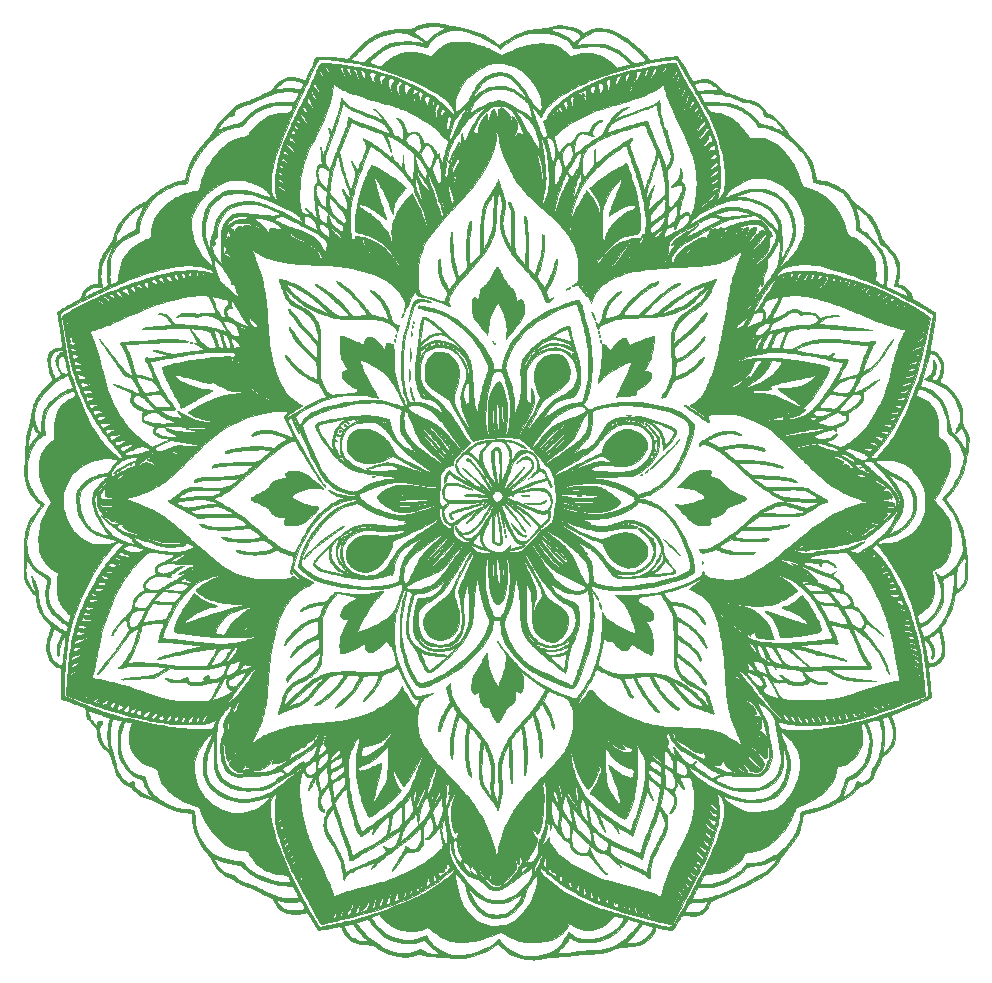
<source format=gbr>
%TF.GenerationSoftware,KiCad,Pcbnew,7.0.1*%
%TF.CreationDate,2023-05-31T21:00:47-07:00*%
%TF.ProjectId,flower_02,666c6f77-6572-45f3-9032-2e6b69636164,rev?*%
%TF.SameCoordinates,Original*%
%TF.FileFunction,Copper,L2,Bot*%
%TF.FilePolarity,Positive*%
%FSLAX46Y46*%
G04 Gerber Fmt 4.6, Leading zero omitted, Abs format (unit mm)*
G04 Created by KiCad (PCBNEW 7.0.1) date 2023-05-31 21:00:47*
%MOMM*%
%LPD*%
G01*
G04 APERTURE LIST*
%TA.AperFunction,EtchedComponent*%
%ADD10C,0.010000*%
%TD*%
G04 APERTURE END LIST*
%TO.C,G\u002A\u002A\u002A*%
D10*
X36644787Y-45702457D02*
X36669724Y-45713282D01*
X36702558Y-45744004D01*
X36709208Y-45795013D01*
X36708419Y-45804696D01*
X36690795Y-45859807D01*
X36657439Y-45878623D01*
X36616511Y-45858759D01*
X36598074Y-45836959D01*
X36568746Y-45775527D01*
X36569710Y-45727534D01*
X36596534Y-45700628D01*
X36644787Y-45702457D01*
%TA.AperFunction,EtchedComponent*%
G36*
X36644787Y-45702457D02*
G01*
X36669724Y-45713282D01*
X36702558Y-45744004D01*
X36709208Y-45795013D01*
X36708419Y-45804696D01*
X36690795Y-45859807D01*
X36657439Y-45878623D01*
X36616511Y-45858759D01*
X36598074Y-45836959D01*
X36568746Y-45775527D01*
X36569710Y-45727534D01*
X36596534Y-45700628D01*
X36644787Y-45702457D01*
G37*
%TD.AperFunction*%
X41402966Y-37593494D02*
X41420953Y-37638889D01*
X41428945Y-37695624D01*
X41424696Y-37741283D01*
X41404262Y-37785600D01*
X41378776Y-37795314D01*
X41356483Y-37767648D01*
X41349612Y-37725498D01*
X41350971Y-37669939D01*
X41358717Y-37616609D01*
X41371003Y-37581147D01*
X41379215Y-37574922D01*
X41402966Y-37593494D01*
%TA.AperFunction,EtchedComponent*%
G36*
X41402966Y-37593494D02*
G01*
X41420953Y-37638889D01*
X41428945Y-37695624D01*
X41424696Y-37741283D01*
X41404262Y-37785600D01*
X41378776Y-37795314D01*
X41356483Y-37767648D01*
X41349612Y-37725498D01*
X41350971Y-37669939D01*
X41358717Y-37616609D01*
X41371003Y-37581147D01*
X41379215Y-37574922D01*
X41402966Y-37593494D01*
G37*
%TD.AperFunction*%
X50671334Y-54591508D02*
X50691688Y-54625186D01*
X50699480Y-54684018D01*
X50698582Y-54707702D01*
X50686011Y-54764415D01*
X50662492Y-54790505D01*
X50633527Y-54780335D01*
X50621962Y-54747459D01*
X50619174Y-54693739D01*
X50624279Y-54637793D01*
X50636390Y-54598237D01*
X50642508Y-54591459D01*
X50671334Y-54591508D01*
%TA.AperFunction,EtchedComponent*%
G36*
X50671334Y-54591508D02*
G01*
X50691688Y-54625186D01*
X50699480Y-54684018D01*
X50698582Y-54707702D01*
X50686011Y-54764415D01*
X50662492Y-54790505D01*
X50633527Y-54780335D01*
X50621962Y-54747459D01*
X50619174Y-54693739D01*
X50624279Y-54637793D01*
X50636390Y-54598237D01*
X50642508Y-54591459D01*
X50671334Y-54591508D01*
G37*
%TD.AperFunction*%
X58752149Y-38111986D02*
X58770647Y-38156688D01*
X58779698Y-38211497D01*
X58776465Y-38253724D01*
X58754237Y-38295736D01*
X58725225Y-38301402D01*
X58700830Y-38269858D01*
X58697685Y-38259691D01*
X58692733Y-38208938D01*
X58698488Y-38153737D01*
X58711958Y-38109986D01*
X58728978Y-38093505D01*
X58752149Y-38111986D01*
%TA.AperFunction,EtchedComponent*%
G36*
X58752149Y-38111986D02*
G01*
X58770647Y-38156688D01*
X58779698Y-38211497D01*
X58776465Y-38253724D01*
X58754237Y-38295736D01*
X58725225Y-38301402D01*
X58700830Y-38269858D01*
X58697685Y-38259691D01*
X58692733Y-38208938D01*
X58698488Y-38153737D01*
X58711958Y-38109986D01*
X58728978Y-38093505D01*
X58752149Y-38111986D01*
G37*
%TD.AperFunction*%
X67342380Y-56826808D02*
X67355044Y-56872989D01*
X67356783Y-56940238D01*
X67356747Y-56940777D01*
X67345997Y-56999110D01*
X67326791Y-57030259D01*
X67304704Y-57028828D01*
X67290333Y-57005085D01*
X67278352Y-56941437D01*
X67282387Y-56872526D01*
X67298632Y-56826005D01*
X67322379Y-56808784D01*
X67342380Y-56826808D01*
%TA.AperFunction,EtchedComponent*%
G36*
X67342380Y-56826808D02*
G01*
X67355044Y-56872989D01*
X67356783Y-56940238D01*
X67356747Y-56940777D01*
X67345997Y-56999110D01*
X67326791Y-57030259D01*
X67304704Y-57028828D01*
X67290333Y-57005085D01*
X67278352Y-56941437D01*
X67282387Y-56872526D01*
X67298632Y-56826005D01*
X67322379Y-56808784D01*
X67342380Y-56826808D01*
G37*
%TD.AperFunction*%
X77291657Y-57052025D02*
X77345763Y-57087715D01*
X77382579Y-57133684D01*
X77390669Y-57172190D01*
X77368989Y-57212692D01*
X77321300Y-57220677D01*
X77274484Y-57207110D01*
X77226514Y-57174830D01*
X77195829Y-57130798D01*
X77185095Y-57085963D01*
X77196980Y-57051274D01*
X77233204Y-57037672D01*
X77291657Y-57052025D01*
%TA.AperFunction,EtchedComponent*%
G36*
X77291657Y-57052025D02*
G01*
X77345763Y-57087715D01*
X77382579Y-57133684D01*
X77390669Y-57172190D01*
X77368989Y-57212692D01*
X77321300Y-57220677D01*
X77274484Y-57207110D01*
X77226514Y-57174830D01*
X77195829Y-57130798D01*
X77185095Y-57085963D01*
X77196980Y-57051274D01*
X77233204Y-57037672D01*
X77291657Y-57052025D01*
G37*
%TD.AperFunction*%
X80818547Y-48822078D02*
X80834392Y-48846172D01*
X80815862Y-48865641D01*
X80770504Y-48879756D01*
X80713664Y-48886814D01*
X80660691Y-48885115D01*
X80626931Y-48872959D01*
X80624050Y-48869482D01*
X80627869Y-48844501D01*
X80662112Y-48822638D01*
X80714913Y-48809022D01*
X80766578Y-48807862D01*
X80818547Y-48822078D01*
%TA.AperFunction,EtchedComponent*%
G36*
X80818547Y-48822078D02*
G01*
X80834392Y-48846172D01*
X80815862Y-48865641D01*
X80770504Y-48879756D01*
X80713664Y-48886814D01*
X80660691Y-48885115D01*
X80626931Y-48872959D01*
X80624050Y-48869482D01*
X80627869Y-48844501D01*
X80662112Y-48822638D01*
X80714913Y-48809022D01*
X80766578Y-48807862D01*
X80818547Y-48822078D01*
G37*
%TD.AperFunction*%
X32721728Y-72795925D02*
X32743815Y-72830184D01*
X32753858Y-72888371D01*
X32753984Y-72895066D01*
X32747232Y-72965257D01*
X32728421Y-73007443D01*
X32701130Y-73016047D01*
X32683753Y-73004394D01*
X32672870Y-72972360D01*
X32669657Y-72917840D01*
X32673329Y-72858277D01*
X32683103Y-72811108D01*
X32693175Y-72794793D01*
X32721728Y-72795925D01*
%TA.AperFunction,EtchedComponent*%
G36*
X32721728Y-72795925D02*
G01*
X32743815Y-72830184D01*
X32753858Y-72888371D01*
X32753984Y-72895066D01*
X32747232Y-72965257D01*
X32728421Y-73007443D01*
X32701130Y-73016047D01*
X32683753Y-73004394D01*
X32672870Y-72972360D01*
X32669657Y-72917840D01*
X32673329Y-72858277D01*
X32683103Y-72811108D01*
X32693175Y-72794793D01*
X32721728Y-72795925D01*
G37*
%TD.AperFunction*%
X37046282Y-45219491D02*
X37092983Y-45250419D01*
X37102052Y-45258416D01*
X37139008Y-45298205D01*
X37145582Y-45325969D01*
X37135156Y-45343875D01*
X37089306Y-45370511D01*
X37032848Y-45370284D01*
X36988608Y-45344254D01*
X36970683Y-45300106D01*
X36974204Y-45251343D01*
X36996216Y-45216360D01*
X37010154Y-45210221D01*
X37046282Y-45219491D01*
%TA.AperFunction,EtchedComponent*%
G36*
X37046282Y-45219491D02*
G01*
X37092983Y-45250419D01*
X37102052Y-45258416D01*
X37139008Y-45298205D01*
X37145582Y-45325969D01*
X37135156Y-45343875D01*
X37089306Y-45370511D01*
X37032848Y-45370284D01*
X36988608Y-45344254D01*
X36970683Y-45300106D01*
X36974204Y-45251343D01*
X36996216Y-45216360D01*
X37010154Y-45210221D01*
X37046282Y-45219491D01*
G37*
%TD.AperFunction*%
X41324169Y-38034171D02*
X41327863Y-38043363D01*
X41343841Y-38113371D01*
X41338914Y-38173067D01*
X41314983Y-38210495D01*
X41300350Y-38216585D01*
X41278140Y-38214457D01*
X41266983Y-38190946D01*
X41263418Y-38136790D01*
X41263308Y-38117473D01*
X41268453Y-38044657D01*
X41282100Y-38004449D01*
X41301566Y-37999927D01*
X41324169Y-38034171D01*
%TA.AperFunction,EtchedComponent*%
G36*
X41324169Y-38034171D02*
G01*
X41327863Y-38043363D01*
X41343841Y-38113371D01*
X41338914Y-38173067D01*
X41314983Y-38210495D01*
X41300350Y-38216585D01*
X41278140Y-38214457D01*
X41266983Y-38190946D01*
X41263418Y-38136790D01*
X41263308Y-38117473D01*
X41268453Y-38044657D01*
X41282100Y-38004449D01*
X41301566Y-37999927D01*
X41324169Y-38034171D01*
G37*
%TD.AperFunction*%
X42869336Y-36489004D02*
X42873030Y-36498197D01*
X42889007Y-36568205D01*
X42884081Y-36627900D01*
X42860150Y-36665328D01*
X42845517Y-36671418D01*
X42823306Y-36669291D01*
X42812149Y-36645779D01*
X42808585Y-36591624D01*
X42808475Y-36572306D01*
X42813620Y-36499490D01*
X42827266Y-36459282D01*
X42846732Y-36454760D01*
X42869336Y-36489004D01*
%TA.AperFunction,EtchedComponent*%
G36*
X42869336Y-36489004D02*
G01*
X42873030Y-36498197D01*
X42889007Y-36568205D01*
X42884081Y-36627900D01*
X42860150Y-36665328D01*
X42845517Y-36671418D01*
X42823306Y-36669291D01*
X42812149Y-36645779D01*
X42808585Y-36591624D01*
X42808475Y-36572306D01*
X42813620Y-36499490D01*
X42827266Y-36459282D01*
X42846732Y-36454760D01*
X42869336Y-36489004D01*
G37*
%TD.AperFunction*%
X56436488Y-39188995D02*
X56468175Y-39232192D01*
X56466109Y-39295441D01*
X56461502Y-39309203D01*
X56438748Y-39352209D01*
X56411796Y-39358534D01*
X56372478Y-39328601D01*
X56358831Y-39314516D01*
X56325801Y-39265230D01*
X56312808Y-39219266D01*
X56321446Y-39185658D01*
X56355238Y-39173693D01*
X56375563Y-39173005D01*
X56436488Y-39188995D01*
%TA.AperFunction,EtchedComponent*%
G36*
X56436488Y-39188995D02*
G01*
X56468175Y-39232192D01*
X56466109Y-39295441D01*
X56461502Y-39309203D01*
X56438748Y-39352209D01*
X56411796Y-39358534D01*
X56372478Y-39328601D01*
X56358831Y-39314516D01*
X56325801Y-39265230D01*
X56312808Y-39219266D01*
X56321446Y-39185658D01*
X56355238Y-39173693D01*
X56375563Y-39173005D01*
X56436488Y-39188995D01*
G37*
%TD.AperFunction*%
X58563695Y-37316273D02*
X58578595Y-37340589D01*
X58586521Y-37390613D01*
X58587428Y-37450336D01*
X58581274Y-37503747D01*
X58568015Y-37534834D01*
X58564293Y-37537038D01*
X58542580Y-37525227D01*
X58526166Y-37488460D01*
X58519841Y-37431424D01*
X58525398Y-37374697D01*
X58539926Y-37331638D01*
X58560513Y-37315606D01*
X58563695Y-37316273D01*
%TA.AperFunction,EtchedComponent*%
G36*
X58563695Y-37316273D02*
G01*
X58578595Y-37340589D01*
X58586521Y-37390613D01*
X58587428Y-37450336D01*
X58581274Y-37503747D01*
X58568015Y-37534834D01*
X58564293Y-37537038D01*
X58542580Y-37525227D01*
X58526166Y-37488460D01*
X58519841Y-37431424D01*
X58525398Y-37374697D01*
X58539926Y-37331638D01*
X58560513Y-37315606D01*
X58563695Y-37316273D01*
G37*
%TD.AperFunction*%
X62266148Y-49417987D02*
X62265471Y-49447367D01*
X62236118Y-49482873D01*
X62183059Y-49518896D01*
X62111264Y-49549827D01*
X62096600Y-49554461D01*
X62059092Y-49557917D01*
X62048975Y-49536592D01*
X62066142Y-49501496D01*
X62108252Y-49460419D01*
X62161223Y-49423779D01*
X62210969Y-49401994D01*
X62233178Y-49400341D01*
X62266148Y-49417987D01*
%TA.AperFunction,EtchedComponent*%
G36*
X62266148Y-49417987D02*
G01*
X62265471Y-49447367D01*
X62236118Y-49482873D01*
X62183059Y-49518896D01*
X62111264Y-49549827D01*
X62096600Y-49554461D01*
X62059092Y-49557917D01*
X62048975Y-49536592D01*
X62066142Y-49501496D01*
X62108252Y-49460419D01*
X62161223Y-49423779D01*
X62210969Y-49401994D01*
X62233178Y-49400341D01*
X62266148Y-49417987D01*
G37*
%TD.AperFunction*%
X62529892Y-45117674D02*
X62531593Y-45118583D01*
X62591695Y-45168361D01*
X62631752Y-45235098D01*
X62641642Y-45284298D01*
X62629640Y-45323251D01*
X62600125Y-45329859D01*
X62562829Y-45304175D01*
X62547187Y-45283774D01*
X62519893Y-45227137D01*
X62501236Y-45164937D01*
X62493927Y-45118924D01*
X62501686Y-45105907D01*
X62529892Y-45117674D01*
%TA.AperFunction,EtchedComponent*%
G36*
X62529892Y-45117674D02*
G01*
X62531593Y-45118583D01*
X62591695Y-45168361D01*
X62631752Y-45235098D01*
X62641642Y-45284298D01*
X62629640Y-45323251D01*
X62600125Y-45329859D01*
X62562829Y-45304175D01*
X62547187Y-45283774D01*
X62519893Y-45227137D01*
X62501236Y-45164937D01*
X62493927Y-45118924D01*
X62501686Y-45105907D01*
X62529892Y-45117674D01*
G37*
%TD.AperFunction*%
X23762087Y-45549761D02*
X23803846Y-45563111D01*
X23822739Y-45582671D01*
X23815259Y-45600276D01*
X23781256Y-45613562D01*
X23724330Y-45620519D01*
X23663527Y-45620380D01*
X23617891Y-45612376D01*
X23610308Y-45608540D01*
X23589215Y-45587762D01*
X23605601Y-45568808D01*
X23610308Y-45565663D01*
X23654248Y-45549167D01*
X23708531Y-45544490D01*
X23762087Y-45549761D01*
%TA.AperFunction,EtchedComponent*%
G36*
X23762087Y-45549761D02*
G01*
X23803846Y-45563111D01*
X23822739Y-45582671D01*
X23815259Y-45600276D01*
X23781256Y-45613562D01*
X23724330Y-45620519D01*
X23663527Y-45620380D01*
X23617891Y-45612376D01*
X23610308Y-45608540D01*
X23589215Y-45587762D01*
X23605601Y-45568808D01*
X23610308Y-45565663D01*
X23654248Y-45549167D01*
X23708531Y-45544490D01*
X23762087Y-45549761D01*
G37*
%TD.AperFunction*%
X24109904Y-38246918D02*
X24147470Y-38260660D01*
X24151521Y-38265205D01*
X24150637Y-38292193D01*
X24119444Y-38312687D01*
X24069760Y-38324373D01*
X24013402Y-38324940D01*
X23962187Y-38312074D01*
X23948975Y-38304848D01*
X23927867Y-38284923D01*
X23944739Y-38265986D01*
X23948975Y-38263163D01*
X23993143Y-38247993D01*
X24052624Y-38242637D01*
X24109904Y-38246918D01*
%TA.AperFunction,EtchedComponent*%
G36*
X24109904Y-38246918D02*
G01*
X24147470Y-38260660D01*
X24151521Y-38265205D01*
X24150637Y-38292193D01*
X24119444Y-38312687D01*
X24069760Y-38324373D01*
X24013402Y-38324940D01*
X23962187Y-38312074D01*
X23948975Y-38304848D01*
X23927867Y-38284923D01*
X23944739Y-38265986D01*
X23948975Y-38263163D01*
X23993143Y-38247993D01*
X24052624Y-38242637D01*
X24109904Y-38246918D01*
G37*
%TD.AperFunction*%
X26026628Y-29766868D02*
X26042889Y-29809104D01*
X26049266Y-29891473D01*
X26049359Y-29905727D01*
X26044007Y-29980836D01*
X26029600Y-30028952D01*
X26008616Y-30044070D01*
X25995439Y-30036414D01*
X25986211Y-30006836D01*
X25981736Y-29951349D01*
X25981727Y-29884726D01*
X25985900Y-29821740D01*
X25993968Y-29777165D01*
X26000679Y-29765326D01*
X26026628Y-29766868D01*
%TA.AperFunction,EtchedComponent*%
G36*
X26026628Y-29766868D02*
G01*
X26042889Y-29809104D01*
X26049266Y-29891473D01*
X26049359Y-29905727D01*
X26044007Y-29980836D01*
X26029600Y-30028952D01*
X26008616Y-30044070D01*
X25995439Y-30036414D01*
X25986211Y-30006836D01*
X25981736Y-29951349D01*
X25981727Y-29884726D01*
X25985900Y-29821740D01*
X25993968Y-29777165D01*
X26000679Y-29765326D01*
X26026628Y-29766868D01*
G37*
%TD.AperFunction*%
X26969025Y-30545942D02*
X26974801Y-30556290D01*
X26991429Y-30608129D01*
X26993138Y-30663155D01*
X26982735Y-30710907D01*
X26963026Y-30740922D01*
X26936819Y-30742735D01*
X26926860Y-30735002D01*
X26915984Y-30702395D01*
X26913044Y-30647099D01*
X26917592Y-30587922D01*
X26929179Y-30543669D01*
X26931524Y-30539437D01*
X26949326Y-30524759D01*
X26969025Y-30545942D01*
%TA.AperFunction,EtchedComponent*%
G36*
X26969025Y-30545942D02*
G01*
X26974801Y-30556290D01*
X26991429Y-30608129D01*
X26993138Y-30663155D01*
X26982735Y-30710907D01*
X26963026Y-30740922D01*
X26936819Y-30742735D01*
X26926860Y-30735002D01*
X26915984Y-30702395D01*
X26913044Y-30647099D01*
X26917592Y-30587922D01*
X26929179Y-30543669D01*
X26931524Y-30539437D01*
X26949326Y-30524759D01*
X26969025Y-30545942D01*
G37*
%TD.AperFunction*%
X36467826Y-46084168D02*
X36525157Y-46108917D01*
X36579779Y-46140452D01*
X36618044Y-46171174D01*
X36627808Y-46188720D01*
X36610183Y-46212255D01*
X36566497Y-46221502D01*
X36510535Y-46216472D01*
X36456081Y-46197179D01*
X36442018Y-46188555D01*
X36409997Y-46153326D01*
X36395686Y-46113178D01*
X36401634Y-46082312D01*
X36421433Y-46073803D01*
X36467826Y-46084168D01*
%TA.AperFunction,EtchedComponent*%
G36*
X36467826Y-46084168D02*
G01*
X36525157Y-46108917D01*
X36579779Y-46140452D01*
X36618044Y-46171174D01*
X36627808Y-46188720D01*
X36610183Y-46212255D01*
X36566497Y-46221502D01*
X36510535Y-46216472D01*
X36456081Y-46197179D01*
X36442018Y-46188555D01*
X36409997Y-46153326D01*
X36395686Y-46113178D01*
X36401634Y-46082312D01*
X36421433Y-46073803D01*
X36467826Y-46084168D01*
G37*
%TD.AperFunction*%
X39492936Y-49575281D02*
X39549572Y-49586950D01*
X39585338Y-49607013D01*
X39591142Y-49620616D01*
X39579387Y-49638360D01*
X39539477Y-49647770D01*
X39465391Y-49650505D01*
X39396058Y-49647192D01*
X39345118Y-49638604D01*
X39326534Y-49629299D01*
X39334243Y-49608005D01*
X39371064Y-49586182D01*
X39371960Y-49585839D01*
X39429156Y-49574185D01*
X39492936Y-49575281D01*
%TA.AperFunction,EtchedComponent*%
G36*
X39492936Y-49575281D02*
G01*
X39549572Y-49586950D01*
X39585338Y-49607013D01*
X39591142Y-49620616D01*
X39579387Y-49638360D01*
X39539477Y-49647770D01*
X39465391Y-49650505D01*
X39396058Y-49647192D01*
X39345118Y-49638604D01*
X39326534Y-49629299D01*
X39334243Y-49608005D01*
X39371064Y-49586182D01*
X39371960Y-49585839D01*
X39429156Y-49574185D01*
X39492936Y-49575281D01*
G37*
%TD.AperFunction*%
X42780010Y-36819741D02*
X42795559Y-36861359D01*
X42803930Y-36920323D01*
X42802768Y-36984174D01*
X42798255Y-37012350D01*
X42779567Y-37061880D01*
X42756357Y-37076616D01*
X42734511Y-37053334D01*
X42732461Y-37048357D01*
X42725230Y-37003994D01*
X42726121Y-36942725D01*
X42733439Y-36879572D01*
X42745484Y-36829554D01*
X42759636Y-36807926D01*
X42780010Y-36819741D01*
%TA.AperFunction,EtchedComponent*%
G36*
X42780010Y-36819741D02*
G01*
X42795559Y-36861359D01*
X42803930Y-36920323D01*
X42802768Y-36984174D01*
X42798255Y-37012350D01*
X42779567Y-37061880D01*
X42756357Y-37076616D01*
X42734511Y-37053334D01*
X42732461Y-37048357D01*
X42725230Y-37003994D01*
X42726121Y-36942725D01*
X42733439Y-36879572D01*
X42745484Y-36829554D01*
X42759636Y-36807926D01*
X42780010Y-36819741D01*
G37*
%TD.AperFunction*%
X45930283Y-22862128D02*
X45971170Y-22883791D01*
X45983417Y-22928767D01*
X45983475Y-22933865D01*
X45971574Y-22998041D01*
X45941498Y-23048147D01*
X45901688Y-23078769D01*
X45860584Y-23084493D01*
X45826628Y-23059903D01*
X45817038Y-23040638D01*
X45805336Y-22968096D01*
X45822305Y-22907723D01*
X45862170Y-22868622D01*
X45919155Y-22859897D01*
X45930283Y-22862128D01*
%TA.AperFunction,EtchedComponent*%
G36*
X45930283Y-22862128D02*
G01*
X45971170Y-22883791D01*
X45983417Y-22928767D01*
X45983475Y-22933865D01*
X45971574Y-22998041D01*
X45941498Y-23048147D01*
X45901688Y-23078769D01*
X45860584Y-23084493D01*
X45826628Y-23059903D01*
X45817038Y-23040638D01*
X45805336Y-22968096D01*
X45822305Y-22907723D01*
X45862170Y-22868622D01*
X45919155Y-22859897D01*
X45930283Y-22862128D01*
G37*
%TD.AperFunction*%
X58660696Y-37667535D02*
X58677483Y-37712751D01*
X58689311Y-37769096D01*
X58692333Y-37821011D01*
X58689742Y-37838993D01*
X58667756Y-37875809D01*
X58638762Y-37875944D01*
X58614617Y-37840617D01*
X58611802Y-37830989D01*
X58606741Y-37779615D01*
X58611475Y-37722017D01*
X58623390Y-37673546D01*
X58639873Y-37649548D01*
X58642792Y-37649005D01*
X58660696Y-37667535D01*
%TA.AperFunction,EtchedComponent*%
G36*
X58660696Y-37667535D02*
G01*
X58677483Y-37712751D01*
X58689311Y-37769096D01*
X58692333Y-37821011D01*
X58689742Y-37838993D01*
X58667756Y-37875809D01*
X58638762Y-37875944D01*
X58614617Y-37840617D01*
X58611802Y-37830989D01*
X58606741Y-37779615D01*
X58611475Y-37722017D01*
X58623390Y-37673546D01*
X58639873Y-37649548D01*
X58642792Y-37649005D01*
X58660696Y-37667535D01*
G37*
%TD.AperFunction*%
X35166163Y-50247301D02*
X35217826Y-50280832D01*
X35270962Y-50322066D01*
X35348318Y-50387817D01*
X35395383Y-50436388D01*
X35417354Y-50473678D01*
X35420635Y-50491880D01*
X35409925Y-50517549D01*
X35377508Y-50510309D01*
X35326207Y-50471753D01*
X35258846Y-50403474D01*
X35253668Y-50397697D01*
X35187236Y-50319306D01*
X35150652Y-50267481D01*
X35143699Y-50243165D01*
X35166163Y-50247301D01*
%TA.AperFunction,EtchedComponent*%
G36*
X35166163Y-50247301D02*
G01*
X35217826Y-50280832D01*
X35270962Y-50322066D01*
X35348318Y-50387817D01*
X35395383Y-50436388D01*
X35417354Y-50473678D01*
X35420635Y-50491880D01*
X35409925Y-50517549D01*
X35377508Y-50510309D01*
X35326207Y-50471753D01*
X35258846Y-50403474D01*
X35253668Y-50397697D01*
X35187236Y-50319306D01*
X35150652Y-50267481D01*
X35143699Y-50243165D01*
X35166163Y-50247301D01*
G37*
%TD.AperFunction*%
X50595696Y-54115091D02*
X50609995Y-54167643D01*
X50617832Y-54243854D01*
X50618686Y-54278982D01*
X50614074Y-54358442D01*
X50601794Y-54411097D01*
X50585075Y-54433356D01*
X50567149Y-54421629D01*
X50551248Y-54372324D01*
X50548490Y-54356996D01*
X50543694Y-54295597D01*
X50545597Y-54226006D01*
X50552808Y-54160969D01*
X50563934Y-54113230D01*
X50577050Y-54095505D01*
X50595696Y-54115091D01*
%TA.AperFunction,EtchedComponent*%
G36*
X50595696Y-54115091D02*
G01*
X50609995Y-54167643D01*
X50617832Y-54243854D01*
X50618686Y-54278982D01*
X50614074Y-54358442D01*
X50601794Y-54411097D01*
X50585075Y-54433356D01*
X50567149Y-54421629D01*
X50551248Y-54372324D01*
X50548490Y-54356996D01*
X50543694Y-54295597D01*
X50545597Y-54226006D01*
X50552808Y-54160969D01*
X50563934Y-54113230D01*
X50577050Y-54095505D01*
X50595696Y-54115091D01*
G37*
%TD.AperFunction*%
X65398010Y-46489396D02*
X65379375Y-46528023D01*
X65336189Y-46586817D01*
X65271451Y-46661209D01*
X65257014Y-46676675D01*
X65198288Y-46731025D01*
X65159570Y-46748416D01*
X65141034Y-46728799D01*
X65139308Y-46709980D01*
X65154767Y-46677074D01*
X65194348Y-46628945D01*
X65247860Y-46575158D01*
X65305111Y-46525283D01*
X65355908Y-46488886D01*
X65389094Y-46475505D01*
X65398010Y-46489396D01*
%TA.AperFunction,EtchedComponent*%
G36*
X65398010Y-46489396D02*
G01*
X65379375Y-46528023D01*
X65336189Y-46586817D01*
X65271451Y-46661209D01*
X65257014Y-46676675D01*
X65198288Y-46731025D01*
X65159570Y-46748416D01*
X65141034Y-46728799D01*
X65139308Y-46709980D01*
X65154767Y-46677074D01*
X65194348Y-46628945D01*
X65247860Y-46575158D01*
X65305111Y-46525283D01*
X65355908Y-46488886D01*
X65389094Y-46475505D01*
X65398010Y-46489396D01*
G37*
%TD.AperFunction*%
X42029802Y-35840985D02*
X42037123Y-35855998D01*
X42036280Y-35893239D01*
X42020166Y-35952032D01*
X42005006Y-35990398D01*
X41963392Y-36072890D01*
X41923832Y-36131194D01*
X41890231Y-36161911D01*
X41866492Y-36161642D01*
X41856520Y-36126989D01*
X41856440Y-36119714D01*
X41869464Y-36055003D01*
X41901581Y-35977150D01*
X41943876Y-35904757D01*
X41979544Y-35862832D01*
X42012870Y-35837274D01*
X42029802Y-35840985D01*
%TA.AperFunction,EtchedComponent*%
G36*
X42029802Y-35840985D02*
G01*
X42037123Y-35855998D01*
X42036280Y-35893239D01*
X42020166Y-35952032D01*
X42005006Y-35990398D01*
X41963392Y-36072890D01*
X41923832Y-36131194D01*
X41890231Y-36161911D01*
X41866492Y-36161642D01*
X41856520Y-36126989D01*
X41856440Y-36119714D01*
X41869464Y-36055003D01*
X41901581Y-35977150D01*
X41943876Y-35904757D01*
X41979544Y-35862832D01*
X42012870Y-35837274D01*
X42029802Y-35840985D01*
G37*
%TD.AperFunction*%
X44974128Y-47166993D02*
X44991696Y-47175640D01*
X45040230Y-47208230D01*
X45097056Y-47255659D01*
X45152446Y-47308472D01*
X45196672Y-47357213D01*
X45220004Y-47392428D01*
X45221475Y-47398951D01*
X45209482Y-47428460D01*
X45177176Y-47427266D01*
X45130069Y-47398212D01*
X45073669Y-47344141D01*
X45041881Y-47306297D01*
X44984394Y-47230350D01*
X44954535Y-47183366D01*
X44951410Y-47163021D01*
X44974128Y-47166993D01*
%TA.AperFunction,EtchedComponent*%
G36*
X44974128Y-47166993D02*
G01*
X44991696Y-47175640D01*
X45040230Y-47208230D01*
X45097056Y-47255659D01*
X45152446Y-47308472D01*
X45196672Y-47357213D01*
X45220004Y-47392428D01*
X45221475Y-47398951D01*
X45209482Y-47428460D01*
X45177176Y-47427266D01*
X45130069Y-47398212D01*
X45073669Y-47344141D01*
X45041881Y-47306297D01*
X44984394Y-47230350D01*
X44954535Y-47183366D01*
X44951410Y-47163021D01*
X44974128Y-47166993D01*
G37*
%TD.AperFunction*%
X54483944Y-52081666D02*
X54491497Y-52127915D01*
X54488784Y-52189903D01*
X54476936Y-52255280D01*
X54457084Y-52311695D01*
X54439855Y-52338344D01*
X54399072Y-52367366D01*
X54352862Y-52379970D01*
X54315708Y-52374655D01*
X54301975Y-52352636D01*
X54311885Y-52311176D01*
X54337317Y-52251784D01*
X54371827Y-52185891D01*
X54408968Y-52124927D01*
X54442296Y-52080325D01*
X54464998Y-52063505D01*
X54483944Y-52081666D01*
%TA.AperFunction,EtchedComponent*%
G36*
X54483944Y-52081666D02*
G01*
X54491497Y-52127915D01*
X54488784Y-52189903D01*
X54476936Y-52255280D01*
X54457084Y-52311695D01*
X54439855Y-52338344D01*
X54399072Y-52367366D01*
X54352862Y-52379970D01*
X54315708Y-52374655D01*
X54301975Y-52352636D01*
X54311885Y-52311176D01*
X54337317Y-52251784D01*
X54371827Y-52185891D01*
X54408968Y-52124927D01*
X54442296Y-52080325D01*
X54464998Y-52063505D01*
X54483944Y-52081666D01*
G37*
%TD.AperFunction*%
X56123459Y-33632696D02*
X56109872Y-33663489D01*
X56077333Y-33696671D01*
X56023549Y-33733718D01*
X55957857Y-33770324D01*
X55889592Y-33802178D01*
X55828090Y-33824972D01*
X55782687Y-33834398D01*
X55762719Y-33826146D01*
X55762475Y-33823823D01*
X55781101Y-33788095D01*
X55832054Y-33743311D01*
X55907948Y-33695077D01*
X55980851Y-33658139D01*
X56062506Y-33625134D01*
X56109943Y-33616648D01*
X56123459Y-33632696D01*
%TA.AperFunction,EtchedComponent*%
G36*
X56123459Y-33632696D02*
G01*
X56109872Y-33663489D01*
X56077333Y-33696671D01*
X56023549Y-33733718D01*
X55957857Y-33770324D01*
X55889592Y-33802178D01*
X55828090Y-33824972D01*
X55782687Y-33834398D01*
X55762719Y-33826146D01*
X55762475Y-33823823D01*
X55781101Y-33788095D01*
X55832054Y-33743311D01*
X55907948Y-33695077D01*
X55980851Y-33658139D01*
X56062506Y-33625134D01*
X56109943Y-33616648D01*
X56123459Y-33632696D01*
G37*
%TD.AperFunction*%
X57235146Y-17175607D02*
X57287847Y-17241848D01*
X57300508Y-17260470D01*
X57353265Y-17347460D01*
X57381345Y-17410386D01*
X57385675Y-17446619D01*
X57367178Y-17453525D01*
X57326782Y-17428475D01*
X57265411Y-17368836D01*
X57263233Y-17366462D01*
X57207713Y-17297506D01*
X57168755Y-17232922D01*
X57150452Y-17181212D01*
X57156895Y-17150879D01*
X57158829Y-17149488D01*
X57193282Y-17145715D01*
X57235146Y-17175607D01*
%TA.AperFunction,EtchedComponent*%
G36*
X57235146Y-17175607D02*
G01*
X57287847Y-17241848D01*
X57300508Y-17260470D01*
X57353265Y-17347460D01*
X57381345Y-17410386D01*
X57385675Y-17446619D01*
X57367178Y-17453525D01*
X57326782Y-17428475D01*
X57265411Y-17368836D01*
X57263233Y-17366462D01*
X57207713Y-17297506D01*
X57168755Y-17232922D01*
X57150452Y-17181212D01*
X57156895Y-17150879D01*
X57158829Y-17149488D01*
X57193282Y-17145715D01*
X57235146Y-17175607D01*
G37*
%TD.AperFunction*%
X61198129Y-44426411D02*
X61260549Y-44438995D01*
X61286076Y-44460639D01*
X61286975Y-44466936D01*
X61267387Y-44475260D01*
X61214919Y-44481714D01*
X61139013Y-44485360D01*
X61096475Y-44485839D01*
X61012586Y-44483895D01*
X60947545Y-44478689D01*
X60910795Y-44471157D01*
X60905975Y-44466936D01*
X60923372Y-44443138D01*
X60977124Y-44428525D01*
X61069574Y-44422549D01*
X61096475Y-44422339D01*
X61198129Y-44426411D01*
%TA.AperFunction,EtchedComponent*%
G36*
X61198129Y-44426411D02*
G01*
X61260549Y-44438995D01*
X61286076Y-44460639D01*
X61286975Y-44466936D01*
X61267387Y-44475260D01*
X61214919Y-44481714D01*
X61139013Y-44485360D01*
X61096475Y-44485839D01*
X61012586Y-44483895D01*
X60947545Y-44478689D01*
X60910795Y-44471157D01*
X60905975Y-44466936D01*
X60923372Y-44443138D01*
X60977124Y-44428525D01*
X61069574Y-44422549D01*
X61096475Y-44422339D01*
X61198129Y-44426411D01*
G37*
%TD.AperFunction*%
X62283724Y-29149271D02*
X62295314Y-29201229D01*
X62299394Y-29264405D01*
X62295012Y-29323429D01*
X62281216Y-29362930D01*
X62280443Y-29363900D01*
X62238213Y-29390959D01*
X62194443Y-29386660D01*
X62165714Y-29352684D01*
X62165574Y-29352246D01*
X62165298Y-29310303D01*
X62179989Y-29253702D01*
X62204034Y-29195261D01*
X62231822Y-29147794D01*
X62257738Y-29124118D01*
X62265576Y-29123902D01*
X62283724Y-29149271D01*
%TA.AperFunction,EtchedComponent*%
G36*
X62283724Y-29149271D02*
G01*
X62295314Y-29201229D01*
X62299394Y-29264405D01*
X62295012Y-29323429D01*
X62281216Y-29362930D01*
X62280443Y-29363900D01*
X62238213Y-29390959D01*
X62194443Y-29386660D01*
X62165714Y-29352684D01*
X62165574Y-29352246D01*
X62165298Y-29310303D01*
X62179989Y-29253702D01*
X62204034Y-29195261D01*
X62231822Y-29147794D01*
X62257738Y-29124118D01*
X62265576Y-29123902D01*
X62283724Y-29149271D01*
G37*
%TD.AperFunction*%
X62747475Y-49052190D02*
X62734712Y-49076449D01*
X62702188Y-49121474D01*
X62658545Y-49176644D01*
X62612427Y-49231338D01*
X62572478Y-49274933D01*
X62549357Y-49295639D01*
X62505996Y-49310953D01*
X62477147Y-49298991D01*
X62472308Y-49281887D01*
X62487241Y-49253080D01*
X62526122Y-49208004D01*
X62572850Y-49163406D01*
X62652310Y-49096898D01*
X62709314Y-49056666D01*
X62741305Y-49044340D01*
X62747475Y-49052190D01*
%TA.AperFunction,EtchedComponent*%
G36*
X62747475Y-49052190D02*
G01*
X62734712Y-49076449D01*
X62702188Y-49121474D01*
X62658545Y-49176644D01*
X62612427Y-49231338D01*
X62572478Y-49274933D01*
X62549357Y-49295639D01*
X62505996Y-49310953D01*
X62477147Y-49298991D01*
X62472308Y-49281887D01*
X62487241Y-49253080D01*
X62526122Y-49208004D01*
X62572850Y-49163406D01*
X62652310Y-49096898D01*
X62709314Y-49056666D01*
X62741305Y-49044340D01*
X62747475Y-49052190D01*
G37*
%TD.AperFunction*%
X42698546Y-37329554D02*
X42710059Y-37387302D01*
X42716530Y-37462647D01*
X42717964Y-37544923D01*
X42714369Y-37623467D01*
X42705752Y-37687611D01*
X42692119Y-37726690D01*
X42681701Y-37733672D01*
X42669221Y-37714606D01*
X42656419Y-37665477D01*
X42649024Y-37618980D01*
X42643891Y-37545236D01*
X42644754Y-37466568D01*
X42650564Y-37393140D01*
X42660271Y-37335115D01*
X42672824Y-37302658D01*
X42681982Y-37300069D01*
X42698546Y-37329554D01*
%TA.AperFunction,EtchedComponent*%
G36*
X42698546Y-37329554D02*
G01*
X42710059Y-37387302D01*
X42716530Y-37462647D01*
X42717964Y-37544923D01*
X42714369Y-37623467D01*
X42705752Y-37687611D01*
X42692119Y-37726690D01*
X42681701Y-37733672D01*
X42669221Y-37714606D01*
X42656419Y-37665477D01*
X42649024Y-37618980D01*
X42643891Y-37545236D01*
X42644754Y-37466568D01*
X42650564Y-37393140D01*
X42660271Y-37335115D01*
X42672824Y-37302658D01*
X42681982Y-37300069D01*
X42698546Y-37329554D01*
G37*
%TD.AperFunction*%
X49531276Y-38146108D02*
X49579493Y-38181321D01*
X49651666Y-38243365D01*
X49722280Y-38312073D01*
X49762851Y-38364653D01*
X49771867Y-38398418D01*
X49747814Y-38410679D01*
X49745850Y-38410681D01*
X49703760Y-38399504D01*
X49695260Y-38394806D01*
X49668151Y-38369928D01*
X49627157Y-38324631D01*
X49580927Y-38269512D01*
X49538110Y-38215167D01*
X49507357Y-38172192D01*
X49497142Y-38152102D01*
X49505058Y-38137097D01*
X49531276Y-38146108D01*
%TA.AperFunction,EtchedComponent*%
G36*
X49531276Y-38146108D02*
G01*
X49579493Y-38181321D01*
X49651666Y-38243365D01*
X49722280Y-38312073D01*
X49762851Y-38364653D01*
X49771867Y-38398418D01*
X49747814Y-38410679D01*
X49745850Y-38410681D01*
X49703760Y-38399504D01*
X49695260Y-38394806D01*
X49668151Y-38369928D01*
X49627157Y-38324631D01*
X49580927Y-38269512D01*
X49538110Y-38215167D01*
X49507357Y-38172192D01*
X49497142Y-38152102D01*
X49505058Y-38137097D01*
X49531276Y-38146108D01*
G37*
%TD.AperFunction*%
X56976377Y-51211489D02*
X57039920Y-51217580D01*
X57073516Y-51226623D01*
X57088865Y-51247081D01*
X57065513Y-51263417D01*
X57006979Y-51274584D01*
X56916784Y-51279537D01*
X56894892Y-51279690D01*
X56816513Y-51277209D01*
X56753042Y-51270701D01*
X56718130Y-51261571D01*
X56718007Y-51261494D01*
X56699903Y-51242705D01*
X56718007Y-51225408D01*
X56754852Y-51216089D01*
X56819654Y-51210695D01*
X56898226Y-51209178D01*
X56976377Y-51211489D01*
%TA.AperFunction,EtchedComponent*%
G36*
X56976377Y-51211489D02*
G01*
X57039920Y-51217580D01*
X57073516Y-51226623D01*
X57088865Y-51247081D01*
X57065513Y-51263417D01*
X57006979Y-51274584D01*
X56916784Y-51279537D01*
X56894892Y-51279690D01*
X56816513Y-51277209D01*
X56753042Y-51270701D01*
X56718130Y-51261571D01*
X56718007Y-51261494D01*
X56699903Y-51242705D01*
X56718007Y-51225408D01*
X56754852Y-51216089D01*
X56819654Y-51210695D01*
X56898226Y-51209178D01*
X56976377Y-51211489D01*
G37*
%TD.AperFunction*%
X56932430Y-55437864D02*
X56990051Y-55477274D01*
X57059493Y-55540130D01*
X57136616Y-55620385D01*
X57205849Y-55701202D01*
X57261304Y-55774842D01*
X57297089Y-55833569D01*
X57307642Y-55866098D01*
X57294957Y-55892608D01*
X57258419Y-55886818D01*
X57200299Y-55849734D01*
X57126353Y-55785669D01*
X57054064Y-55711447D01*
X56987321Y-55632521D01*
X56932532Y-55557587D01*
X56896103Y-55495341D01*
X56884308Y-55457126D01*
X56896620Y-55430881D01*
X56932430Y-55437864D01*
%TA.AperFunction,EtchedComponent*%
G36*
X56932430Y-55437864D02*
G01*
X56990051Y-55477274D01*
X57059493Y-55540130D01*
X57136616Y-55620385D01*
X57205849Y-55701202D01*
X57261304Y-55774842D01*
X57297089Y-55833569D01*
X57307642Y-55866098D01*
X57294957Y-55892608D01*
X57258419Y-55886818D01*
X57200299Y-55849734D01*
X57126353Y-55785669D01*
X57054064Y-55711447D01*
X56987321Y-55632521D01*
X56932532Y-55557587D01*
X56896103Y-55495341D01*
X56884308Y-55457126D01*
X56896620Y-55430881D01*
X56932430Y-55437864D01*
G37*
%TD.AperFunction*%
X58595013Y-60253068D02*
X58624025Y-60304924D01*
X58656237Y-60380652D01*
X58688773Y-60471503D01*
X58718760Y-60568724D01*
X58743323Y-60663563D01*
X58759590Y-60747268D01*
X58764685Y-60811089D01*
X58764256Y-60819056D01*
X58757558Y-60900589D01*
X58721883Y-60847672D01*
X58689844Y-60788305D01*
X58657367Y-60708033D01*
X58626419Y-60614922D01*
X58598971Y-60517041D01*
X58576991Y-60422456D01*
X58562448Y-60339237D01*
X58557312Y-60275450D01*
X58563550Y-60239163D01*
X58572074Y-60233839D01*
X58595013Y-60253068D01*
%TA.AperFunction,EtchedComponent*%
G36*
X58595013Y-60253068D02*
G01*
X58624025Y-60304924D01*
X58656237Y-60380652D01*
X58688773Y-60471503D01*
X58718760Y-60568724D01*
X58743323Y-60663563D01*
X58759590Y-60747268D01*
X58764685Y-60811089D01*
X58764256Y-60819056D01*
X58757558Y-60900589D01*
X58721883Y-60847672D01*
X58689844Y-60788305D01*
X58657367Y-60708033D01*
X58626419Y-60614922D01*
X58598971Y-60517041D01*
X58576991Y-60422456D01*
X58562448Y-60339237D01*
X58557312Y-60275450D01*
X58563550Y-60239163D01*
X58572074Y-60233839D01*
X58595013Y-60253068D01*
G37*
%TD.AperFunction*%
X42603673Y-38797122D02*
X42612122Y-38836842D01*
X42621103Y-38916769D01*
X42625294Y-38966630D01*
X42635928Y-39169542D01*
X42638221Y-39384016D01*
X42632169Y-39589148D01*
X42625452Y-39688395D01*
X42615911Y-39782915D01*
X42606935Y-39836525D01*
X42598717Y-39850646D01*
X42591449Y-39826700D01*
X42585324Y-39766109D01*
X42580536Y-39670294D01*
X42577276Y-39540677D01*
X42575738Y-39378679D01*
X42575642Y-39321172D01*
X42576591Y-39150389D01*
X42579303Y-39011031D01*
X42583572Y-38904562D01*
X42589193Y-38832445D01*
X42595962Y-38796144D01*
X42603673Y-38797122D01*
%TA.AperFunction,EtchedComponent*%
G36*
X42603673Y-38797122D02*
G01*
X42612122Y-38836842D01*
X42621103Y-38916769D01*
X42625294Y-38966630D01*
X42635928Y-39169542D01*
X42638221Y-39384016D01*
X42632169Y-39589148D01*
X42625452Y-39688395D01*
X42615911Y-39782915D01*
X42606935Y-39836525D01*
X42598717Y-39850646D01*
X42591449Y-39826700D01*
X42585324Y-39766109D01*
X42580536Y-39670294D01*
X42577276Y-39540677D01*
X42575738Y-39378679D01*
X42575642Y-39321172D01*
X42576591Y-39150389D01*
X42579303Y-39011031D01*
X42583572Y-38904562D01*
X42589193Y-38832445D01*
X42595962Y-38796144D01*
X42603673Y-38797122D01*
G37*
%TD.AperFunction*%
X50404971Y-53379104D02*
X50440197Y-53429271D01*
X50461378Y-53465797D01*
X50495969Y-53536869D01*
X50514284Y-53601481D01*
X50520824Y-53679248D01*
X50521110Y-53726093D01*
X50516448Y-53819850D01*
X50505024Y-53890237D01*
X50488461Y-53931314D01*
X50468381Y-53937144D01*
X50464344Y-53933819D01*
X50455440Y-53905416D01*
X50450008Y-53850735D01*
X50449274Y-53822102D01*
X50443158Y-53741344D01*
X50427136Y-53635638D01*
X50403981Y-53520428D01*
X50376464Y-53411158D01*
X50373913Y-53402297D01*
X50367643Y-53362577D01*
X50379391Y-53355859D01*
X50404971Y-53379104D01*
%TA.AperFunction,EtchedComponent*%
G36*
X50404971Y-53379104D02*
G01*
X50440197Y-53429271D01*
X50461378Y-53465797D01*
X50495969Y-53536869D01*
X50514284Y-53601481D01*
X50520824Y-53679248D01*
X50521110Y-53726093D01*
X50516448Y-53819850D01*
X50505024Y-53890237D01*
X50488461Y-53931314D01*
X50468381Y-53937144D01*
X50464344Y-53933819D01*
X50455440Y-53905416D01*
X50450008Y-53850735D01*
X50449274Y-53822102D01*
X50443158Y-53741344D01*
X50427136Y-53635638D01*
X50403981Y-53520428D01*
X50376464Y-53411158D01*
X50373913Y-53402297D01*
X50367643Y-53362577D01*
X50379391Y-53355859D01*
X50404971Y-53379104D01*
G37*
%TD.AperFunction*%
X52431995Y-51202153D02*
X52513165Y-51206915D01*
X52595037Y-51217286D01*
X52653301Y-51229711D01*
X52683908Y-51242108D01*
X52682807Y-51252396D01*
X52645948Y-51258495D01*
X52615182Y-51259322D01*
X52549565Y-51260622D01*
X52463365Y-51263827D01*
X52396975Y-51267088D01*
X52296078Y-51269844D01*
X52186620Y-51268654D01*
X52127100Y-51265927D01*
X52058566Y-51258810D01*
X52010758Y-51248934D01*
X51994808Y-51239499D01*
X52014468Y-51228054D01*
X52067435Y-51217941D01*
X52144691Y-51209728D01*
X52237215Y-51203981D01*
X52335990Y-51201267D01*
X52431995Y-51202153D01*
%TA.AperFunction,EtchedComponent*%
G36*
X52431995Y-51202153D02*
G01*
X52513165Y-51206915D01*
X52595037Y-51217286D01*
X52653301Y-51229711D01*
X52683908Y-51242108D01*
X52682807Y-51252396D01*
X52645948Y-51258495D01*
X52615182Y-51259322D01*
X52549565Y-51260622D01*
X52463365Y-51263827D01*
X52396975Y-51267088D01*
X52296078Y-51269844D01*
X52186620Y-51268654D01*
X52127100Y-51265927D01*
X52058566Y-51258810D01*
X52010758Y-51248934D01*
X51994808Y-51239499D01*
X52014468Y-51228054D01*
X52067435Y-51217941D01*
X52144691Y-51209728D01*
X52237215Y-51203981D01*
X52335990Y-51201267D01*
X52431995Y-51202153D01*
G37*
%TD.AperFunction*%
X42519577Y-40526469D02*
X42528400Y-40581553D01*
X42536137Y-40664547D01*
X42542485Y-40768242D01*
X42547138Y-40885426D01*
X42549794Y-41008890D01*
X42550147Y-41131424D01*
X42547893Y-41245817D01*
X42544349Y-41321292D01*
X42535585Y-41440540D01*
X42526971Y-41518735D01*
X42518748Y-41557154D01*
X42511153Y-41557078D01*
X42504426Y-41519785D01*
X42498806Y-41446556D01*
X42494532Y-41338668D01*
X42491843Y-41197402D01*
X42490975Y-41035672D01*
X42491703Y-40886220D01*
X42493764Y-40754407D01*
X42496969Y-40645466D01*
X42501129Y-40564628D01*
X42506059Y-40517127D01*
X42509973Y-40506505D01*
X42519577Y-40526469D01*
%TA.AperFunction,EtchedComponent*%
G36*
X42519577Y-40526469D02*
G01*
X42528400Y-40581553D01*
X42536137Y-40664547D01*
X42542485Y-40768242D01*
X42547138Y-40885426D01*
X42549794Y-41008890D01*
X42550147Y-41131424D01*
X42547893Y-41245817D01*
X42544349Y-41321292D01*
X42535585Y-41440540D01*
X42526971Y-41518735D01*
X42518748Y-41557154D01*
X42511153Y-41557078D01*
X42504426Y-41519785D01*
X42498806Y-41446556D01*
X42494532Y-41338668D01*
X42491843Y-41197402D01*
X42490975Y-41035672D01*
X42491703Y-40886220D01*
X42493764Y-40754407D01*
X42496969Y-40645466D01*
X42501129Y-40564628D01*
X42506059Y-40517127D01*
X42509973Y-40506505D01*
X42519577Y-40526469D01*
G37*
%TD.AperFunction*%
X57974344Y-35689138D02*
X58009066Y-35729234D01*
X58034948Y-35770464D01*
X58067764Y-35836206D01*
X58108122Y-35929591D01*
X58151131Y-36037797D01*
X58191896Y-36148001D01*
X58225527Y-36247380D01*
X58247129Y-36323113D01*
X58248975Y-36331380D01*
X58254704Y-36380195D01*
X58242229Y-36398992D01*
X58233019Y-36400172D01*
X58210145Y-36381768D01*
X58176740Y-36331731D01*
X58137768Y-36257826D01*
X58125978Y-36232698D01*
X58083304Y-36134269D01*
X58041057Y-36028049D01*
X58002552Y-35923421D01*
X57971106Y-35829770D01*
X57950033Y-35756481D01*
X57942642Y-35713815D01*
X57951112Y-35683329D01*
X57974344Y-35689138D01*
%TA.AperFunction,EtchedComponent*%
G36*
X57974344Y-35689138D02*
G01*
X58009066Y-35729234D01*
X58034948Y-35770464D01*
X58067764Y-35836206D01*
X58108122Y-35929591D01*
X58151131Y-36037797D01*
X58191896Y-36148001D01*
X58225527Y-36247380D01*
X58247129Y-36323113D01*
X58248975Y-36331380D01*
X58254704Y-36380195D01*
X58242229Y-36398992D01*
X58233019Y-36400172D01*
X58210145Y-36381768D01*
X58176740Y-36331731D01*
X58137768Y-36257826D01*
X58125978Y-36232698D01*
X58083304Y-36134269D01*
X58041057Y-36028049D01*
X58002552Y-35923421D01*
X57971106Y-35829770D01*
X57950033Y-35756481D01*
X57942642Y-35713815D01*
X57951112Y-35683329D01*
X57974344Y-35689138D01*
G37*
%TD.AperFunction*%
X65183087Y-29486100D02*
X65200591Y-29510380D01*
X65189660Y-29554508D01*
X65149507Y-29621478D01*
X65079345Y-29714285D01*
X65074466Y-29720365D01*
X64984054Y-29826907D01*
X64897196Y-29918534D01*
X64817788Y-29992205D01*
X64749726Y-30044876D01*
X64696904Y-30073506D01*
X64663218Y-30075052D01*
X64652475Y-30049963D01*
X64665153Y-30010449D01*
X64699390Y-29946886D01*
X64749490Y-29867620D01*
X64809760Y-29780996D01*
X64874503Y-29695360D01*
X64938025Y-29619057D01*
X64970476Y-29583991D01*
X65035213Y-29522838D01*
X65085413Y-29489882D01*
X65131086Y-29478830D01*
X65137934Y-29478672D01*
X65183087Y-29486100D01*
%TA.AperFunction,EtchedComponent*%
G36*
X65183087Y-29486100D02*
G01*
X65200591Y-29510380D01*
X65189660Y-29554508D01*
X65149507Y-29621478D01*
X65079345Y-29714285D01*
X65074466Y-29720365D01*
X64984054Y-29826907D01*
X64897196Y-29918534D01*
X64817788Y-29992205D01*
X64749726Y-30044876D01*
X64696904Y-30073506D01*
X64663218Y-30075052D01*
X64652475Y-30049963D01*
X64665153Y-30010449D01*
X64699390Y-29946886D01*
X64749490Y-29867620D01*
X64809760Y-29780996D01*
X64874503Y-29695360D01*
X64938025Y-29619057D01*
X64970476Y-29583991D01*
X65035213Y-29522838D01*
X65085413Y-29489882D01*
X65131086Y-29478830D01*
X65137934Y-29478672D01*
X65183087Y-29486100D01*
G37*
%TD.AperFunction*%
X58005040Y-59217249D02*
X58035607Y-59245575D01*
X58082475Y-59303506D01*
X58140890Y-59383918D01*
X58206103Y-59479688D01*
X58273360Y-59583693D01*
X58337909Y-59688809D01*
X58394999Y-59787913D01*
X58430816Y-59855506D01*
X58477238Y-59955805D01*
X58505132Y-60033247D01*
X58514427Y-60084763D01*
X58505053Y-60107285D01*
X58476937Y-60097745D01*
X58435553Y-60059214D01*
X58399513Y-60011076D01*
X58359456Y-59945153D01*
X58344220Y-59916339D01*
X58315534Y-59863551D01*
X58269792Y-59784543D01*
X58212627Y-59688837D01*
X58149673Y-59585951D01*
X58130165Y-59554571D01*
X58050089Y-59421472D01*
X57995798Y-59320146D01*
X57967410Y-59250911D01*
X57965043Y-59214087D01*
X57988815Y-59209991D01*
X58005040Y-59217249D01*
%TA.AperFunction,EtchedComponent*%
G36*
X58005040Y-59217249D02*
G01*
X58035607Y-59245575D01*
X58082475Y-59303506D01*
X58140890Y-59383918D01*
X58206103Y-59479688D01*
X58273360Y-59583693D01*
X58337909Y-59688809D01*
X58394999Y-59787913D01*
X58430816Y-59855506D01*
X58477238Y-59955805D01*
X58505132Y-60033247D01*
X58514427Y-60084763D01*
X58505053Y-60107285D01*
X58476937Y-60097745D01*
X58435553Y-60059214D01*
X58399513Y-60011076D01*
X58359456Y-59945153D01*
X58344220Y-59916339D01*
X58315534Y-59863551D01*
X58269792Y-59784543D01*
X58212627Y-59688837D01*
X58149673Y-59585951D01*
X58130165Y-59554571D01*
X58050089Y-59421472D01*
X57995798Y-59320146D01*
X57967410Y-59250911D01*
X57965043Y-59214087D01*
X57988815Y-59209991D01*
X58005040Y-59217249D01*
G37*
%TD.AperFunction*%
X42583975Y-42057556D02*
X42598898Y-42078409D01*
X42616535Y-42119033D01*
X42638602Y-42184231D01*
X42666815Y-42278804D01*
X42702890Y-42407556D01*
X42721351Y-42475005D01*
X42756047Y-42598100D01*
X42792628Y-42720695D01*
X42827247Y-42830329D01*
X42856055Y-42914541D01*
X42861870Y-42930089D01*
X42905804Y-43054201D01*
X42928443Y-43142628D01*
X42929917Y-43196193D01*
X42910360Y-43215722D01*
X42907767Y-43215839D01*
X42876613Y-43199107D01*
X42840878Y-43157791D01*
X42834013Y-43147047D01*
X42783591Y-43048192D01*
X42730273Y-42916692D01*
X42677469Y-42761761D01*
X42628591Y-42592616D01*
X42628016Y-42590437D01*
X42602833Y-42483479D01*
X42582147Y-42373701D01*
X42566790Y-42268848D01*
X42557597Y-42176665D01*
X42555401Y-42104898D01*
X42561035Y-42061292D01*
X42570049Y-42051672D01*
X42583975Y-42057556D01*
%TA.AperFunction,EtchedComponent*%
G36*
X42583975Y-42057556D02*
G01*
X42598898Y-42078409D01*
X42616535Y-42119033D01*
X42638602Y-42184231D01*
X42666815Y-42278804D01*
X42702890Y-42407556D01*
X42721351Y-42475005D01*
X42756047Y-42598100D01*
X42792628Y-42720695D01*
X42827247Y-42830329D01*
X42856055Y-42914541D01*
X42861870Y-42930089D01*
X42905804Y-43054201D01*
X42928443Y-43142628D01*
X42929917Y-43196193D01*
X42910360Y-43215722D01*
X42907767Y-43215839D01*
X42876613Y-43199107D01*
X42840878Y-43157791D01*
X42834013Y-43147047D01*
X42783591Y-43048192D01*
X42730273Y-42916692D01*
X42677469Y-42761761D01*
X42628591Y-42592616D01*
X42628016Y-42590437D01*
X42602833Y-42483479D01*
X42582147Y-42373701D01*
X42566790Y-42268848D01*
X42557597Y-42176665D01*
X42555401Y-42104898D01*
X42561035Y-42061292D01*
X42570049Y-42051672D01*
X42583975Y-42057556D01*
G37*
%TD.AperFunction*%
X64043236Y-54956309D02*
X64095911Y-54993080D01*
X64170703Y-55052725D01*
X64263784Y-55131632D01*
X64371328Y-55226188D01*
X64489508Y-55332783D01*
X64614498Y-55447802D01*
X64742471Y-55567635D01*
X64869601Y-55688670D01*
X64992061Y-55807293D01*
X65106024Y-55919894D01*
X65207664Y-56022860D01*
X65293154Y-56112578D01*
X65358667Y-56185438D01*
X65400378Y-56237826D01*
X65414475Y-56265632D01*
X65407121Y-56275885D01*
X65383057Y-56266603D01*
X65339277Y-56235533D01*
X65272776Y-56180425D01*
X65180550Y-56099026D01*
X65124655Y-56048496D01*
X65021923Y-55953896D01*
X64908926Y-55847728D01*
X64789306Y-55733619D01*
X64666706Y-55615193D01*
X64544771Y-55496073D01*
X64427144Y-55379887D01*
X64317468Y-55270257D01*
X64219387Y-55170810D01*
X64136544Y-55085170D01*
X64072583Y-55016961D01*
X64031147Y-54969808D01*
X64015880Y-54947337D01*
X64016503Y-54946024D01*
X64043236Y-54956309D01*
%TA.AperFunction,EtchedComponent*%
G36*
X64043236Y-54956309D02*
G01*
X64095911Y-54993080D01*
X64170703Y-55052725D01*
X64263784Y-55131632D01*
X64371328Y-55226188D01*
X64489508Y-55332783D01*
X64614498Y-55447802D01*
X64742471Y-55567635D01*
X64869601Y-55688670D01*
X64992061Y-55807293D01*
X65106024Y-55919894D01*
X65207664Y-56022860D01*
X65293154Y-56112578D01*
X65358667Y-56185438D01*
X65400378Y-56237826D01*
X65414475Y-56265632D01*
X65407121Y-56275885D01*
X65383057Y-56266603D01*
X65339277Y-56235533D01*
X65272776Y-56180425D01*
X65180550Y-56099026D01*
X65124655Y-56048496D01*
X65021923Y-55953896D01*
X64908926Y-55847728D01*
X64789306Y-55733619D01*
X64666706Y-55615193D01*
X64544771Y-55496073D01*
X64427144Y-55379887D01*
X64317468Y-55270257D01*
X64219387Y-55170810D01*
X64136544Y-55085170D01*
X64072583Y-55016961D01*
X64031147Y-54969808D01*
X64015880Y-54947337D01*
X64016503Y-54946024D01*
X64043236Y-54956309D01*
G37*
%TD.AperFunction*%
X46764577Y-21325984D02*
X46763613Y-21374144D01*
X46745579Y-21445660D01*
X46712649Y-21530990D01*
X46683125Y-21593301D01*
X46637660Y-21683724D01*
X46579844Y-21795585D01*
X46513269Y-21922213D01*
X46441525Y-22056935D01*
X46368202Y-22193078D01*
X46296892Y-22323970D01*
X46231185Y-22442938D01*
X46174671Y-22543310D01*
X46130942Y-22618413D01*
X46106507Y-22657396D01*
X46051724Y-22727380D01*
X46003900Y-22768961D01*
X45967728Y-22779012D01*
X45950094Y-22761639D01*
X45947157Y-22735576D01*
X45956015Y-22696741D01*
X45978773Y-22640572D01*
X46017535Y-22562507D01*
X46074403Y-22457985D01*
X46151483Y-22322445D01*
X46157445Y-22312104D01*
X46228589Y-22186077D01*
X46309063Y-22039217D01*
X46389577Y-21888710D01*
X46460841Y-21751743D01*
X46468893Y-21735922D01*
X46553935Y-21573588D01*
X46624539Y-21450343D01*
X46681077Y-21365620D01*
X46723918Y-21318851D01*
X46747356Y-21308339D01*
X46764577Y-21325984D01*
%TA.AperFunction,EtchedComponent*%
G36*
X46764577Y-21325984D02*
G01*
X46763613Y-21374144D01*
X46745579Y-21445660D01*
X46712649Y-21530990D01*
X46683125Y-21593301D01*
X46637660Y-21683724D01*
X46579844Y-21795585D01*
X46513269Y-21922213D01*
X46441525Y-22056935D01*
X46368202Y-22193078D01*
X46296892Y-22323970D01*
X46231185Y-22442938D01*
X46174671Y-22543310D01*
X46130942Y-22618413D01*
X46106507Y-22657396D01*
X46051724Y-22727380D01*
X46003900Y-22768961D01*
X45967728Y-22779012D01*
X45950094Y-22761639D01*
X45947157Y-22735576D01*
X45956015Y-22696741D01*
X45978773Y-22640572D01*
X46017535Y-22562507D01*
X46074403Y-22457985D01*
X46151483Y-22322445D01*
X46157445Y-22312104D01*
X46228589Y-22186077D01*
X46309063Y-22039217D01*
X46389577Y-21888710D01*
X46460841Y-21751743D01*
X46468893Y-21735922D01*
X46553935Y-21573588D01*
X46624539Y-21450343D01*
X46681077Y-21365620D01*
X46723918Y-21318851D01*
X46747356Y-21308339D01*
X46764577Y-21325984D01*
G37*
%TD.AperFunction*%
X75997658Y-43900213D02*
X76019643Y-43925969D01*
X76005629Y-43973966D01*
X75955602Y-44044192D01*
X75904371Y-44101118D01*
X75766771Y-44222574D01*
X75593895Y-44337928D01*
X75392722Y-44443601D01*
X75170235Y-44536013D01*
X74933413Y-44611584D01*
X74883225Y-44624798D01*
X74782168Y-44648133D01*
X74689103Y-44663434D01*
X74589816Y-44672194D01*
X74470096Y-44675907D01*
X74392777Y-44676339D01*
X74286207Y-44675088D01*
X74201903Y-44671619D01*
X74146061Y-44666358D01*
X74124874Y-44659730D01*
X74125617Y-44657999D01*
X74157457Y-44638215D01*
X74223153Y-44604425D01*
X74317494Y-44558931D01*
X74435266Y-44504030D01*
X74571258Y-44442021D01*
X74720258Y-44375205D01*
X74877054Y-44305879D01*
X75036434Y-44236344D01*
X75193186Y-44168897D01*
X75342097Y-44105838D01*
X75477956Y-44049467D01*
X75595552Y-44002081D01*
X75689670Y-43965981D01*
X75715880Y-43956516D01*
X75845761Y-43915475D01*
X75939692Y-43896711D01*
X75997658Y-43900213D01*
%TA.AperFunction,EtchedComponent*%
G36*
X75997658Y-43900213D02*
G01*
X76019643Y-43925969D01*
X76005629Y-43973966D01*
X75955602Y-44044192D01*
X75904371Y-44101118D01*
X75766771Y-44222574D01*
X75593895Y-44337928D01*
X75392722Y-44443601D01*
X75170235Y-44536013D01*
X74933413Y-44611584D01*
X74883225Y-44624798D01*
X74782168Y-44648133D01*
X74689103Y-44663434D01*
X74589816Y-44672194D01*
X74470096Y-44675907D01*
X74392777Y-44676339D01*
X74286207Y-44675088D01*
X74201903Y-44671619D01*
X74146061Y-44666358D01*
X74124874Y-44659730D01*
X74125617Y-44657999D01*
X74157457Y-44638215D01*
X74223153Y-44604425D01*
X74317494Y-44558931D01*
X74435266Y-44504030D01*
X74571258Y-44442021D01*
X74720258Y-44375205D01*
X74877054Y-44305879D01*
X75036434Y-44236344D01*
X75193186Y-44168897D01*
X75342097Y-44105838D01*
X75477956Y-44049467D01*
X75595552Y-44002081D01*
X75689670Y-43965981D01*
X75715880Y-43956516D01*
X75845761Y-43915475D01*
X75939692Y-43896711D01*
X75997658Y-43900213D01*
G37*
%TD.AperFunction*%
X36984473Y-53835371D02*
X36954150Y-53865612D01*
X36888268Y-53917441D01*
X36786714Y-53991000D01*
X36649374Y-54086436D01*
X36476137Y-54203893D01*
X36421433Y-54240579D01*
X35718394Y-54735436D01*
X35047671Y-55257399D01*
X34408665Y-55806953D01*
X33916640Y-56269976D01*
X33819585Y-56364449D01*
X33732542Y-56448032D01*
X33660059Y-56516446D01*
X33606690Y-56565417D01*
X33576983Y-56590668D01*
X33572681Y-56593172D01*
X33561161Y-56575435D01*
X33558642Y-56551937D01*
X33575308Y-56505054D01*
X33624774Y-56433241D01*
X33706244Y-56337323D01*
X33818921Y-56218127D01*
X33962007Y-56076476D01*
X34134705Y-55913195D01*
X34336218Y-55729111D01*
X34463521Y-55615321D01*
X34810806Y-55311627D01*
X35133378Y-55039144D01*
X35433316Y-54796310D01*
X35712700Y-54581559D01*
X35973607Y-54393328D01*
X36218118Y-54230051D01*
X36448312Y-54090166D01*
X36606642Y-54002902D01*
X36752425Y-53927379D01*
X36863212Y-53872721D01*
X36938891Y-53839070D01*
X36979349Y-53826572D01*
X36984473Y-53835371D01*
%TA.AperFunction,EtchedComponent*%
G36*
X36984473Y-53835371D02*
G01*
X36954150Y-53865612D01*
X36888268Y-53917441D01*
X36786714Y-53991000D01*
X36649374Y-54086436D01*
X36476137Y-54203893D01*
X36421433Y-54240579D01*
X35718394Y-54735436D01*
X35047671Y-55257399D01*
X34408665Y-55806953D01*
X33916640Y-56269976D01*
X33819585Y-56364449D01*
X33732542Y-56448032D01*
X33660059Y-56516446D01*
X33606690Y-56565417D01*
X33576983Y-56590668D01*
X33572681Y-56593172D01*
X33561161Y-56575435D01*
X33558642Y-56551937D01*
X33575308Y-56505054D01*
X33624774Y-56433241D01*
X33706244Y-56337323D01*
X33818921Y-56218127D01*
X33962007Y-56076476D01*
X34134705Y-55913195D01*
X34336218Y-55729111D01*
X34463521Y-55615321D01*
X34810806Y-55311627D01*
X35133378Y-55039144D01*
X35433316Y-54796310D01*
X35712700Y-54581559D01*
X35973607Y-54393328D01*
X36218118Y-54230051D01*
X36448312Y-54090166D01*
X36606642Y-54002902D01*
X36752425Y-53927379D01*
X36863212Y-53872721D01*
X36938891Y-53839070D01*
X36979349Y-53826572D01*
X36984473Y-53835371D01*
G37*
%TD.AperFunction*%
X51121726Y-53568884D02*
X51142356Y-53586804D01*
X51185552Y-53631268D01*
X51246205Y-53696788D01*
X51319207Y-53777872D01*
X51375567Y-53841690D01*
X51505523Y-53986133D01*
X51635998Y-54124051D01*
X51762378Y-54251059D01*
X51880049Y-54362770D01*
X51984396Y-54454797D01*
X52070805Y-54522753D01*
X52132287Y-54561121D01*
X52219810Y-54592772D01*
X52289607Y-54593259D01*
X52353063Y-54590576D01*
X52402928Y-54607632D01*
X52432455Y-54637271D01*
X52434899Y-54672341D01*
X52403514Y-54705689D01*
X52398366Y-54708594D01*
X52335509Y-54726641D01*
X52249156Y-54723668D01*
X52133053Y-54699410D01*
X52124023Y-54697009D01*
X51960603Y-54636070D01*
X51803731Y-54546568D01*
X51722994Y-54485048D01*
X51685062Y-54449945D01*
X51645448Y-54407123D01*
X51601724Y-54352988D01*
X51551461Y-54283948D01*
X51492232Y-54196407D01*
X51421608Y-54086773D01*
X51337162Y-53951453D01*
X51236466Y-53786852D01*
X51117091Y-53589378D01*
X51111124Y-53579468D01*
X51114376Y-53567237D01*
X51121726Y-53568884D01*
%TA.AperFunction,EtchedComponent*%
G36*
X51121726Y-53568884D02*
G01*
X51142356Y-53586804D01*
X51185552Y-53631268D01*
X51246205Y-53696788D01*
X51319207Y-53777872D01*
X51375567Y-53841690D01*
X51505523Y-53986133D01*
X51635998Y-54124051D01*
X51762378Y-54251059D01*
X51880049Y-54362770D01*
X51984396Y-54454797D01*
X52070805Y-54522753D01*
X52132287Y-54561121D01*
X52219810Y-54592772D01*
X52289607Y-54593259D01*
X52353063Y-54590576D01*
X52402928Y-54607632D01*
X52432455Y-54637271D01*
X52434899Y-54672341D01*
X52403514Y-54705689D01*
X52398366Y-54708594D01*
X52335509Y-54726641D01*
X52249156Y-54723668D01*
X52133053Y-54699410D01*
X52124023Y-54697009D01*
X51960603Y-54636070D01*
X51803731Y-54546568D01*
X51722994Y-54485048D01*
X51685062Y-54449945D01*
X51645448Y-54407123D01*
X51601724Y-54352988D01*
X51551461Y-54283948D01*
X51492232Y-54196407D01*
X51421608Y-54086773D01*
X51337162Y-53951453D01*
X51236466Y-53786852D01*
X51117091Y-53589378D01*
X51111124Y-53579468D01*
X51114376Y-53567237D01*
X51121726Y-53568884D01*
G37*
%TD.AperFunction*%
X54060831Y-51662786D02*
X54061359Y-51689630D01*
X54028716Y-51740407D01*
X53979183Y-51796040D01*
X53925226Y-51847210D01*
X53873885Y-51881020D01*
X53809685Y-51905543D01*
X53730475Y-51925806D01*
X53646456Y-51939728D01*
X53529613Y-51951549D01*
X53389413Y-51960988D01*
X53235326Y-51967768D01*
X53076822Y-51971610D01*
X52923368Y-51972236D01*
X52784435Y-51969368D01*
X52669490Y-51962726D01*
X52626758Y-51958261D01*
X52496569Y-51939566D01*
X52388443Y-51919666D01*
X52307763Y-51899830D01*
X52259914Y-51881325D01*
X52248808Y-51869276D01*
X52267415Y-51862562D01*
X52323868Y-51858251D01*
X52419116Y-51856335D01*
X52554109Y-51856802D01*
X52729796Y-51859642D01*
X52867933Y-51862799D01*
X53073612Y-51867316D01*
X53242481Y-51869153D01*
X53380017Y-51867618D01*
X53491696Y-51862017D01*
X53582996Y-51851658D01*
X53659394Y-51835848D01*
X53726365Y-51813894D01*
X53789388Y-51785104D01*
X53853938Y-51748783D01*
X53876146Y-51735250D01*
X53966631Y-51684656D01*
X54028723Y-51660814D01*
X54060831Y-51662786D01*
%TA.AperFunction,EtchedComponent*%
G36*
X54060831Y-51662786D02*
G01*
X54061359Y-51689630D01*
X54028716Y-51740407D01*
X53979183Y-51796040D01*
X53925226Y-51847210D01*
X53873885Y-51881020D01*
X53809685Y-51905543D01*
X53730475Y-51925806D01*
X53646456Y-51939728D01*
X53529613Y-51951549D01*
X53389413Y-51960988D01*
X53235326Y-51967768D01*
X53076822Y-51971610D01*
X52923368Y-51972236D01*
X52784435Y-51969368D01*
X52669490Y-51962726D01*
X52626758Y-51958261D01*
X52496569Y-51939566D01*
X52388443Y-51919666D01*
X52307763Y-51899830D01*
X52259914Y-51881325D01*
X52248808Y-51869276D01*
X52267415Y-51862562D01*
X52323868Y-51858251D01*
X52419116Y-51856335D01*
X52554109Y-51856802D01*
X52729796Y-51859642D01*
X52867933Y-51862799D01*
X53073612Y-51867316D01*
X53242481Y-51869153D01*
X53380017Y-51867618D01*
X53491696Y-51862017D01*
X53582996Y-51851658D01*
X53659394Y-51835848D01*
X53726365Y-51813894D01*
X53789388Y-51785104D01*
X53853938Y-51748783D01*
X53876146Y-51735250D01*
X53966631Y-51684656D01*
X54028723Y-51660814D01*
X54060831Y-51662786D01*
G37*
%TD.AperFunction*%
X65161690Y-46816027D02*
X65123164Y-46859807D01*
X65060851Y-46926821D01*
X64977949Y-47013843D01*
X64877656Y-47117648D01*
X64763170Y-47235013D01*
X64637690Y-47362711D01*
X64504413Y-47497519D01*
X64366537Y-47636211D01*
X64227262Y-47775563D01*
X64089784Y-47912350D01*
X63957302Y-48043347D01*
X63833015Y-48165329D01*
X63720120Y-48275073D01*
X63621815Y-48369352D01*
X63541299Y-48444942D01*
X63532977Y-48452610D01*
X63371427Y-48600550D01*
X63238141Y-48721234D01*
X63130731Y-48816609D01*
X63046812Y-48888618D01*
X62983996Y-48939206D01*
X62939897Y-48970320D01*
X62912128Y-48983904D01*
X62898302Y-48981902D01*
X62895642Y-48972001D01*
X62911263Y-48937068D01*
X62958258Y-48875902D01*
X63036820Y-48788296D01*
X63147143Y-48674045D01*
X63289420Y-48532942D01*
X63463846Y-48364780D01*
X63485800Y-48343863D01*
X63619708Y-48216968D01*
X63763910Y-48081289D01*
X63915310Y-47939661D01*
X64070816Y-47794916D01*
X64227334Y-47649888D01*
X64381768Y-47507410D01*
X64531025Y-47370315D01*
X64672012Y-47241436D01*
X64801633Y-47123606D01*
X64916796Y-47019659D01*
X65014405Y-46932428D01*
X65091367Y-46864745D01*
X65144588Y-46819445D01*
X65170974Y-46799360D01*
X65173230Y-46798704D01*
X65161690Y-46816027D01*
%TA.AperFunction,EtchedComponent*%
G36*
X65161690Y-46816027D02*
G01*
X65123164Y-46859807D01*
X65060851Y-46926821D01*
X64977949Y-47013843D01*
X64877656Y-47117648D01*
X64763170Y-47235013D01*
X64637690Y-47362711D01*
X64504413Y-47497519D01*
X64366537Y-47636211D01*
X64227262Y-47775563D01*
X64089784Y-47912350D01*
X63957302Y-48043347D01*
X63833015Y-48165329D01*
X63720120Y-48275073D01*
X63621815Y-48369352D01*
X63541299Y-48444942D01*
X63532977Y-48452610D01*
X63371427Y-48600550D01*
X63238141Y-48721234D01*
X63130731Y-48816609D01*
X63046812Y-48888618D01*
X62983996Y-48939206D01*
X62939897Y-48970320D01*
X62912128Y-48983904D01*
X62898302Y-48981902D01*
X62895642Y-48972001D01*
X62911263Y-48937068D01*
X62958258Y-48875902D01*
X63036820Y-48788296D01*
X63147143Y-48674045D01*
X63289420Y-48532942D01*
X63463846Y-48364780D01*
X63485800Y-48343863D01*
X63619708Y-48216968D01*
X63763910Y-48081289D01*
X63915310Y-47939661D01*
X64070816Y-47794916D01*
X64227334Y-47649888D01*
X64381768Y-47507410D01*
X64531025Y-47370315D01*
X64672012Y-47241436D01*
X64801633Y-47123606D01*
X64916796Y-47019659D01*
X65014405Y-46932428D01*
X65091367Y-46864745D01*
X65144588Y-46819445D01*
X65170974Y-46799360D01*
X65173230Y-46798704D01*
X65161690Y-46816027D01*
G37*
%TD.AperFunction*%
X19225990Y-48343268D02*
X19200100Y-48386456D01*
X19141419Y-48453882D01*
X19061415Y-48534750D01*
X18992846Y-48600504D01*
X18935296Y-48653594D01*
X18895454Y-48687984D01*
X18880539Y-48698005D01*
X18875209Y-48679769D01*
X18879119Y-48634677D01*
X18881264Y-48622272D01*
X18895472Y-48546538D01*
X18763224Y-48613297D01*
X18652383Y-48672804D01*
X18516467Y-48751384D01*
X18364721Y-48843324D01*
X18206388Y-48942914D01*
X18050715Y-49044443D01*
X17906947Y-49142198D01*
X17905892Y-49142935D01*
X17813044Y-49206803D01*
X17726638Y-49264597D01*
X17655648Y-49310422D01*
X17609050Y-49338381D01*
X17605318Y-49340362D01*
X17539674Y-49366579D01*
X17486174Y-49374227D01*
X17454931Y-49362670D01*
X17450808Y-49350078D01*
X17468051Y-49314083D01*
X17515829Y-49261436D01*
X17588216Y-49196998D01*
X17679289Y-49125629D01*
X17783121Y-49052189D01*
X17893788Y-48981540D01*
X17916821Y-48967819D01*
X17996095Y-48922783D01*
X18099423Y-48866453D01*
X18221034Y-48801755D01*
X18355159Y-48731617D01*
X18496029Y-48658964D01*
X18637874Y-48586723D01*
X18774925Y-48517821D01*
X18901411Y-48455184D01*
X19011563Y-48401737D01*
X19099612Y-48360409D01*
X19159789Y-48334125D01*
X19181183Y-48326505D01*
X19219535Y-48323544D01*
X19225990Y-48343268D01*
%TA.AperFunction,EtchedComponent*%
G36*
X19225990Y-48343268D02*
G01*
X19200100Y-48386456D01*
X19141419Y-48453882D01*
X19061415Y-48534750D01*
X18992846Y-48600504D01*
X18935296Y-48653594D01*
X18895454Y-48687984D01*
X18880539Y-48698005D01*
X18875209Y-48679769D01*
X18879119Y-48634677D01*
X18881264Y-48622272D01*
X18895472Y-48546538D01*
X18763224Y-48613297D01*
X18652383Y-48672804D01*
X18516467Y-48751384D01*
X18364721Y-48843324D01*
X18206388Y-48942914D01*
X18050715Y-49044443D01*
X17906947Y-49142198D01*
X17905892Y-49142935D01*
X17813044Y-49206803D01*
X17726638Y-49264597D01*
X17655648Y-49310422D01*
X17609050Y-49338381D01*
X17605318Y-49340362D01*
X17539674Y-49366579D01*
X17486174Y-49374227D01*
X17454931Y-49362670D01*
X17450808Y-49350078D01*
X17468051Y-49314083D01*
X17515829Y-49261436D01*
X17588216Y-49196998D01*
X17679289Y-49125629D01*
X17783121Y-49052189D01*
X17893788Y-48981540D01*
X17916821Y-48967819D01*
X17996095Y-48922783D01*
X18099423Y-48866453D01*
X18221034Y-48801755D01*
X18355159Y-48731617D01*
X18496029Y-48658964D01*
X18637874Y-48586723D01*
X18774925Y-48517821D01*
X18901411Y-48455184D01*
X19011563Y-48401737D01*
X19099612Y-48360409D01*
X19159789Y-48334125D01*
X19181183Y-48326505D01*
X19219535Y-48323544D01*
X19225990Y-48343268D01*
G37*
%TD.AperFunction*%
X48636531Y-51920953D02*
X48649380Y-51934693D01*
X48650475Y-51945730D01*
X48632230Y-51977380D01*
X48586382Y-52007631D01*
X48579595Y-52010614D01*
X48534256Y-52026987D01*
X48452563Y-52053745D01*
X48338852Y-52089583D01*
X48197456Y-52133198D01*
X48032711Y-52183286D01*
X47848950Y-52238543D01*
X47650509Y-52297664D01*
X47441721Y-52359346D01*
X47226921Y-52422284D01*
X47010443Y-52485174D01*
X46819558Y-52540142D01*
X46630436Y-52594413D01*
X46477712Y-52638522D01*
X46357077Y-52673940D01*
X46264225Y-52702136D01*
X46194848Y-52724580D01*
X46144641Y-52742742D01*
X46109295Y-52758091D01*
X46084503Y-52772097D01*
X46065959Y-52786230D01*
X46049355Y-52801960D01*
X46047820Y-52803493D01*
X46017347Y-52842753D01*
X46008748Y-52884127D01*
X46023870Y-52935391D01*
X46064559Y-53004322D01*
X46111026Y-53069668D01*
X46158741Y-53137964D01*
X46193453Y-53194733D01*
X46209644Y-53230661D01*
X46209909Y-53236603D01*
X46182916Y-53262929D01*
X46134929Y-53261238D01*
X46075106Y-53233230D01*
X46037493Y-53204633D01*
X45957873Y-53112989D01*
X45912732Y-53004903D01*
X45898808Y-52875837D01*
X45904084Y-52799845D01*
X45924669Y-52743218D01*
X45967699Y-52696469D01*
X46040312Y-52650106D01*
X46086993Y-52625595D01*
X46169521Y-52589072D01*
X46287732Y-52544253D01*
X46436144Y-52492708D01*
X46609274Y-52436008D01*
X46801637Y-52375722D01*
X47007750Y-52313420D01*
X47222130Y-52250671D01*
X47439292Y-52189046D01*
X47653754Y-52130114D01*
X47860032Y-52075445D01*
X48052642Y-52026610D01*
X48226101Y-51985177D01*
X48374925Y-51952717D01*
X48493631Y-51930799D01*
X48534307Y-51924975D01*
X48601400Y-51918290D01*
X48636531Y-51920953D01*
%TA.AperFunction,EtchedComponent*%
G36*
X48636531Y-51920953D02*
G01*
X48649380Y-51934693D01*
X48650475Y-51945730D01*
X48632230Y-51977380D01*
X48586382Y-52007631D01*
X48579595Y-52010614D01*
X48534256Y-52026987D01*
X48452563Y-52053745D01*
X48338852Y-52089583D01*
X48197456Y-52133198D01*
X48032711Y-52183286D01*
X47848950Y-52238543D01*
X47650509Y-52297664D01*
X47441721Y-52359346D01*
X47226921Y-52422284D01*
X47010443Y-52485174D01*
X46819558Y-52540142D01*
X46630436Y-52594413D01*
X46477712Y-52638522D01*
X46357077Y-52673940D01*
X46264225Y-52702136D01*
X46194848Y-52724580D01*
X46144641Y-52742742D01*
X46109295Y-52758091D01*
X46084503Y-52772097D01*
X46065959Y-52786230D01*
X46049355Y-52801960D01*
X46047820Y-52803493D01*
X46017347Y-52842753D01*
X46008748Y-52884127D01*
X46023870Y-52935391D01*
X46064559Y-53004322D01*
X46111026Y-53069668D01*
X46158741Y-53137964D01*
X46193453Y-53194733D01*
X46209644Y-53230661D01*
X46209909Y-53236603D01*
X46182916Y-53262929D01*
X46134929Y-53261238D01*
X46075106Y-53233230D01*
X46037493Y-53204633D01*
X45957873Y-53112989D01*
X45912732Y-53004903D01*
X45898808Y-52875837D01*
X45904084Y-52799845D01*
X45924669Y-52743218D01*
X45967699Y-52696469D01*
X46040312Y-52650106D01*
X46086993Y-52625595D01*
X46169521Y-52589072D01*
X46287732Y-52544253D01*
X46436144Y-52492708D01*
X46609274Y-52436008D01*
X46801637Y-52375722D01*
X47007750Y-52313420D01*
X47222130Y-52250671D01*
X47439292Y-52189046D01*
X47653754Y-52130114D01*
X47860032Y-52075445D01*
X48052642Y-52026610D01*
X48226101Y-51985177D01*
X48374925Y-51952717D01*
X48493631Y-51930799D01*
X48534307Y-51924975D01*
X48601400Y-51918290D01*
X48636531Y-51920953D01*
G37*
%TD.AperFunction*%
X75791052Y-59731383D02*
X75836500Y-59776029D01*
X75897482Y-59843585D01*
X75969240Y-59928446D01*
X76047016Y-60025003D01*
X76126050Y-60127651D01*
X76191699Y-60216943D01*
X76294936Y-60367884D01*
X76408090Y-60545636D01*
X76527692Y-60743761D01*
X76650270Y-60955823D01*
X76772354Y-61175386D01*
X76890475Y-61396013D01*
X77001161Y-61611268D01*
X77100943Y-61814713D01*
X77186350Y-61999912D01*
X77253913Y-62160429D01*
X77285933Y-62246507D01*
X77333681Y-62394883D01*
X77361329Y-62511163D01*
X77368145Y-62600896D01*
X77353396Y-62669630D01*
X77316349Y-62722913D01*
X77256272Y-62766293D01*
X77214513Y-62787318D01*
X77104343Y-62829558D01*
X76957035Y-62873434D01*
X76777715Y-62918142D01*
X76571506Y-62962876D01*
X76343535Y-63006832D01*
X76098926Y-63049205D01*
X75842804Y-63089190D01*
X75580294Y-63125984D01*
X75316522Y-63158781D01*
X75056612Y-63186776D01*
X74805690Y-63209165D01*
X74568880Y-63225143D01*
X74373791Y-63233330D01*
X74221289Y-63237119D01*
X74106082Y-63238843D01*
X74023174Y-63238315D01*
X73967570Y-63235347D01*
X73934273Y-63229754D01*
X73918288Y-63221346D01*
X73915261Y-63216145D01*
X73816908Y-62909275D01*
X73725433Y-62640109D01*
X73638827Y-62404960D01*
X73555082Y-62200143D01*
X73472188Y-62021971D01*
X73388138Y-61866759D01*
X73300922Y-61730819D01*
X73208531Y-61610466D01*
X73108957Y-61502014D01*
X73000191Y-61401777D01*
X72880224Y-61306068D01*
X72870321Y-61298673D01*
X72764082Y-61213836D01*
X72694287Y-61144566D01*
X72661624Y-61091653D01*
X72663483Y-61060269D01*
X72692247Y-61042141D01*
X72747740Y-61040186D01*
X72832047Y-61054925D01*
X72947253Y-61086879D01*
X73095441Y-61136570D01*
X73278698Y-61204518D01*
X73348511Y-61231539D01*
X73530230Y-61301555D01*
X73707972Y-61367934D01*
X73887750Y-61432712D01*
X74075577Y-61497923D01*
X74277465Y-61565603D01*
X74499427Y-61637787D01*
X74747477Y-61716509D01*
X75027627Y-61803805D01*
X75161725Y-61845182D01*
X75349320Y-61903346D01*
X75531467Y-61960613D01*
X75702535Y-62015156D01*
X75856894Y-62065148D01*
X75988914Y-62108763D01*
X76092964Y-62144172D01*
X76163414Y-62169549D01*
X76174191Y-62173742D01*
X76255946Y-62204662D01*
X76322251Y-62226653D01*
X76363920Y-62236831D01*
X76373127Y-62236242D01*
X76370751Y-62210204D01*
X76340310Y-62161071D01*
X76286055Y-62093096D01*
X76212233Y-62010533D01*
X76123096Y-61917635D01*
X76022891Y-61818655D01*
X75915868Y-61717846D01*
X75806277Y-61619461D01*
X75698368Y-61527755D01*
X75596388Y-61446980D01*
X75551444Y-61413807D01*
X75311099Y-61260013D01*
X75044695Y-61122514D01*
X74767585Y-61008824D01*
X74632558Y-60964089D01*
X74471572Y-60914411D01*
X74346426Y-60873829D01*
X74252093Y-60840390D01*
X74183547Y-60812143D01*
X74135761Y-60787134D01*
X74103710Y-60763411D01*
X74095733Y-60755535D01*
X74067819Y-60715007D01*
X74072734Y-60684401D01*
X74113199Y-60661524D01*
X74191939Y-60644187D01*
X74242606Y-60637369D01*
X74372234Y-60616915D01*
X74486970Y-60585521D01*
X74605632Y-60537314D01*
X74681698Y-60500336D01*
X74797461Y-60435016D01*
X74936730Y-60345410D01*
X75092437Y-60236512D01*
X75257515Y-60113315D01*
X75424896Y-59980814D01*
X75473113Y-59941149D01*
X75564752Y-59866062D01*
X75645749Y-59801539D01*
X75710280Y-59752074D01*
X75752518Y-59722162D01*
X75765898Y-59715255D01*
X75791052Y-59731383D01*
%TA.AperFunction,EtchedComponent*%
G36*
X75791052Y-59731383D02*
G01*
X75836500Y-59776029D01*
X75897482Y-59843585D01*
X75969240Y-59928446D01*
X76047016Y-60025003D01*
X76126050Y-60127651D01*
X76191699Y-60216943D01*
X76294936Y-60367884D01*
X76408090Y-60545636D01*
X76527692Y-60743761D01*
X76650270Y-60955823D01*
X76772354Y-61175386D01*
X76890475Y-61396013D01*
X77001161Y-61611268D01*
X77100943Y-61814713D01*
X77186350Y-61999912D01*
X77253913Y-62160429D01*
X77285933Y-62246507D01*
X77333681Y-62394883D01*
X77361329Y-62511163D01*
X77368145Y-62600896D01*
X77353396Y-62669630D01*
X77316349Y-62722913D01*
X77256272Y-62766293D01*
X77214513Y-62787318D01*
X77104343Y-62829558D01*
X76957035Y-62873434D01*
X76777715Y-62918142D01*
X76571506Y-62962876D01*
X76343535Y-63006832D01*
X76098926Y-63049205D01*
X75842804Y-63089190D01*
X75580294Y-63125984D01*
X75316522Y-63158781D01*
X75056612Y-63186776D01*
X74805690Y-63209165D01*
X74568880Y-63225143D01*
X74373791Y-63233330D01*
X74221289Y-63237119D01*
X74106082Y-63238843D01*
X74023174Y-63238315D01*
X73967570Y-63235347D01*
X73934273Y-63229754D01*
X73918288Y-63221346D01*
X73915261Y-63216145D01*
X73816908Y-62909275D01*
X73725433Y-62640109D01*
X73638827Y-62404960D01*
X73555082Y-62200143D01*
X73472188Y-62021971D01*
X73388138Y-61866759D01*
X73300922Y-61730819D01*
X73208531Y-61610466D01*
X73108957Y-61502014D01*
X73000191Y-61401777D01*
X72880224Y-61306068D01*
X72870321Y-61298673D01*
X72764082Y-61213836D01*
X72694287Y-61144566D01*
X72661624Y-61091653D01*
X72663483Y-61060269D01*
X72692247Y-61042141D01*
X72747740Y-61040186D01*
X72832047Y-61054925D01*
X72947253Y-61086879D01*
X73095441Y-61136570D01*
X73278698Y-61204518D01*
X73348511Y-61231539D01*
X73530230Y-61301555D01*
X73707972Y-61367934D01*
X73887750Y-61432712D01*
X74075577Y-61497923D01*
X74277465Y-61565603D01*
X74499427Y-61637787D01*
X74747477Y-61716509D01*
X75027627Y-61803805D01*
X75161725Y-61845182D01*
X75349320Y-61903346D01*
X75531467Y-61960613D01*
X75702535Y-62015156D01*
X75856894Y-62065148D01*
X75988914Y-62108763D01*
X76092964Y-62144172D01*
X76163414Y-62169549D01*
X76174191Y-62173742D01*
X76255946Y-62204662D01*
X76322251Y-62226653D01*
X76363920Y-62236831D01*
X76373127Y-62236242D01*
X76370751Y-62210204D01*
X76340310Y-62161071D01*
X76286055Y-62093096D01*
X76212233Y-62010533D01*
X76123096Y-61917635D01*
X76022891Y-61818655D01*
X75915868Y-61717846D01*
X75806277Y-61619461D01*
X75698368Y-61527755D01*
X75596388Y-61446980D01*
X75551444Y-61413807D01*
X75311099Y-61260013D01*
X75044695Y-61122514D01*
X74767585Y-61008824D01*
X74632558Y-60964089D01*
X74471572Y-60914411D01*
X74346426Y-60873829D01*
X74252093Y-60840390D01*
X74183547Y-60812143D01*
X74135761Y-60787134D01*
X74103710Y-60763411D01*
X74095733Y-60755535D01*
X74067819Y-60715007D01*
X74072734Y-60684401D01*
X74113199Y-60661524D01*
X74191939Y-60644187D01*
X74242606Y-60637369D01*
X74372234Y-60616915D01*
X74486970Y-60585521D01*
X74605632Y-60537314D01*
X74681698Y-60500336D01*
X74797461Y-60435016D01*
X74936730Y-60345410D01*
X75092437Y-60236512D01*
X75257515Y-60113315D01*
X75424896Y-59980814D01*
X75473113Y-59941149D01*
X75564752Y-59866062D01*
X75645749Y-59801539D01*
X75710280Y-59752074D01*
X75752518Y-59722162D01*
X75765898Y-59715255D01*
X75791052Y-59731383D01*
G37*
%TD.AperFunction*%
X67797989Y-49086012D02*
X67895481Y-49098138D01*
X67940001Y-49109672D01*
X68035454Y-49156037D01*
X68090109Y-49212868D01*
X68104082Y-49280761D01*
X68077489Y-49360311D01*
X68010447Y-49452116D01*
X68007392Y-49455534D01*
X67959096Y-49512181D01*
X67924823Y-49557975D01*
X67912142Y-49582559D01*
X67916400Y-49596368D01*
X67933154Y-49609039D01*
X67968368Y-49622469D01*
X68028008Y-49638556D01*
X68118041Y-49659200D01*
X68225771Y-49682350D01*
X68490721Y-49757192D01*
X68727879Y-49863799D01*
X68937941Y-50002626D01*
X69121607Y-50174126D01*
X69267252Y-50360247D01*
X69347642Y-50469104D01*
X69436500Y-50567239D01*
X69539356Y-50658770D01*
X69661740Y-50747815D01*
X69809184Y-50838494D01*
X69987217Y-50934924D01*
X70145225Y-51014026D01*
X70336002Y-51104491D01*
X70505298Y-51179449D01*
X70648979Y-51237199D01*
X70762914Y-51276044D01*
X70815796Y-51289678D01*
X70869815Y-51313289D01*
X70928984Y-51356849D01*
X70981692Y-51409369D01*
X71016324Y-51459859D01*
X71023642Y-51486358D01*
X71013531Y-51532604D01*
X70981430Y-51579873D01*
X70924687Y-51629674D01*
X70840649Y-51683515D01*
X70726663Y-51742906D01*
X70580077Y-51809355D01*
X70398238Y-51884371D01*
X70178494Y-51969462D01*
X70166050Y-51974165D01*
X69968354Y-52049609D01*
X69805904Y-52114075D01*
X69673933Y-52170410D01*
X69567672Y-52221460D01*
X69482356Y-52270070D01*
X69413216Y-52319087D01*
X69355487Y-52371357D01*
X69304400Y-52429726D01*
X69255189Y-52497041D01*
X69231764Y-52531952D01*
X69095302Y-52705523D01*
X68937198Y-52843658D01*
X68771663Y-52940884D01*
X68679940Y-52982689D01*
X68598483Y-53014131D01*
X68515512Y-53038416D01*
X68419244Y-53058753D01*
X68297897Y-53078348D01*
X68232088Y-53087762D01*
X68115055Y-53105405D01*
X68035063Y-53123585D01*
X67987095Y-53147671D01*
X67966135Y-53183029D01*
X67967167Y-53235029D01*
X67985174Y-53309039D01*
X67994742Y-53341754D01*
X68026573Y-53472725D01*
X68034199Y-53572827D01*
X68017404Y-53646069D01*
X67975970Y-53696464D01*
X67975528Y-53696794D01*
X67905974Y-53729704D01*
X67801530Y-53754030D01*
X67668833Y-53769414D01*
X67514520Y-53775496D01*
X67345228Y-53771917D01*
X67167592Y-53758320D01*
X67065475Y-53745993D01*
X66975830Y-53733186D01*
X66895569Y-53719542D01*
X66821914Y-53702929D01*
X66752093Y-53681213D01*
X66683329Y-53652262D01*
X66612849Y-53613944D01*
X66537876Y-53564127D01*
X66455638Y-53500677D01*
X66363358Y-53421463D01*
X66258262Y-53324351D01*
X66137575Y-53207210D01*
X65998522Y-53067907D01*
X65838329Y-52904308D01*
X65654220Y-52714283D01*
X65457228Y-52510027D01*
X65320492Y-52367893D01*
X65210921Y-52253255D01*
X65126131Y-52163297D01*
X65063734Y-52095203D01*
X65021346Y-52046156D01*
X64996580Y-52013341D01*
X64987051Y-51993941D01*
X64990373Y-51985141D01*
X65004159Y-51984125D01*
X65012728Y-51985383D01*
X65199853Y-52014744D01*
X65360751Y-52030578D01*
X65509053Y-52033632D01*
X65658387Y-52024652D01*
X65683860Y-52022087D01*
X65897981Y-51994324D01*
X66114349Y-51956734D01*
X66328911Y-51910773D01*
X66537612Y-51857897D01*
X66736397Y-51799560D01*
X66921213Y-51737219D01*
X67088006Y-51672329D01*
X67232721Y-51606346D01*
X67351304Y-51540725D01*
X67439701Y-51476922D01*
X67493858Y-51416393D01*
X67509975Y-51366458D01*
X67493341Y-51329198D01*
X67447826Y-51275016D01*
X67380013Y-51210107D01*
X67296484Y-51140669D01*
X67203820Y-51072899D01*
X67184052Y-51059615D01*
X66979086Y-50932837D01*
X66779271Y-50828821D01*
X66577188Y-50745391D01*
X66365422Y-50680367D01*
X66136554Y-50631573D01*
X65883168Y-50596831D01*
X65597845Y-50573962D01*
X65515017Y-50569572D01*
X65409561Y-50563210D01*
X65321144Y-50555426D01*
X65257400Y-50547079D01*
X65225965Y-50539031D01*
X65223975Y-50536734D01*
X65238430Y-50513133D01*
X65278860Y-50464551D01*
X65340861Y-50395492D01*
X65420029Y-50310458D01*
X65511960Y-50213953D01*
X65612251Y-50110480D01*
X65716499Y-50004540D01*
X65820298Y-49900638D01*
X65919247Y-49803277D01*
X66008940Y-49716959D01*
X66084974Y-49646187D01*
X66142946Y-49595464D01*
X66150585Y-49589241D01*
X66372955Y-49430151D01*
X66605339Y-49303601D01*
X66855474Y-49206268D01*
X67131097Y-49134829D01*
X67265927Y-49110176D01*
X67399410Y-49093250D01*
X67539530Y-49083576D01*
X67675864Y-49081161D01*
X67797989Y-49086012D01*
%TA.AperFunction,EtchedComponent*%
G36*
X67797989Y-49086012D02*
G01*
X67895481Y-49098138D01*
X67940001Y-49109672D01*
X68035454Y-49156037D01*
X68090109Y-49212868D01*
X68104082Y-49280761D01*
X68077489Y-49360311D01*
X68010447Y-49452116D01*
X68007392Y-49455534D01*
X67959096Y-49512181D01*
X67924823Y-49557975D01*
X67912142Y-49582559D01*
X67916400Y-49596368D01*
X67933154Y-49609039D01*
X67968368Y-49622469D01*
X68028008Y-49638556D01*
X68118041Y-49659200D01*
X68225771Y-49682350D01*
X68490721Y-49757192D01*
X68727879Y-49863799D01*
X68937941Y-50002626D01*
X69121607Y-50174126D01*
X69267252Y-50360247D01*
X69347642Y-50469104D01*
X69436500Y-50567239D01*
X69539356Y-50658770D01*
X69661740Y-50747815D01*
X69809184Y-50838494D01*
X69987217Y-50934924D01*
X70145225Y-51014026D01*
X70336002Y-51104491D01*
X70505298Y-51179449D01*
X70648979Y-51237199D01*
X70762914Y-51276044D01*
X70815796Y-51289678D01*
X70869815Y-51313289D01*
X70928984Y-51356849D01*
X70981692Y-51409369D01*
X71016324Y-51459859D01*
X71023642Y-51486358D01*
X71013531Y-51532604D01*
X70981430Y-51579873D01*
X70924687Y-51629674D01*
X70840649Y-51683515D01*
X70726663Y-51742906D01*
X70580077Y-51809355D01*
X70398238Y-51884371D01*
X70178494Y-51969462D01*
X70166050Y-51974165D01*
X69968354Y-52049609D01*
X69805904Y-52114075D01*
X69673933Y-52170410D01*
X69567672Y-52221460D01*
X69482356Y-52270070D01*
X69413216Y-52319087D01*
X69355487Y-52371357D01*
X69304400Y-52429726D01*
X69255189Y-52497041D01*
X69231764Y-52531952D01*
X69095302Y-52705523D01*
X68937198Y-52843658D01*
X68771663Y-52940884D01*
X68679940Y-52982689D01*
X68598483Y-53014131D01*
X68515512Y-53038416D01*
X68419244Y-53058753D01*
X68297897Y-53078348D01*
X68232088Y-53087762D01*
X68115055Y-53105405D01*
X68035063Y-53123585D01*
X67987095Y-53147671D01*
X67966135Y-53183029D01*
X67967167Y-53235029D01*
X67985174Y-53309039D01*
X67994742Y-53341754D01*
X68026573Y-53472725D01*
X68034199Y-53572827D01*
X68017404Y-53646069D01*
X67975970Y-53696464D01*
X67975528Y-53696794D01*
X67905974Y-53729704D01*
X67801530Y-53754030D01*
X67668833Y-53769414D01*
X67514520Y-53775496D01*
X67345228Y-53771917D01*
X67167592Y-53758320D01*
X67065475Y-53745993D01*
X66975830Y-53733186D01*
X66895569Y-53719542D01*
X66821914Y-53702929D01*
X66752093Y-53681213D01*
X66683329Y-53652262D01*
X66612849Y-53613944D01*
X66537876Y-53564127D01*
X66455638Y-53500677D01*
X66363358Y-53421463D01*
X66258262Y-53324351D01*
X66137575Y-53207210D01*
X65998522Y-53067907D01*
X65838329Y-52904308D01*
X65654220Y-52714283D01*
X65457228Y-52510027D01*
X65320492Y-52367893D01*
X65210921Y-52253255D01*
X65126131Y-52163297D01*
X65063734Y-52095203D01*
X65021346Y-52046156D01*
X64996580Y-52013341D01*
X64987051Y-51993941D01*
X64990373Y-51985141D01*
X65004159Y-51984125D01*
X65012728Y-51985383D01*
X65199853Y-52014744D01*
X65360751Y-52030578D01*
X65509053Y-52033632D01*
X65658387Y-52024652D01*
X65683860Y-52022087D01*
X65897981Y-51994324D01*
X66114349Y-51956734D01*
X66328911Y-51910773D01*
X66537612Y-51857897D01*
X66736397Y-51799560D01*
X66921213Y-51737219D01*
X67088006Y-51672329D01*
X67232721Y-51606346D01*
X67351304Y-51540725D01*
X67439701Y-51476922D01*
X67493858Y-51416393D01*
X67509975Y-51366458D01*
X67493341Y-51329198D01*
X67447826Y-51275016D01*
X67380013Y-51210107D01*
X67296484Y-51140669D01*
X67203820Y-51072899D01*
X67184052Y-51059615D01*
X66979086Y-50932837D01*
X66779271Y-50828821D01*
X66577188Y-50745391D01*
X66365422Y-50680367D01*
X66136554Y-50631573D01*
X65883168Y-50596831D01*
X65597845Y-50573962D01*
X65515017Y-50569572D01*
X65409561Y-50563210D01*
X65321144Y-50555426D01*
X65257400Y-50547079D01*
X65225965Y-50539031D01*
X65223975Y-50536734D01*
X65238430Y-50513133D01*
X65278860Y-50464551D01*
X65340861Y-50395492D01*
X65420029Y-50310458D01*
X65511960Y-50213953D01*
X65612251Y-50110480D01*
X65716499Y-50004540D01*
X65820298Y-49900638D01*
X65919247Y-49803277D01*
X66008940Y-49716959D01*
X66084974Y-49646187D01*
X66142946Y-49595464D01*
X66150585Y-49589241D01*
X66372955Y-49430151D01*
X66605339Y-49303601D01*
X66855474Y-49206268D01*
X67131097Y-49134829D01*
X67265927Y-49110176D01*
X67399410Y-49093250D01*
X67539530Y-49083576D01*
X67675864Y-49081161D01*
X67797989Y-49086012D01*
G37*
%TD.AperFunction*%
X49965823Y-31883042D02*
X49998459Y-31915370D01*
X50041277Y-31974414D01*
X50095633Y-32062408D01*
X50162885Y-32181591D01*
X50244392Y-32334198D01*
X50341510Y-32522467D01*
X50375217Y-32588852D01*
X50495407Y-32821844D01*
X50600825Y-33016576D01*
X50692166Y-33174196D01*
X50770126Y-33295851D01*
X50835400Y-33382686D01*
X50888684Y-33435849D01*
X50889196Y-33436243D01*
X50937841Y-33473417D01*
X51003708Y-33523580D01*
X51055447Y-33562895D01*
X51168368Y-33670287D01*
X51274109Y-33812635D01*
X51368990Y-33982708D01*
X51449332Y-34173273D01*
X51511453Y-34377099D01*
X51541002Y-34517203D01*
X51564867Y-34644903D01*
X51586057Y-34734069D01*
X51605677Y-34788333D01*
X51624833Y-34811326D01*
X51630977Y-34812672D01*
X51656212Y-34800559D01*
X51703165Y-34769125D01*
X51750064Y-34734085D01*
X51815911Y-34687432D01*
X51870995Y-34663565D01*
X51934410Y-34655262D01*
X51959913Y-34654710D01*
X52024610Y-34655928D01*
X52062523Y-34667102D01*
X52089201Y-34697706D01*
X52116747Y-34750283D01*
X52172856Y-34901414D01*
X52209268Y-35089329D01*
X52226038Y-35314352D01*
X52227274Y-35398663D01*
X52219733Y-35613836D01*
X52194501Y-35808570D01*
X52148640Y-35991052D01*
X52079213Y-36169465D01*
X51983280Y-36351995D01*
X51857905Y-36546828D01*
X51772231Y-36666403D01*
X51732200Y-36719162D01*
X51670315Y-36798884D01*
X51590814Y-36900252D01*
X51497937Y-37017949D01*
X51395922Y-37146657D01*
X51289008Y-37281060D01*
X51181436Y-37415839D01*
X51077443Y-37545678D01*
X50981269Y-37665259D01*
X50897154Y-37769266D01*
X50829336Y-37852381D01*
X50782055Y-37909286D01*
X50771711Y-37921372D01*
X50723364Y-37977089D01*
X50739961Y-37744255D01*
X50751441Y-37534354D01*
X50756722Y-37321232D01*
X50755982Y-37113746D01*
X50749396Y-36920750D01*
X50737142Y-36751100D01*
X50719396Y-36613650D01*
X50717186Y-36601255D01*
X50683116Y-36445795D01*
X50636028Y-36273663D01*
X50578370Y-36090822D01*
X50512592Y-35903233D01*
X50441146Y-35716858D01*
X50366480Y-35537659D01*
X50291045Y-35371597D01*
X50217290Y-35224634D01*
X50147666Y-35102732D01*
X50084623Y-35011852D01*
X50047383Y-34971375D01*
X50000616Y-34929089D01*
X49902337Y-35036185D01*
X49830475Y-35127148D01*
X49750275Y-35249952D01*
X49666066Y-35396042D01*
X49582178Y-35556865D01*
X49502944Y-35723869D01*
X49432692Y-35888499D01*
X49375753Y-36042203D01*
X49348537Y-36130036D01*
X49310054Y-36286566D01*
X49272185Y-36476798D01*
X49236320Y-36692107D01*
X49203852Y-36923871D01*
X49176173Y-37163464D01*
X49167447Y-37252130D01*
X49155205Y-37376190D01*
X49143338Y-37484291D01*
X49132657Y-37569945D01*
X49123973Y-37626669D01*
X49118098Y-37647975D01*
X49117925Y-37647998D01*
X49100910Y-37631844D01*
X49061794Y-37587502D01*
X49004685Y-37520031D01*
X48933690Y-37434488D01*
X48852916Y-37335930D01*
X48766471Y-37229417D01*
X48678462Y-37120006D01*
X48592996Y-37012754D01*
X48514181Y-36912720D01*
X48446123Y-36824962D01*
X48398614Y-36762203D01*
X48248092Y-36555147D01*
X48124179Y-36372481D01*
X48024419Y-36207818D01*
X47946353Y-36054770D01*
X47887524Y-35906952D01*
X47845474Y-35757976D01*
X47817745Y-35601456D01*
X47801879Y-35431005D01*
X47795419Y-35240235D01*
X47795010Y-35193672D01*
X47795159Y-35052963D01*
X47797697Y-34946113D01*
X47803297Y-34864685D01*
X47812636Y-34800240D01*
X47826387Y-34744338D01*
X47832499Y-34724828D01*
X47870084Y-34634560D01*
X47917871Y-34553988D01*
X47969217Y-34491932D01*
X48017481Y-34457208D01*
X48037359Y-34452839D01*
X48073023Y-34465638D01*
X48128611Y-34499247D01*
X48192291Y-34546482D01*
X48194269Y-34548089D01*
X48254683Y-34595150D01*
X48303408Y-34629194D01*
X48330467Y-34643279D01*
X48331249Y-34643339D01*
X48343256Y-34639774D01*
X48354016Y-34624934D01*
X48365320Y-34592603D01*
X48378957Y-34536562D01*
X48396719Y-34450595D01*
X48417383Y-34344204D01*
X48475629Y-34095942D01*
X48547880Y-33884597D01*
X48633691Y-33711013D01*
X48732619Y-33576033D01*
X48844220Y-33480502D01*
X48883868Y-33457719D01*
X48944133Y-33419690D01*
X49006051Y-33364825D01*
X49071958Y-33289802D01*
X49144185Y-33191302D01*
X49225067Y-33066000D01*
X49316936Y-32910577D01*
X49422127Y-32721710D01*
X49492260Y-32591602D01*
X49605565Y-32382881D01*
X49704007Y-32208913D01*
X49787107Y-32070461D01*
X49854388Y-31968285D01*
X49905371Y-31903147D01*
X49939578Y-31875810D01*
X49942010Y-31875193D01*
X49965823Y-31883042D01*
%TA.AperFunction,EtchedComponent*%
G36*
X49965823Y-31883042D02*
G01*
X49998459Y-31915370D01*
X50041277Y-31974414D01*
X50095633Y-32062408D01*
X50162885Y-32181591D01*
X50244392Y-32334198D01*
X50341510Y-32522467D01*
X50375217Y-32588852D01*
X50495407Y-32821844D01*
X50600825Y-33016576D01*
X50692166Y-33174196D01*
X50770126Y-33295851D01*
X50835400Y-33382686D01*
X50888684Y-33435849D01*
X50889196Y-33436243D01*
X50937841Y-33473417D01*
X51003708Y-33523580D01*
X51055447Y-33562895D01*
X51168368Y-33670287D01*
X51274109Y-33812635D01*
X51368990Y-33982708D01*
X51449332Y-34173273D01*
X51511453Y-34377099D01*
X51541002Y-34517203D01*
X51564867Y-34644903D01*
X51586057Y-34734069D01*
X51605677Y-34788333D01*
X51624833Y-34811326D01*
X51630977Y-34812672D01*
X51656212Y-34800559D01*
X51703165Y-34769125D01*
X51750064Y-34734085D01*
X51815911Y-34687432D01*
X51870995Y-34663565D01*
X51934410Y-34655262D01*
X51959913Y-34654710D01*
X52024610Y-34655928D01*
X52062523Y-34667102D01*
X52089201Y-34697706D01*
X52116747Y-34750283D01*
X52172856Y-34901414D01*
X52209268Y-35089329D01*
X52226038Y-35314352D01*
X52227274Y-35398663D01*
X52219733Y-35613836D01*
X52194501Y-35808570D01*
X52148640Y-35991052D01*
X52079213Y-36169465D01*
X51983280Y-36351995D01*
X51857905Y-36546828D01*
X51772231Y-36666403D01*
X51732200Y-36719162D01*
X51670315Y-36798884D01*
X51590814Y-36900252D01*
X51497937Y-37017949D01*
X51395922Y-37146657D01*
X51289008Y-37281060D01*
X51181436Y-37415839D01*
X51077443Y-37545678D01*
X50981269Y-37665259D01*
X50897154Y-37769266D01*
X50829336Y-37852381D01*
X50782055Y-37909286D01*
X50771711Y-37921372D01*
X50723364Y-37977089D01*
X50739961Y-37744255D01*
X50751441Y-37534354D01*
X50756722Y-37321232D01*
X50755982Y-37113746D01*
X50749396Y-36920750D01*
X50737142Y-36751100D01*
X50719396Y-36613650D01*
X50717186Y-36601255D01*
X50683116Y-36445795D01*
X50636028Y-36273663D01*
X50578370Y-36090822D01*
X50512592Y-35903233D01*
X50441146Y-35716858D01*
X50366480Y-35537659D01*
X50291045Y-35371597D01*
X50217290Y-35224634D01*
X50147666Y-35102732D01*
X50084623Y-35011852D01*
X50047383Y-34971375D01*
X50000616Y-34929089D01*
X49902337Y-35036185D01*
X49830475Y-35127148D01*
X49750275Y-35249952D01*
X49666066Y-35396042D01*
X49582178Y-35556865D01*
X49502944Y-35723869D01*
X49432692Y-35888499D01*
X49375753Y-36042203D01*
X49348537Y-36130036D01*
X49310054Y-36286566D01*
X49272185Y-36476798D01*
X49236320Y-36692107D01*
X49203852Y-36923871D01*
X49176173Y-37163464D01*
X49167447Y-37252130D01*
X49155205Y-37376190D01*
X49143338Y-37484291D01*
X49132657Y-37569945D01*
X49123973Y-37626669D01*
X49118098Y-37647975D01*
X49117925Y-37647998D01*
X49100910Y-37631844D01*
X49061794Y-37587502D01*
X49004685Y-37520031D01*
X48933690Y-37434488D01*
X48852916Y-37335930D01*
X48766471Y-37229417D01*
X48678462Y-37120006D01*
X48592996Y-37012754D01*
X48514181Y-36912720D01*
X48446123Y-36824962D01*
X48398614Y-36762203D01*
X48248092Y-36555147D01*
X48124179Y-36372481D01*
X48024419Y-36207818D01*
X47946353Y-36054770D01*
X47887524Y-35906952D01*
X47845474Y-35757976D01*
X47817745Y-35601456D01*
X47801879Y-35431005D01*
X47795419Y-35240235D01*
X47795010Y-35193672D01*
X47795159Y-35052963D01*
X47797697Y-34946113D01*
X47803297Y-34864685D01*
X47812636Y-34800240D01*
X47826387Y-34744338D01*
X47832499Y-34724828D01*
X47870084Y-34634560D01*
X47917871Y-34553988D01*
X47969217Y-34491932D01*
X48017481Y-34457208D01*
X48037359Y-34452839D01*
X48073023Y-34465638D01*
X48128611Y-34499247D01*
X48192291Y-34546482D01*
X48194269Y-34548089D01*
X48254683Y-34595150D01*
X48303408Y-34629194D01*
X48330467Y-34643279D01*
X48331249Y-34643339D01*
X48343256Y-34639774D01*
X48354016Y-34624934D01*
X48365320Y-34592603D01*
X48378957Y-34536562D01*
X48396719Y-34450595D01*
X48417383Y-34344204D01*
X48475629Y-34095942D01*
X48547880Y-33884597D01*
X48633691Y-33711013D01*
X48732619Y-33576033D01*
X48844220Y-33480502D01*
X48883868Y-33457719D01*
X48944133Y-33419690D01*
X49006051Y-33364825D01*
X49071958Y-33289802D01*
X49144185Y-33191302D01*
X49225067Y-33066000D01*
X49316936Y-32910577D01*
X49422127Y-32721710D01*
X49492260Y-32591602D01*
X49605565Y-32382881D01*
X49704007Y-32208913D01*
X49787107Y-32070461D01*
X49854388Y-31968285D01*
X49905371Y-31903147D01*
X49939578Y-31875810D01*
X49942010Y-31875193D01*
X49965823Y-31883042D01*
G37*
%TD.AperFunction*%
X32921212Y-49151923D02*
X33124418Y-49187020D01*
X33329319Y-49247669D01*
X33539748Y-49335613D01*
X33759533Y-49452594D01*
X33992506Y-49600357D01*
X34242497Y-49780644D01*
X34410726Y-49911926D01*
X34568081Y-50040089D01*
X34716387Y-50165091D01*
X34852546Y-50283994D01*
X34973465Y-50393857D01*
X35076047Y-50491742D01*
X35157198Y-50574708D01*
X35213821Y-50639816D01*
X35242821Y-50684128D01*
X35243735Y-50702967D01*
X35218903Y-50703206D01*
X35166439Y-50691753D01*
X35109579Y-50674845D01*
X35064355Y-50661615D01*
X35015723Y-50651630D01*
X34957151Y-50644472D01*
X34882106Y-50639719D01*
X34784056Y-50636951D01*
X34656467Y-50635749D01*
X34500558Y-50635678D01*
X34334885Y-50636479D01*
X34203540Y-50638543D01*
X34098522Y-50642419D01*
X34011833Y-50648653D01*
X33935471Y-50657792D01*
X33861438Y-50670385D01*
X33795826Y-50683895D01*
X33494266Y-50769164D01*
X33188767Y-50894338D01*
X32883181Y-51057712D01*
X32723238Y-51158716D01*
X32643495Y-51212178D01*
X32576476Y-51257811D01*
X32530304Y-51290042D01*
X32513966Y-51302312D01*
X32517369Y-51324650D01*
X32552365Y-51363329D01*
X32613371Y-51414440D01*
X32694806Y-51474071D01*
X32791086Y-51538313D01*
X32896631Y-51603256D01*
X33005857Y-51664988D01*
X33102088Y-51714278D01*
X33423027Y-51859523D01*
X33726194Y-51976656D01*
X34008832Y-52064800D01*
X34268188Y-52123076D01*
X34462899Y-52148064D01*
X34596981Y-52160747D01*
X34693908Y-52176315D01*
X34758848Y-52196870D01*
X34796972Y-52224518D01*
X34813450Y-52261362D01*
X34814996Y-52291354D01*
X34807759Y-52333116D01*
X34787694Y-52380368D01*
X34751778Y-52436939D01*
X34696988Y-52506660D01*
X34620302Y-52593360D01*
X34518697Y-52700870D01*
X34389150Y-52833019D01*
X34380988Y-52841245D01*
X34161427Y-53054694D01*
X33959124Y-53234484D01*
X33770000Y-53383519D01*
X33589976Y-53504704D01*
X33414972Y-53600942D01*
X33240908Y-53675137D01*
X33179752Y-53696337D01*
X33101683Y-53721057D01*
X33035589Y-53738947D01*
X32971678Y-53751270D01*
X32900156Y-53759287D01*
X32811233Y-53764260D01*
X32695116Y-53767451D01*
X32616725Y-53768893D01*
X32487493Y-53769937D01*
X32363809Y-53768863D01*
X32255840Y-53765907D01*
X32173754Y-53761308D01*
X32140475Y-53757758D01*
X32051805Y-53742653D01*
X31994685Y-53725986D01*
X31958469Y-53702749D01*
X31932515Y-53667930D01*
X31926492Y-53657036D01*
X31898344Y-53564096D01*
X31897577Y-53452589D01*
X31922395Y-53334619D01*
X31971002Y-53222292D01*
X31997120Y-53181062D01*
X32011222Y-53145592D01*
X32006933Y-53129408D01*
X31980675Y-53121946D01*
X31921287Y-53113566D01*
X31837925Y-53105356D01*
X31751740Y-53099118D01*
X31572286Y-53082546D01*
X31420671Y-53054702D01*
X31283114Y-53012055D01*
X31145833Y-52951067D01*
X31117278Y-52936400D01*
X30939812Y-52819948D01*
X30785975Y-52670238D01*
X30661529Y-52493618D01*
X30613219Y-52415846D01*
X30561617Y-52348082D01*
X30501857Y-52287102D01*
X30429071Y-52229686D01*
X30338391Y-52172612D01*
X30224951Y-52112658D01*
X30083883Y-52046603D01*
X29910319Y-51971225D01*
X29806317Y-51927570D01*
X29610051Y-51844317D01*
X29450665Y-51772986D01*
X29325019Y-51711699D01*
X29229973Y-51658576D01*
X29162386Y-51611738D01*
X29119119Y-51569303D01*
X29097031Y-51529393D01*
X29092475Y-51500241D01*
X29096830Y-51476219D01*
X29112332Y-51450934D01*
X29142638Y-51422085D01*
X29191403Y-51387370D01*
X29262284Y-51344487D01*
X29358935Y-51291134D01*
X29485014Y-51225009D01*
X29644175Y-51143812D01*
X29716892Y-51107116D01*
X29922080Y-51002945D01*
X30092871Y-50913841D01*
X30233223Y-50836957D01*
X30347095Y-50769448D01*
X30438444Y-50708466D01*
X30511230Y-50651167D01*
X30569412Y-50594702D01*
X30616948Y-50536227D01*
X30657797Y-50472894D01*
X30694861Y-50403962D01*
X30739221Y-50321200D01*
X30785379Y-50243541D01*
X30823667Y-50187210D01*
X30825115Y-50185354D01*
X30932866Y-50080818D01*
X31079051Y-49991321D01*
X31262313Y-49917450D01*
X31481295Y-49859792D01*
X31643058Y-49831152D01*
X31806131Y-49803409D01*
X31928477Y-49774268D01*
X32011693Y-49743209D01*
X32057377Y-49709714D01*
X32066093Y-49693779D01*
X32066871Y-49651015D01*
X32054371Y-49588948D01*
X32046225Y-49562859D01*
X32020758Y-49474908D01*
X32017534Y-49411403D01*
X32037439Y-49360238D01*
X32063483Y-49327560D01*
X32164855Y-49248504D01*
X32302266Y-49190936D01*
X32475191Y-49155007D01*
X32683107Y-49140866D01*
X32715873Y-49140633D01*
X32921212Y-49151923D01*
%TA.AperFunction,EtchedComponent*%
G36*
X32921212Y-49151923D02*
G01*
X33124418Y-49187020D01*
X33329319Y-49247669D01*
X33539748Y-49335613D01*
X33759533Y-49452594D01*
X33992506Y-49600357D01*
X34242497Y-49780644D01*
X34410726Y-49911926D01*
X34568081Y-50040089D01*
X34716387Y-50165091D01*
X34852546Y-50283994D01*
X34973465Y-50393857D01*
X35076047Y-50491742D01*
X35157198Y-50574708D01*
X35213821Y-50639816D01*
X35242821Y-50684128D01*
X35243735Y-50702967D01*
X35218903Y-50703206D01*
X35166439Y-50691753D01*
X35109579Y-50674845D01*
X35064355Y-50661615D01*
X35015723Y-50651630D01*
X34957151Y-50644472D01*
X34882106Y-50639719D01*
X34784056Y-50636951D01*
X34656467Y-50635749D01*
X34500558Y-50635678D01*
X34334885Y-50636479D01*
X34203540Y-50638543D01*
X34098522Y-50642419D01*
X34011833Y-50648653D01*
X33935471Y-50657792D01*
X33861438Y-50670385D01*
X33795826Y-50683895D01*
X33494266Y-50769164D01*
X33188767Y-50894338D01*
X32883181Y-51057712D01*
X32723238Y-51158716D01*
X32643495Y-51212178D01*
X32576476Y-51257811D01*
X32530304Y-51290042D01*
X32513966Y-51302312D01*
X32517369Y-51324650D01*
X32552365Y-51363329D01*
X32613371Y-51414440D01*
X32694806Y-51474071D01*
X32791086Y-51538313D01*
X32896631Y-51603256D01*
X33005857Y-51664988D01*
X33102088Y-51714278D01*
X33423027Y-51859523D01*
X33726194Y-51976656D01*
X34008832Y-52064800D01*
X34268188Y-52123076D01*
X34462899Y-52148064D01*
X34596981Y-52160747D01*
X34693908Y-52176315D01*
X34758848Y-52196870D01*
X34796972Y-52224518D01*
X34813450Y-52261362D01*
X34814996Y-52291354D01*
X34807759Y-52333116D01*
X34787694Y-52380368D01*
X34751778Y-52436939D01*
X34696988Y-52506660D01*
X34620302Y-52593360D01*
X34518697Y-52700870D01*
X34389150Y-52833019D01*
X34380988Y-52841245D01*
X34161427Y-53054694D01*
X33959124Y-53234484D01*
X33770000Y-53383519D01*
X33589976Y-53504704D01*
X33414972Y-53600942D01*
X33240908Y-53675137D01*
X33179752Y-53696337D01*
X33101683Y-53721057D01*
X33035589Y-53738947D01*
X32971678Y-53751270D01*
X32900156Y-53759287D01*
X32811233Y-53764260D01*
X32695116Y-53767451D01*
X32616725Y-53768893D01*
X32487493Y-53769937D01*
X32363809Y-53768863D01*
X32255840Y-53765907D01*
X32173754Y-53761308D01*
X32140475Y-53757758D01*
X32051805Y-53742653D01*
X31994685Y-53725986D01*
X31958469Y-53702749D01*
X31932515Y-53667930D01*
X31926492Y-53657036D01*
X31898344Y-53564096D01*
X31897577Y-53452589D01*
X31922395Y-53334619D01*
X31971002Y-53222292D01*
X31997120Y-53181062D01*
X32011222Y-53145592D01*
X32006933Y-53129408D01*
X31980675Y-53121946D01*
X31921287Y-53113566D01*
X31837925Y-53105356D01*
X31751740Y-53099118D01*
X31572286Y-53082546D01*
X31420671Y-53054702D01*
X31283114Y-53012055D01*
X31145833Y-52951067D01*
X31117278Y-52936400D01*
X30939812Y-52819948D01*
X30785975Y-52670238D01*
X30661529Y-52493618D01*
X30613219Y-52415846D01*
X30561617Y-52348082D01*
X30501857Y-52287102D01*
X30429071Y-52229686D01*
X30338391Y-52172612D01*
X30224951Y-52112658D01*
X30083883Y-52046603D01*
X29910319Y-51971225D01*
X29806317Y-51927570D01*
X29610051Y-51844317D01*
X29450665Y-51772986D01*
X29325019Y-51711699D01*
X29229973Y-51658576D01*
X29162386Y-51611738D01*
X29119119Y-51569303D01*
X29097031Y-51529393D01*
X29092475Y-51500241D01*
X29096830Y-51476219D01*
X29112332Y-51450934D01*
X29142638Y-51422085D01*
X29191403Y-51387370D01*
X29262284Y-51344487D01*
X29358935Y-51291134D01*
X29485014Y-51225009D01*
X29644175Y-51143812D01*
X29716892Y-51107116D01*
X29922080Y-51002945D01*
X30092871Y-50913841D01*
X30233223Y-50836957D01*
X30347095Y-50769448D01*
X30438444Y-50708466D01*
X30511230Y-50651167D01*
X30569412Y-50594702D01*
X30616948Y-50536227D01*
X30657797Y-50472894D01*
X30694861Y-50403962D01*
X30739221Y-50321200D01*
X30785379Y-50243541D01*
X30823667Y-50187210D01*
X30825115Y-50185354D01*
X30932866Y-50080818D01*
X31079051Y-49991321D01*
X31262313Y-49917450D01*
X31481295Y-49859792D01*
X31643058Y-49831152D01*
X31806131Y-49803409D01*
X31928477Y-49774268D01*
X32011693Y-49743209D01*
X32057377Y-49709714D01*
X32066093Y-49693779D01*
X32066871Y-49651015D01*
X32054371Y-49588948D01*
X32046225Y-49562859D01*
X32020758Y-49474908D01*
X32017534Y-49411403D01*
X32037439Y-49360238D01*
X32063483Y-49327560D01*
X32164855Y-49248504D01*
X32302266Y-49190936D01*
X32475191Y-49155007D01*
X32683107Y-49140866D01*
X32715873Y-49140633D01*
X32921212Y-49151923D01*
G37*
%TD.AperFunction*%
X63226454Y-37756997D02*
X63241670Y-37766913D01*
X63251010Y-37789745D01*
X63254675Y-37830652D01*
X63252865Y-37894795D01*
X63245782Y-37987333D01*
X63233627Y-38113424D01*
X63223101Y-38215815D01*
X63185143Y-38535976D01*
X63140442Y-38824402D01*
X63086956Y-39091430D01*
X63022640Y-39347398D01*
X62954349Y-39575172D01*
X62867488Y-39824265D01*
X62777027Y-40039040D01*
X62678807Y-40227505D01*
X62568669Y-40397673D01*
X62447475Y-40551713D01*
X62397914Y-40612179D01*
X62361605Y-40661429D01*
X62345544Y-40689887D01*
X62345308Y-40691562D01*
X62364972Y-40701476D01*
X62418051Y-40711947D01*
X62495672Y-40721516D01*
X62560566Y-40726946D01*
X62702365Y-40739357D01*
X62807293Y-40757369D01*
X62880802Y-40785632D01*
X62928343Y-40828797D01*
X62955369Y-40891513D01*
X62967330Y-40978432D01*
X62969725Y-41075967D01*
X62968370Y-41176296D01*
X62962415Y-41249016D01*
X62949020Y-41308817D01*
X62925347Y-41370385D01*
X62903889Y-41416672D01*
X62827776Y-41549963D01*
X62729815Y-41673869D01*
X62605576Y-41792391D01*
X62450630Y-41909526D01*
X62260548Y-42029273D01*
X62165358Y-42083422D01*
X62064187Y-42142679D01*
X61965663Y-42205967D01*
X61882094Y-42265072D01*
X61832250Y-42305672D01*
X61773062Y-42364090D01*
X61739444Y-42411573D01*
X61722891Y-42462306D01*
X61718042Y-42496172D01*
X61706511Y-42587386D01*
X61693280Y-42646339D01*
X61674273Y-42683032D01*
X61645414Y-42707471D01*
X61627992Y-42717206D01*
X61590046Y-42733418D01*
X61539972Y-42747993D01*
X61473593Y-42761456D01*
X61386733Y-42774335D01*
X61275216Y-42787154D01*
X61134866Y-42800442D01*
X60961508Y-42814723D01*
X60750964Y-42830525D01*
X60699358Y-42834250D01*
X60507917Y-42847912D01*
X60354524Y-42858620D01*
X60235008Y-42866558D01*
X60145202Y-42871910D01*
X60080935Y-42874859D01*
X60038038Y-42875590D01*
X60012341Y-42874287D01*
X59999676Y-42871134D01*
X59995873Y-42866315D01*
X59995808Y-42865308D01*
X60005721Y-42844376D01*
X60033641Y-42791541D01*
X60076839Y-42711805D01*
X60132587Y-42610173D01*
X60198157Y-42491649D01*
X60264143Y-42373183D01*
X60455288Y-42019073D01*
X60639703Y-41654062D01*
X60813514Y-41286664D01*
X60972849Y-40925392D01*
X61113836Y-40578760D01*
X61232601Y-40255282D01*
X61247627Y-40211163D01*
X61287793Y-40090021D01*
X61313873Y-40003494D01*
X61325962Y-39946308D01*
X61324154Y-39913191D01*
X61308543Y-39898869D01*
X61279222Y-39898069D01*
X61253149Y-39902248D01*
X61178491Y-39922479D01*
X61074556Y-39959352D01*
X60949326Y-40009415D01*
X60810785Y-40069217D01*
X60666918Y-40135308D01*
X60525707Y-40204235D01*
X60395137Y-40272550D01*
X60390047Y-40275331D01*
X60085698Y-40448988D01*
X59796553Y-40627882D01*
X59526482Y-40809125D01*
X59279354Y-40989829D01*
X59059039Y-41167106D01*
X58869407Y-41338069D01*
X58714326Y-41499830D01*
X58656908Y-41568768D01*
X58595584Y-41643553D01*
X58541689Y-41704050D01*
X58501558Y-41743471D01*
X58482836Y-41755339D01*
X58474775Y-41740865D01*
X58479667Y-41695454D01*
X58498061Y-41616118D01*
X58528535Y-41506630D01*
X58597710Y-41252313D01*
X58655815Y-41000241D01*
X58703526Y-40744472D01*
X58741522Y-40479062D01*
X58770481Y-40198066D01*
X58791080Y-39895540D01*
X58803999Y-39565541D01*
X58809915Y-39202125D01*
X58810475Y-39035192D01*
X58810475Y-38413914D01*
X58974517Y-38469035D01*
X59070488Y-38505105D01*
X59142983Y-38544293D01*
X59210099Y-38597720D01*
X59256278Y-38642205D01*
X59358513Y-38763853D01*
X59424215Y-38881964D01*
X59452374Y-38945400D01*
X59475712Y-38989428D01*
X59487886Y-39003672D01*
X59504709Y-38987282D01*
X59539242Y-38943117D01*
X59585801Y-38878684D01*
X59620121Y-38829047D01*
X59758234Y-38639424D01*
X59903584Y-38464409D01*
X60052330Y-38307250D01*
X60200628Y-38171196D01*
X60344637Y-38059497D01*
X60480515Y-37975402D01*
X60604420Y-37922160D01*
X60712510Y-37903019D01*
X60715166Y-37903005D01*
X60771535Y-37907159D01*
X60818224Y-37923053D01*
X60859419Y-37955842D01*
X60899307Y-38010677D01*
X60942072Y-38092711D01*
X60991902Y-38207095D01*
X61021671Y-38280266D01*
X61131044Y-38552816D01*
X61382107Y-38426934D01*
X61509924Y-38365752D01*
X61659451Y-38299025D01*
X61825391Y-38228707D01*
X62002447Y-38156749D01*
X62185322Y-38085105D01*
X62368720Y-38015727D01*
X62547344Y-37950568D01*
X62715898Y-37891581D01*
X62869084Y-37840719D01*
X63001605Y-37799934D01*
X63108166Y-37771178D01*
X63183469Y-37756406D01*
X63205161Y-37754839D01*
X63226454Y-37756997D01*
%TA.AperFunction,EtchedComponent*%
G36*
X63226454Y-37756997D02*
G01*
X63241670Y-37766913D01*
X63251010Y-37789745D01*
X63254675Y-37830652D01*
X63252865Y-37894795D01*
X63245782Y-37987333D01*
X63233627Y-38113424D01*
X63223101Y-38215815D01*
X63185143Y-38535976D01*
X63140442Y-38824402D01*
X63086956Y-39091430D01*
X63022640Y-39347398D01*
X62954349Y-39575172D01*
X62867488Y-39824265D01*
X62777027Y-40039040D01*
X62678807Y-40227505D01*
X62568669Y-40397673D01*
X62447475Y-40551713D01*
X62397914Y-40612179D01*
X62361605Y-40661429D01*
X62345544Y-40689887D01*
X62345308Y-40691562D01*
X62364972Y-40701476D01*
X62418051Y-40711947D01*
X62495672Y-40721516D01*
X62560566Y-40726946D01*
X62702365Y-40739357D01*
X62807293Y-40757369D01*
X62880802Y-40785632D01*
X62928343Y-40828797D01*
X62955369Y-40891513D01*
X62967330Y-40978432D01*
X62969725Y-41075967D01*
X62968370Y-41176296D01*
X62962415Y-41249016D01*
X62949020Y-41308817D01*
X62925347Y-41370385D01*
X62903889Y-41416672D01*
X62827776Y-41549963D01*
X62729815Y-41673869D01*
X62605576Y-41792391D01*
X62450630Y-41909526D01*
X62260548Y-42029273D01*
X62165358Y-42083422D01*
X62064187Y-42142679D01*
X61965663Y-42205967D01*
X61882094Y-42265072D01*
X61832250Y-42305672D01*
X61773062Y-42364090D01*
X61739444Y-42411573D01*
X61722891Y-42462306D01*
X61718042Y-42496172D01*
X61706511Y-42587386D01*
X61693280Y-42646339D01*
X61674273Y-42683032D01*
X61645414Y-42707471D01*
X61627992Y-42717206D01*
X61590046Y-42733418D01*
X61539972Y-42747993D01*
X61473593Y-42761456D01*
X61386733Y-42774335D01*
X61275216Y-42787154D01*
X61134866Y-42800442D01*
X60961508Y-42814723D01*
X60750964Y-42830525D01*
X60699358Y-42834250D01*
X60507917Y-42847912D01*
X60354524Y-42858620D01*
X60235008Y-42866558D01*
X60145202Y-42871910D01*
X60080935Y-42874859D01*
X60038038Y-42875590D01*
X60012341Y-42874287D01*
X59999676Y-42871134D01*
X59995873Y-42866315D01*
X59995808Y-42865308D01*
X60005721Y-42844376D01*
X60033641Y-42791541D01*
X60076839Y-42711805D01*
X60132587Y-42610173D01*
X60198157Y-42491649D01*
X60264143Y-42373183D01*
X60455288Y-42019073D01*
X60639703Y-41654062D01*
X60813514Y-41286664D01*
X60972849Y-40925392D01*
X61113836Y-40578760D01*
X61232601Y-40255282D01*
X61247627Y-40211163D01*
X61287793Y-40090021D01*
X61313873Y-40003494D01*
X61325962Y-39946308D01*
X61324154Y-39913191D01*
X61308543Y-39898869D01*
X61279222Y-39898069D01*
X61253149Y-39902248D01*
X61178491Y-39922479D01*
X61074556Y-39959352D01*
X60949326Y-40009415D01*
X60810785Y-40069217D01*
X60666918Y-40135308D01*
X60525707Y-40204235D01*
X60395137Y-40272550D01*
X60390047Y-40275331D01*
X60085698Y-40448988D01*
X59796553Y-40627882D01*
X59526482Y-40809125D01*
X59279354Y-40989829D01*
X59059039Y-41167106D01*
X58869407Y-41338069D01*
X58714326Y-41499830D01*
X58656908Y-41568768D01*
X58595584Y-41643553D01*
X58541689Y-41704050D01*
X58501558Y-41743471D01*
X58482836Y-41755339D01*
X58474775Y-41740865D01*
X58479667Y-41695454D01*
X58498061Y-41616118D01*
X58528535Y-41506630D01*
X58597710Y-41252313D01*
X58655815Y-41000241D01*
X58703526Y-40744472D01*
X58741522Y-40479062D01*
X58770481Y-40198066D01*
X58791080Y-39895540D01*
X58803999Y-39565541D01*
X58809915Y-39202125D01*
X58810475Y-39035192D01*
X58810475Y-38413914D01*
X58974517Y-38469035D01*
X59070488Y-38505105D01*
X59142983Y-38544293D01*
X59210099Y-38597720D01*
X59256278Y-38642205D01*
X59358513Y-38763853D01*
X59424215Y-38881964D01*
X59452374Y-38945400D01*
X59475712Y-38989428D01*
X59487886Y-39003672D01*
X59504709Y-38987282D01*
X59539242Y-38943117D01*
X59585801Y-38878684D01*
X59620121Y-38829047D01*
X59758234Y-38639424D01*
X59903584Y-38464409D01*
X60052330Y-38307250D01*
X60200628Y-38171196D01*
X60344637Y-38059497D01*
X60480515Y-37975402D01*
X60604420Y-37922160D01*
X60712510Y-37903019D01*
X60715166Y-37903005D01*
X60771535Y-37907159D01*
X60818224Y-37923053D01*
X60859419Y-37955842D01*
X60899307Y-38010677D01*
X60942072Y-38092711D01*
X60991902Y-38207095D01*
X61021671Y-38280266D01*
X61131044Y-38552816D01*
X61382107Y-38426934D01*
X61509924Y-38365752D01*
X61659451Y-38299025D01*
X61825391Y-38228707D01*
X62002447Y-38156749D01*
X62185322Y-38085105D01*
X62368720Y-38015727D01*
X62547344Y-37950568D01*
X62715898Y-37891581D01*
X62869084Y-37840719D01*
X63001605Y-37799934D01*
X63108166Y-37771178D01*
X63183469Y-37756406D01*
X63205161Y-37754839D01*
X63226454Y-37756997D01*
G37*
%TD.AperFunction*%
X63449515Y-35798102D02*
X63961496Y-35798102D01*
X63971569Y-35805130D01*
X64015005Y-35797541D01*
X64019956Y-35796464D01*
X64061971Y-35785104D01*
X64136632Y-35762715D01*
X64236419Y-35731644D01*
X64353811Y-35694233D01*
X64481290Y-35652827D01*
X64493725Y-35648747D01*
X64836627Y-35531420D01*
X65143648Y-35415350D01*
X65420953Y-35296861D01*
X65674706Y-35172280D01*
X65911072Y-35037930D01*
X66136215Y-34890139D01*
X66356300Y-34725231D01*
X66577491Y-34539530D01*
X66805952Y-34329364D01*
X66961443Y-34177725D01*
X67075156Y-34062843D01*
X67184476Y-33948948D01*
X67285464Y-33840466D01*
X67374178Y-33741822D01*
X67446679Y-33657443D01*
X67499026Y-33591755D01*
X67527279Y-33549185D01*
X67531142Y-33537760D01*
X67512284Y-33527542D01*
X67457129Y-33534649D01*
X67367800Y-33558635D01*
X67255975Y-33595677D01*
X67066517Y-33670555D01*
X66849533Y-33770970D01*
X66609328Y-33894549D01*
X66350206Y-34038917D01*
X66076469Y-34201701D01*
X65792423Y-34380527D01*
X65583808Y-34517972D01*
X65400336Y-34643304D01*
X65212405Y-34775729D01*
X65023988Y-34912147D01*
X64839055Y-35049455D01*
X64661579Y-35184550D01*
X64495533Y-35314331D01*
X64344888Y-35435695D01*
X64213617Y-35545541D01*
X64105691Y-35640765D01*
X64025083Y-35718266D01*
X63977623Y-35772384D01*
X63961496Y-35798102D01*
X63449515Y-35798102D01*
X63486334Y-35775689D01*
X63607198Y-35689369D01*
X63747897Y-35579369D01*
X63848142Y-35497922D01*
X64326234Y-35115440D01*
X64788862Y-34764293D01*
X65234686Y-34445404D01*
X65662369Y-34159698D01*
X66070573Y-33908099D01*
X66457960Y-33691531D01*
X66483392Y-33678162D01*
X66628886Y-33603548D01*
X66762723Y-33538799D01*
X66893859Y-33480236D01*
X67031248Y-33424178D01*
X67183847Y-33366947D01*
X67360610Y-33304863D01*
X67535735Y-33245799D01*
X67677248Y-33197661D01*
X67816295Y-33148522D01*
X67943880Y-33101696D01*
X68051005Y-33060501D01*
X68128673Y-33028251D01*
X68140190Y-33023023D01*
X68252699Y-32976897D01*
X68348158Y-32949821D01*
X68421273Y-32942538D01*
X68466753Y-32955792D01*
X68478912Y-32975392D01*
X68472066Y-33009945D01*
X68447175Y-33068317D01*
X68409326Y-33138870D01*
X68402285Y-33150714D01*
X68362957Y-33221559D01*
X68312921Y-33319995D01*
X68257791Y-33434551D01*
X68203183Y-33553758D01*
X68186744Y-33590994D01*
X68101081Y-33785541D01*
X68028384Y-33946823D01*
X67965665Y-34080786D01*
X67909932Y-34193377D01*
X67858197Y-34290541D01*
X67807470Y-34378225D01*
X67754761Y-34462375D01*
X67728606Y-34502165D01*
X67618355Y-34655034D01*
X67493189Y-34803175D01*
X67348899Y-34950439D01*
X67181275Y-35100678D01*
X66986108Y-35257743D01*
X66759187Y-35425488D01*
X66590180Y-35543783D01*
X66345253Y-35721736D01*
X66106396Y-35913698D01*
X65878765Y-36114600D01*
X65667520Y-36319378D01*
X65477817Y-36522964D01*
X65314814Y-36720291D01*
X65183671Y-36906294D01*
X65154137Y-36954348D01*
X65080808Y-37101396D01*
X65019366Y-37276979D01*
X64967819Y-37487018D01*
X64957651Y-37538218D01*
X64946737Y-37605248D01*
X64934483Y-37696720D01*
X64921633Y-37804948D01*
X64908930Y-37922246D01*
X64897118Y-38040927D01*
X64886940Y-38153303D01*
X64879140Y-38251690D01*
X64874462Y-38328399D01*
X64873649Y-38375744D01*
X64875533Y-38387119D01*
X64893434Y-38376292D01*
X64939288Y-38340576D01*
X65009385Y-38283179D01*
X65100012Y-38207310D01*
X65207459Y-38116176D01*
X65328015Y-38012986D01*
X65457967Y-37900947D01*
X65593604Y-37783268D01*
X65731215Y-37663157D01*
X65867089Y-37543821D01*
X65997514Y-37428468D01*
X66118778Y-37320308D01*
X66227171Y-37222547D01*
X66301586Y-37154478D01*
X66537395Y-36930889D01*
X66763759Y-36704400D01*
X66974508Y-36481557D01*
X67163471Y-36268907D01*
X67324479Y-36072996D01*
X67341065Y-36051652D01*
X67446177Y-35921027D01*
X67531846Y-35826825D01*
X67598856Y-35768278D01*
X67647992Y-35744620D01*
X67655373Y-35744005D01*
X67682161Y-35760558D01*
X67699958Y-35785374D01*
X67708927Y-35845184D01*
X67687043Y-35930739D01*
X67635387Y-36039991D01*
X67555042Y-36170896D01*
X67447091Y-36321408D01*
X67353988Y-36439409D01*
X67260049Y-36548779D01*
X67139606Y-36679991D01*
X66998370Y-36827421D01*
X66842049Y-36985443D01*
X66676353Y-37148433D01*
X66506992Y-37310766D01*
X66339675Y-37466816D01*
X66180111Y-37610959D01*
X66050510Y-37723602D01*
X65865619Y-37880789D01*
X65709621Y-38013724D01*
X65579043Y-38125440D01*
X65470413Y-38218972D01*
X65380261Y-38297357D01*
X65305112Y-38363628D01*
X65241497Y-38420821D01*
X65185943Y-38471972D01*
X65134978Y-38520114D01*
X65092656Y-38560953D01*
X64927642Y-38721483D01*
X64928380Y-38963119D01*
X64933024Y-39116224D01*
X64945191Y-39262081D01*
X64963647Y-39392494D01*
X64987159Y-39499270D01*
X65014493Y-39574213D01*
X65022488Y-39588110D01*
X65065843Y-39636284D01*
X65120738Y-39661566D01*
X65191153Y-39663248D01*
X65281064Y-39640626D01*
X65394451Y-39592991D01*
X65535292Y-39519639D01*
X65593659Y-39486699D01*
X65861336Y-39321672D01*
X66128089Y-39135320D01*
X66387506Y-38933227D01*
X66633173Y-38720972D01*
X66858678Y-38504137D01*
X67057608Y-38288304D01*
X67223549Y-38079055D01*
X67243890Y-38050451D01*
X67333989Y-37925205D01*
X67404699Y-37835268D01*
X67457816Y-37779302D01*
X67495137Y-37755964D01*
X67518458Y-37763916D01*
X67529576Y-37801815D01*
X67531142Y-37836124D01*
X67513003Y-37940676D01*
X67458532Y-38065624D01*
X67367642Y-38211090D01*
X67240247Y-38377197D01*
X67076263Y-38564067D01*
X66886380Y-38761068D01*
X66624028Y-39011900D01*
X66369884Y-39230042D01*
X66115526Y-39421736D01*
X65852531Y-39593220D01*
X65572477Y-39750737D01*
X65500764Y-39787675D01*
X65372267Y-39853631D01*
X65276316Y-39905434D01*
X65207162Y-39946970D01*
X65159054Y-39982124D01*
X65126241Y-40014781D01*
X65102971Y-40048825D01*
X65096565Y-40060716D01*
X65085725Y-40100524D01*
X65074595Y-40173785D01*
X65064232Y-40271643D01*
X65055692Y-40385238D01*
X65053670Y-40420550D01*
X65045780Y-40545207D01*
X65035754Y-40668501D01*
X65024775Y-40777639D01*
X65014022Y-40859829D01*
X65012001Y-40871917D01*
X64997586Y-40985985D01*
X65001617Y-41065248D01*
X65024655Y-41113270D01*
X65052854Y-41130355D01*
X65106837Y-41130398D01*
X65195732Y-41107617D01*
X65318943Y-41062232D01*
X65475872Y-40994466D01*
X65665922Y-40904539D01*
X65679058Y-40898104D01*
X65916966Y-40775212D01*
X66128272Y-40651596D01*
X66321774Y-40520626D01*
X66506270Y-40375676D01*
X66690559Y-40210118D01*
X66883439Y-40017323D01*
X66970225Y-39925454D01*
X67079113Y-39811284D01*
X67182044Y-39708487D01*
X67274643Y-39621042D01*
X67352537Y-39552929D01*
X67411351Y-39508124D01*
X67446711Y-39490608D01*
X67448415Y-39490505D01*
X67465163Y-39508318D01*
X67463548Y-39557617D01*
X67444468Y-39632189D01*
X67417254Y-39705820D01*
X67345288Y-39845815D01*
X67241367Y-39998784D01*
X67111268Y-40158511D01*
X66960770Y-40318778D01*
X66795650Y-40473371D01*
X66621688Y-40616073D01*
X66471606Y-40723098D01*
X66310657Y-40826085D01*
X66140954Y-40928385D01*
X65967582Y-41027445D01*
X65795621Y-41120713D01*
X65630154Y-41205637D01*
X65476264Y-41279666D01*
X65339032Y-41340245D01*
X65223542Y-41384825D01*
X65134875Y-41410852D01*
X65090403Y-41416672D01*
X65046611Y-41428404D01*
X64997890Y-41465294D01*
X64942482Y-41529879D01*
X64878624Y-41624697D01*
X64804557Y-41752285D01*
X64718519Y-41915183D01*
X64650948Y-42050116D01*
X64541814Y-42267608D01*
X64446175Y-42448801D01*
X64362016Y-42596786D01*
X64287326Y-42714658D01*
X64220091Y-42805506D01*
X64158297Y-42872423D01*
X64099932Y-42918501D01*
X64076734Y-42931978D01*
X64013526Y-42954101D01*
X63946442Y-42961467D01*
X63889568Y-42954234D01*
X63856991Y-42932563D01*
X63855558Y-42929468D01*
X63861056Y-42896885D01*
X63888021Y-42837580D01*
X63932869Y-42758956D01*
X63955441Y-42723093D01*
X64098218Y-42497445D01*
X64218374Y-42296817D01*
X64319879Y-42113287D01*
X64406706Y-41938937D01*
X64482825Y-41765849D01*
X64552209Y-41586103D01*
X64610671Y-41416672D01*
X64664470Y-41248045D01*
X64704387Y-41106466D01*
X64732372Y-40979721D01*
X64750375Y-40855595D01*
X64760346Y-40721876D01*
X64764235Y-40566350D01*
X64764448Y-40453589D01*
X64762127Y-40305990D01*
X64756520Y-40131434D01*
X64748288Y-39945109D01*
X64738090Y-39762206D01*
X64728119Y-39617505D01*
X64718215Y-39470800D01*
X64708415Y-39293058D01*
X64699209Y-39095574D01*
X64691087Y-38889644D01*
X64684538Y-38686562D01*
X64680418Y-38516839D01*
X64676721Y-38248737D01*
X64677503Y-38017329D01*
X64683526Y-37817136D01*
X64695554Y-37642683D01*
X64714348Y-37488491D01*
X64740671Y-37349085D01*
X64775286Y-37218987D01*
X64818956Y-37092721D01*
X64872443Y-36964808D01*
X64906853Y-36890659D01*
X65009679Y-36690772D01*
X65120628Y-36507596D01*
X65244014Y-36336563D01*
X65384149Y-36173106D01*
X65545346Y-36012659D01*
X65731919Y-35850656D01*
X65948180Y-35682528D01*
X66198442Y-35503710D01*
X66250558Y-35467899D01*
X66455734Y-35325643D01*
X66648722Y-35187843D01*
X66825196Y-35057775D01*
X66980826Y-34938715D01*
X67111286Y-34833940D01*
X67212249Y-34746726D01*
X67249097Y-34711930D01*
X67347736Y-34602579D01*
X67453667Y-34463966D01*
X67559803Y-34306645D01*
X67659055Y-34141170D01*
X67744335Y-33978095D01*
X67750088Y-33966005D01*
X67807202Y-33840507D01*
X67843737Y-33748804D01*
X67860502Y-33688156D01*
X67858307Y-33655826D01*
X67843992Y-33648505D01*
X67823544Y-33663087D01*
X67776967Y-33704605D01*
X67707721Y-33769718D01*
X67619264Y-33855088D01*
X67515057Y-33957373D01*
X67398558Y-34073234D01*
X67273227Y-34199330D01*
X67266797Y-34205837D01*
X67071959Y-34401639D01*
X66901432Y-34569637D01*
X66751150Y-34713441D01*
X66617050Y-34836661D01*
X66495064Y-34942906D01*
X66381127Y-35035788D01*
X66271173Y-35118914D01*
X66161137Y-35195897D01*
X66123558Y-35220935D01*
X65928697Y-35338488D01*
X65700771Y-35457781D01*
X65448717Y-35575278D01*
X65181473Y-35687441D01*
X64907977Y-35790735D01*
X64637166Y-35881622D01*
X64377979Y-35956568D01*
X64139353Y-36012034D01*
X64109818Y-36017721D01*
X63992511Y-36038693D01*
X63875185Y-36057358D01*
X63753674Y-36074047D01*
X63623811Y-36089088D01*
X63481430Y-36102809D01*
X63322364Y-36115540D01*
X63142447Y-36127609D01*
X62937512Y-36139345D01*
X62703393Y-36151077D01*
X62435924Y-36163135D01*
X62130937Y-36175845D01*
X62080725Y-36177868D01*
X61736414Y-36192131D01*
X61430893Y-36205929D01*
X61160629Y-36219685D01*
X60922088Y-36233826D01*
X60711736Y-36248776D01*
X60526040Y-36264961D01*
X60361466Y-36282806D01*
X60214479Y-36302735D01*
X60081547Y-36325175D01*
X59959136Y-36350550D01*
X59843712Y-36379285D01*
X59731741Y-36411807D01*
X59619690Y-36448539D01*
X59512102Y-36486929D01*
X59361506Y-36546186D01*
X59206502Y-36613990D01*
X59055230Y-36686209D01*
X58915828Y-36758712D01*
X58796437Y-36827365D01*
X58705196Y-36888037D01*
X58675433Y-36911684D01*
X58615275Y-36970681D01*
X58565807Y-37031697D01*
X58542857Y-37070920D01*
X58517959Y-37117251D01*
X58494666Y-37140402D01*
X58491526Y-37141005D01*
X58470264Y-37121879D01*
X58440115Y-37069156D01*
X58404240Y-36989822D01*
X58365804Y-36890863D01*
X58328573Y-36781172D01*
X58295835Y-36674938D01*
X58276239Y-36602542D01*
X58268893Y-36557880D01*
X58272907Y-36534849D01*
X58287389Y-36527346D01*
X58291488Y-36527172D01*
X58319926Y-36537685D01*
X58323642Y-36546831D01*
X58338759Y-36577953D01*
X58376072Y-36622274D01*
X58423526Y-36668117D01*
X58469064Y-36703804D01*
X58500029Y-36717672D01*
X58547903Y-36700143D01*
X58604930Y-36653872D01*
X58662048Y-36588330D01*
X58710194Y-36512989D01*
X58724603Y-36482948D01*
X58747536Y-36418463D01*
X58774530Y-36325378D01*
X58802034Y-36216738D01*
X58824037Y-36117669D01*
X58864186Y-35936556D01*
X58906375Y-35779649D01*
X58955358Y-35633303D01*
X59015892Y-35483874D01*
X59092729Y-35317715D01*
X59127569Y-35246589D01*
X59248491Y-35024874D01*
X59385509Y-34812675D01*
X59534492Y-34614373D01*
X59691312Y-34434346D01*
X59851839Y-34276974D01*
X60011945Y-34146637D01*
X60167499Y-34047713D01*
X60314373Y-33984582D01*
X60318736Y-33983246D01*
X60366921Y-33970200D01*
X60399763Y-33966127D01*
X60415569Y-33973503D01*
X60412647Y-33994806D01*
X60389303Y-34032514D01*
X60343846Y-34089104D01*
X60274581Y-34167054D01*
X60179818Y-34268842D01*
X60057862Y-34396944D01*
X59982352Y-34475596D01*
X59832088Y-34634025D01*
X59708537Y-34769807D01*
X59607133Y-34888822D01*
X59523310Y-34996950D01*
X59452504Y-35100073D01*
X59390148Y-35204070D01*
X59333240Y-35311701D01*
X59269186Y-35453016D01*
X59204735Y-35618812D01*
X59145714Y-35792350D01*
X59097949Y-35956891D01*
X59075400Y-36052520D01*
X59059124Y-36136905D01*
X59052798Y-36191539D01*
X59056323Y-36227793D01*
X59069595Y-36257036D01*
X59073519Y-36263210D01*
X59105177Y-36311527D01*
X59270034Y-36259167D01*
X59352652Y-36233837D01*
X59463008Y-36201279D01*
X59587972Y-36165308D01*
X59714415Y-36129736D01*
X59741808Y-36122154D01*
X59908255Y-36075237D01*
X60040335Y-36034120D01*
X60144779Y-35994452D01*
X60228317Y-35951882D01*
X60297681Y-35902060D01*
X60359601Y-35840634D01*
X60420810Y-35763255D01*
X60488037Y-35665572D01*
X60517516Y-35620763D01*
X60730074Y-35317497D01*
X60965561Y-35024158D01*
X61229005Y-34735093D01*
X61525436Y-34444645D01*
X61720892Y-34267651D01*
X61891413Y-34121729D01*
X62075753Y-33971761D01*
X62265090Y-33824458D01*
X62450605Y-33686531D01*
X62623478Y-33564691D01*
X62774888Y-33465648D01*
X62775535Y-33465247D01*
X62929165Y-33374307D01*
X63077088Y-33294755D01*
X63215177Y-33228123D01*
X63339308Y-33175947D01*
X63445355Y-33139762D01*
X63529195Y-33121100D01*
X63586701Y-33121497D01*
X63613750Y-33142486D01*
X63615308Y-33152903D01*
X63597409Y-33196204D01*
X63547306Y-33254500D01*
X63470392Y-33323324D01*
X63372062Y-33398213D01*
X63257708Y-33474702D01*
X63147566Y-33540092D01*
X62775986Y-33765058D01*
X62403240Y-34023448D01*
X62038906Y-34307738D01*
X61692563Y-34610405D01*
X61373788Y-34923925D01*
X61338858Y-34960839D01*
X61260664Y-35048621D01*
X61167764Y-35159959D01*
X61067368Y-35285521D01*
X60966685Y-35415978D01*
X60872926Y-35541998D01*
X60793301Y-35654253D01*
X60738454Y-35737791D01*
X60702661Y-35803296D01*
X60678938Y-35860766D01*
X60673142Y-35888476D01*
X60676296Y-35915350D01*
X60688593Y-35936903D01*
X60714285Y-35953803D01*
X60757623Y-35966719D01*
X60822860Y-35976318D01*
X60914246Y-35983269D01*
X61036033Y-35988241D01*
X61192474Y-35991901D01*
X61346762Y-35994352D01*
X61925133Y-36002490D01*
X62637929Y-35295608D01*
X62906729Y-35031154D01*
X63151385Y-34795200D01*
X63375710Y-34584457D01*
X63583517Y-34395636D01*
X63778617Y-34225447D01*
X63964822Y-34070600D01*
X64145946Y-33927808D01*
X64325799Y-33793779D01*
X64508195Y-33665226D01*
X64598106Y-33604272D01*
X64792780Y-33478956D01*
X64960448Y-33382287D01*
X65103952Y-33312892D01*
X65226136Y-33269399D01*
X65329840Y-33250436D01*
X65330944Y-33250355D01*
X65402552Y-33247062D01*
X65441175Y-33251482D01*
X65455728Y-33265298D01*
X65456808Y-33274127D01*
X65451275Y-33293128D01*
X65432653Y-33318021D01*
X65397908Y-33351099D01*
X65344006Y-33394653D01*
X65267915Y-33450974D01*
X65166599Y-33522355D01*
X65037026Y-33611087D01*
X64876161Y-33719461D01*
X64798206Y-33771608D01*
X64531335Y-33953432D01*
X64290603Y-34125752D01*
X64064124Y-34297676D01*
X63840018Y-34478315D01*
X63606398Y-34676779D01*
X63527135Y-34746028D01*
X63348020Y-34906070D01*
X63176435Y-35064454D01*
X63015166Y-35218263D01*
X62866999Y-35364577D01*
X62734720Y-35500478D01*
X62621115Y-35623049D01*
X62528971Y-35729371D01*
X62461073Y-35816525D01*
X62420208Y-35881594D01*
X62408808Y-35917422D01*
X62417360Y-35943293D01*
X62446185Y-35961189D01*
X62500042Y-35971772D01*
X62583685Y-35975702D01*
X62701872Y-35973638D01*
X62787567Y-35969981D01*
X62935712Y-35960624D01*
X63061895Y-35946191D01*
X63173084Y-35923582D01*
X63276242Y-35889695D01*
X63378337Y-35841431D01*
X63449515Y-35798102D01*
%TA.AperFunction,EtchedComponent*%
G36*
X63449515Y-35798102D02*
G01*
X63961496Y-35798102D01*
X63971569Y-35805130D01*
X64015005Y-35797541D01*
X64019956Y-35796464D01*
X64061971Y-35785104D01*
X64136632Y-35762715D01*
X64236419Y-35731644D01*
X64353811Y-35694233D01*
X64481290Y-35652827D01*
X64493725Y-35648747D01*
X64836627Y-35531420D01*
X65143648Y-35415350D01*
X65420953Y-35296861D01*
X65674706Y-35172280D01*
X65911072Y-35037930D01*
X66136215Y-34890139D01*
X66356300Y-34725231D01*
X66577491Y-34539530D01*
X66805952Y-34329364D01*
X66961443Y-34177725D01*
X67075156Y-34062843D01*
X67184476Y-33948948D01*
X67285464Y-33840466D01*
X67374178Y-33741822D01*
X67446679Y-33657443D01*
X67499026Y-33591755D01*
X67527279Y-33549185D01*
X67531142Y-33537760D01*
X67512284Y-33527542D01*
X67457129Y-33534649D01*
X67367800Y-33558635D01*
X67255975Y-33595677D01*
X67066517Y-33670555D01*
X66849533Y-33770970D01*
X66609328Y-33894549D01*
X66350206Y-34038917D01*
X66076469Y-34201701D01*
X65792423Y-34380527D01*
X65583808Y-34517972D01*
X65400336Y-34643304D01*
X65212405Y-34775729D01*
X65023988Y-34912147D01*
X64839055Y-35049455D01*
X64661579Y-35184550D01*
X64495533Y-35314331D01*
X64344888Y-35435695D01*
X64213617Y-35545541D01*
X64105691Y-35640765D01*
X64025083Y-35718266D01*
X63977623Y-35772384D01*
X63961496Y-35798102D01*
X63449515Y-35798102D01*
X63486334Y-35775689D01*
X63607198Y-35689369D01*
X63747897Y-35579369D01*
X63848142Y-35497922D01*
X64326234Y-35115440D01*
X64788862Y-34764293D01*
X65234686Y-34445404D01*
X65662369Y-34159698D01*
X66070573Y-33908099D01*
X66457960Y-33691531D01*
X66483392Y-33678162D01*
X66628886Y-33603548D01*
X66762723Y-33538799D01*
X66893859Y-33480236D01*
X67031248Y-33424178D01*
X67183847Y-33366947D01*
X67360610Y-33304863D01*
X67535735Y-33245799D01*
X67677248Y-33197661D01*
X67816295Y-33148522D01*
X67943880Y-33101696D01*
X68051005Y-33060501D01*
X68128673Y-33028251D01*
X68140190Y-33023023D01*
X68252699Y-32976897D01*
X68348158Y-32949821D01*
X68421273Y-32942538D01*
X68466753Y-32955792D01*
X68478912Y-32975392D01*
X68472066Y-33009945D01*
X68447175Y-33068317D01*
X68409326Y-33138870D01*
X68402285Y-33150714D01*
X68362957Y-33221559D01*
X68312921Y-33319995D01*
X68257791Y-33434551D01*
X68203183Y-33553758D01*
X68186744Y-33590994D01*
X68101081Y-33785541D01*
X68028384Y-33946823D01*
X67965665Y-34080786D01*
X67909932Y-34193377D01*
X67858197Y-34290541D01*
X67807470Y-34378225D01*
X67754761Y-34462375D01*
X67728606Y-34502165D01*
X67618355Y-34655034D01*
X67493189Y-34803175D01*
X67348899Y-34950439D01*
X67181275Y-35100678D01*
X66986108Y-35257743D01*
X66759187Y-35425488D01*
X66590180Y-35543783D01*
X66345253Y-35721736D01*
X66106396Y-35913698D01*
X65878765Y-36114600D01*
X65667520Y-36319378D01*
X65477817Y-36522964D01*
X65314814Y-36720291D01*
X65183671Y-36906294D01*
X65154137Y-36954348D01*
X65080808Y-37101396D01*
X65019366Y-37276979D01*
X64967819Y-37487018D01*
X64957651Y-37538218D01*
X64946737Y-37605248D01*
X64934483Y-37696720D01*
X64921633Y-37804948D01*
X64908930Y-37922246D01*
X64897118Y-38040927D01*
X64886940Y-38153303D01*
X64879140Y-38251690D01*
X64874462Y-38328399D01*
X64873649Y-38375744D01*
X64875533Y-38387119D01*
X64893434Y-38376292D01*
X64939288Y-38340576D01*
X65009385Y-38283179D01*
X65100012Y-38207310D01*
X65207459Y-38116176D01*
X65328015Y-38012986D01*
X65457967Y-37900947D01*
X65593604Y-37783268D01*
X65731215Y-37663157D01*
X65867089Y-37543821D01*
X65997514Y-37428468D01*
X66118778Y-37320308D01*
X66227171Y-37222547D01*
X66301586Y-37154478D01*
X66537395Y-36930889D01*
X66763759Y-36704400D01*
X66974508Y-36481557D01*
X67163471Y-36268907D01*
X67324479Y-36072996D01*
X67341065Y-36051652D01*
X67446177Y-35921027D01*
X67531846Y-35826825D01*
X67598856Y-35768278D01*
X67647992Y-35744620D01*
X67655373Y-35744005D01*
X67682161Y-35760558D01*
X67699958Y-35785374D01*
X67708927Y-35845184D01*
X67687043Y-35930739D01*
X67635387Y-36039991D01*
X67555042Y-36170896D01*
X67447091Y-36321408D01*
X67353988Y-36439409D01*
X67260049Y-36548779D01*
X67139606Y-36679991D01*
X66998370Y-36827421D01*
X66842049Y-36985443D01*
X66676353Y-37148433D01*
X66506992Y-37310766D01*
X66339675Y-37466816D01*
X66180111Y-37610959D01*
X66050510Y-37723602D01*
X65865619Y-37880789D01*
X65709621Y-38013724D01*
X65579043Y-38125440D01*
X65470413Y-38218972D01*
X65380261Y-38297357D01*
X65305112Y-38363628D01*
X65241497Y-38420821D01*
X65185943Y-38471972D01*
X65134978Y-38520114D01*
X65092656Y-38560953D01*
X64927642Y-38721483D01*
X64928380Y-38963119D01*
X64933024Y-39116224D01*
X64945191Y-39262081D01*
X64963647Y-39392494D01*
X64987159Y-39499270D01*
X65014493Y-39574213D01*
X65022488Y-39588110D01*
X65065843Y-39636284D01*
X65120738Y-39661566D01*
X65191153Y-39663248D01*
X65281064Y-39640626D01*
X65394451Y-39592991D01*
X65535292Y-39519639D01*
X65593659Y-39486699D01*
X65861336Y-39321672D01*
X66128089Y-39135320D01*
X66387506Y-38933227D01*
X66633173Y-38720972D01*
X66858678Y-38504137D01*
X67057608Y-38288304D01*
X67223549Y-38079055D01*
X67243890Y-38050451D01*
X67333989Y-37925205D01*
X67404699Y-37835268D01*
X67457816Y-37779302D01*
X67495137Y-37755964D01*
X67518458Y-37763916D01*
X67529576Y-37801815D01*
X67531142Y-37836124D01*
X67513003Y-37940676D01*
X67458532Y-38065624D01*
X67367642Y-38211090D01*
X67240247Y-38377197D01*
X67076263Y-38564067D01*
X66886380Y-38761068D01*
X66624028Y-39011900D01*
X66369884Y-39230042D01*
X66115526Y-39421736D01*
X65852531Y-39593220D01*
X65572477Y-39750737D01*
X65500764Y-39787675D01*
X65372267Y-39853631D01*
X65276316Y-39905434D01*
X65207162Y-39946970D01*
X65159054Y-39982124D01*
X65126241Y-40014781D01*
X65102971Y-40048825D01*
X65096565Y-40060716D01*
X65085725Y-40100524D01*
X65074595Y-40173785D01*
X65064232Y-40271643D01*
X65055692Y-40385238D01*
X65053670Y-40420550D01*
X65045780Y-40545207D01*
X65035754Y-40668501D01*
X65024775Y-40777639D01*
X65014022Y-40859829D01*
X65012001Y-40871917D01*
X64997586Y-40985985D01*
X65001617Y-41065248D01*
X65024655Y-41113270D01*
X65052854Y-41130355D01*
X65106837Y-41130398D01*
X65195732Y-41107617D01*
X65318943Y-41062232D01*
X65475872Y-40994466D01*
X65665922Y-40904539D01*
X65679058Y-40898104D01*
X65916966Y-40775212D01*
X66128272Y-40651596D01*
X66321774Y-40520626D01*
X66506270Y-40375676D01*
X66690559Y-40210118D01*
X66883439Y-40017323D01*
X66970225Y-39925454D01*
X67079113Y-39811284D01*
X67182044Y-39708487D01*
X67274643Y-39621042D01*
X67352537Y-39552929D01*
X67411351Y-39508124D01*
X67446711Y-39490608D01*
X67448415Y-39490505D01*
X67465163Y-39508318D01*
X67463548Y-39557617D01*
X67444468Y-39632189D01*
X67417254Y-39705820D01*
X67345288Y-39845815D01*
X67241367Y-39998784D01*
X67111268Y-40158511D01*
X66960770Y-40318778D01*
X66795650Y-40473371D01*
X66621688Y-40616073D01*
X66471606Y-40723098D01*
X66310657Y-40826085D01*
X66140954Y-40928385D01*
X65967582Y-41027445D01*
X65795621Y-41120713D01*
X65630154Y-41205637D01*
X65476264Y-41279666D01*
X65339032Y-41340245D01*
X65223542Y-41384825D01*
X65134875Y-41410852D01*
X65090403Y-41416672D01*
X65046611Y-41428404D01*
X64997890Y-41465294D01*
X64942482Y-41529879D01*
X64878624Y-41624697D01*
X64804557Y-41752285D01*
X64718519Y-41915183D01*
X64650948Y-42050116D01*
X64541814Y-42267608D01*
X64446175Y-42448801D01*
X64362016Y-42596786D01*
X64287326Y-42714658D01*
X64220091Y-42805506D01*
X64158297Y-42872423D01*
X64099932Y-42918501D01*
X64076734Y-42931978D01*
X64013526Y-42954101D01*
X63946442Y-42961467D01*
X63889568Y-42954234D01*
X63856991Y-42932563D01*
X63855558Y-42929468D01*
X63861056Y-42896885D01*
X63888021Y-42837580D01*
X63932869Y-42758956D01*
X63955441Y-42723093D01*
X64098218Y-42497445D01*
X64218374Y-42296817D01*
X64319879Y-42113287D01*
X64406706Y-41938937D01*
X64482825Y-41765849D01*
X64552209Y-41586103D01*
X64610671Y-41416672D01*
X64664470Y-41248045D01*
X64704387Y-41106466D01*
X64732372Y-40979721D01*
X64750375Y-40855595D01*
X64760346Y-40721876D01*
X64764235Y-40566350D01*
X64764448Y-40453589D01*
X64762127Y-40305990D01*
X64756520Y-40131434D01*
X64748288Y-39945109D01*
X64738090Y-39762206D01*
X64728119Y-39617505D01*
X64718215Y-39470800D01*
X64708415Y-39293058D01*
X64699209Y-39095574D01*
X64691087Y-38889644D01*
X64684538Y-38686562D01*
X64680418Y-38516839D01*
X64676721Y-38248737D01*
X64677503Y-38017329D01*
X64683526Y-37817136D01*
X64695554Y-37642683D01*
X64714348Y-37488491D01*
X64740671Y-37349085D01*
X64775286Y-37218987D01*
X64818956Y-37092721D01*
X64872443Y-36964808D01*
X64906853Y-36890659D01*
X65009679Y-36690772D01*
X65120628Y-36507596D01*
X65244014Y-36336563D01*
X65384149Y-36173106D01*
X65545346Y-36012659D01*
X65731919Y-35850656D01*
X65948180Y-35682528D01*
X66198442Y-35503710D01*
X66250558Y-35467899D01*
X66455734Y-35325643D01*
X66648722Y-35187843D01*
X66825196Y-35057775D01*
X66980826Y-34938715D01*
X67111286Y-34833940D01*
X67212249Y-34746726D01*
X67249097Y-34711930D01*
X67347736Y-34602579D01*
X67453667Y-34463966D01*
X67559803Y-34306645D01*
X67659055Y-34141170D01*
X67744335Y-33978095D01*
X67750088Y-33966005D01*
X67807202Y-33840507D01*
X67843737Y-33748804D01*
X67860502Y-33688156D01*
X67858307Y-33655826D01*
X67843992Y-33648505D01*
X67823544Y-33663087D01*
X67776967Y-33704605D01*
X67707721Y-33769718D01*
X67619264Y-33855088D01*
X67515057Y-33957373D01*
X67398558Y-34073234D01*
X67273227Y-34199330D01*
X67266797Y-34205837D01*
X67071959Y-34401639D01*
X66901432Y-34569637D01*
X66751150Y-34713441D01*
X66617050Y-34836661D01*
X66495064Y-34942906D01*
X66381127Y-35035788D01*
X66271173Y-35118914D01*
X66161137Y-35195897D01*
X66123558Y-35220935D01*
X65928697Y-35338488D01*
X65700771Y-35457781D01*
X65448717Y-35575278D01*
X65181473Y-35687441D01*
X64907977Y-35790735D01*
X64637166Y-35881622D01*
X64377979Y-35956568D01*
X64139353Y-36012034D01*
X64109818Y-36017721D01*
X63992511Y-36038693D01*
X63875185Y-36057358D01*
X63753674Y-36074047D01*
X63623811Y-36089088D01*
X63481430Y-36102809D01*
X63322364Y-36115540D01*
X63142447Y-36127609D01*
X62937512Y-36139345D01*
X62703393Y-36151077D01*
X62435924Y-36163135D01*
X62130937Y-36175845D01*
X62080725Y-36177868D01*
X61736414Y-36192131D01*
X61430893Y-36205929D01*
X61160629Y-36219685D01*
X60922088Y-36233826D01*
X60711736Y-36248776D01*
X60526040Y-36264961D01*
X60361466Y-36282806D01*
X60214479Y-36302735D01*
X60081547Y-36325175D01*
X59959136Y-36350550D01*
X59843712Y-36379285D01*
X59731741Y-36411807D01*
X59619690Y-36448539D01*
X59512102Y-36486929D01*
X59361506Y-36546186D01*
X59206502Y-36613990D01*
X59055230Y-36686209D01*
X58915828Y-36758712D01*
X58796437Y-36827365D01*
X58705196Y-36888037D01*
X58675433Y-36911684D01*
X58615275Y-36970681D01*
X58565807Y-37031697D01*
X58542857Y-37070920D01*
X58517959Y-37117251D01*
X58494666Y-37140402D01*
X58491526Y-37141005D01*
X58470264Y-37121879D01*
X58440115Y-37069156D01*
X58404240Y-36989822D01*
X58365804Y-36890863D01*
X58328573Y-36781172D01*
X58295835Y-36674938D01*
X58276239Y-36602542D01*
X58268893Y-36557880D01*
X58272907Y-36534849D01*
X58287389Y-36527346D01*
X58291488Y-36527172D01*
X58319926Y-36537685D01*
X58323642Y-36546831D01*
X58338759Y-36577953D01*
X58376072Y-36622274D01*
X58423526Y-36668117D01*
X58469064Y-36703804D01*
X58500029Y-36717672D01*
X58547903Y-36700143D01*
X58604930Y-36653872D01*
X58662048Y-36588330D01*
X58710194Y-36512989D01*
X58724603Y-36482948D01*
X58747536Y-36418463D01*
X58774530Y-36325378D01*
X58802034Y-36216738D01*
X58824037Y-36117669D01*
X58864186Y-35936556D01*
X58906375Y-35779649D01*
X58955358Y-35633303D01*
X59015892Y-35483874D01*
X59092729Y-35317715D01*
X59127569Y-35246589D01*
X59248491Y-35024874D01*
X59385509Y-34812675D01*
X59534492Y-34614373D01*
X59691312Y-34434346D01*
X59851839Y-34276974D01*
X60011945Y-34146637D01*
X60167499Y-34047713D01*
X60314373Y-33984582D01*
X60318736Y-33983246D01*
X60366921Y-33970200D01*
X60399763Y-33966127D01*
X60415569Y-33973503D01*
X60412647Y-33994806D01*
X60389303Y-34032514D01*
X60343846Y-34089104D01*
X60274581Y-34167054D01*
X60179818Y-34268842D01*
X60057862Y-34396944D01*
X59982352Y-34475596D01*
X59832088Y-34634025D01*
X59708537Y-34769807D01*
X59607133Y-34888822D01*
X59523310Y-34996950D01*
X59452504Y-35100073D01*
X59390148Y-35204070D01*
X59333240Y-35311701D01*
X59269186Y-35453016D01*
X59204735Y-35618812D01*
X59145714Y-35792350D01*
X59097949Y-35956891D01*
X59075400Y-36052520D01*
X59059124Y-36136905D01*
X59052798Y-36191539D01*
X59056323Y-36227793D01*
X59069595Y-36257036D01*
X59073519Y-36263210D01*
X59105177Y-36311527D01*
X59270034Y-36259167D01*
X59352652Y-36233837D01*
X59463008Y-36201279D01*
X59587972Y-36165308D01*
X59714415Y-36129736D01*
X59741808Y-36122154D01*
X59908255Y-36075237D01*
X60040335Y-36034120D01*
X60144779Y-35994452D01*
X60228317Y-35951882D01*
X60297681Y-35902060D01*
X60359601Y-35840634D01*
X60420810Y-35763255D01*
X60488037Y-35665572D01*
X60517516Y-35620763D01*
X60730074Y-35317497D01*
X60965561Y-35024158D01*
X61229005Y-34735093D01*
X61525436Y-34444645D01*
X61720892Y-34267651D01*
X61891413Y-34121729D01*
X62075753Y-33971761D01*
X62265090Y-33824458D01*
X62450605Y-33686531D01*
X62623478Y-33564691D01*
X62774888Y-33465648D01*
X62775535Y-33465247D01*
X62929165Y-33374307D01*
X63077088Y-33294755D01*
X63215177Y-33228123D01*
X63339308Y-33175947D01*
X63445355Y-33139762D01*
X63529195Y-33121100D01*
X63586701Y-33121497D01*
X63613750Y-33142486D01*
X63615308Y-33152903D01*
X63597409Y-33196204D01*
X63547306Y-33254500D01*
X63470392Y-33323324D01*
X63372062Y-33398213D01*
X63257708Y-33474702D01*
X63147566Y-33540092D01*
X62775986Y-33765058D01*
X62403240Y-34023448D01*
X62038906Y-34307738D01*
X61692563Y-34610405D01*
X61373788Y-34923925D01*
X61338858Y-34960839D01*
X61260664Y-35048621D01*
X61167764Y-35159959D01*
X61067368Y-35285521D01*
X60966685Y-35415978D01*
X60872926Y-35541998D01*
X60793301Y-35654253D01*
X60738454Y-35737791D01*
X60702661Y-35803296D01*
X60678938Y-35860766D01*
X60673142Y-35888476D01*
X60676296Y-35915350D01*
X60688593Y-35936903D01*
X60714285Y-35953803D01*
X60757623Y-35966719D01*
X60822860Y-35976318D01*
X60914246Y-35983269D01*
X61036033Y-35988241D01*
X61192474Y-35991901D01*
X61346762Y-35994352D01*
X61925133Y-36002490D01*
X62637929Y-35295608D01*
X62906729Y-35031154D01*
X63151385Y-34795200D01*
X63375710Y-34584457D01*
X63583517Y-34395636D01*
X63778617Y-34225447D01*
X63964822Y-34070600D01*
X64145946Y-33927808D01*
X64325799Y-33793779D01*
X64508195Y-33665226D01*
X64598106Y-33604272D01*
X64792780Y-33478956D01*
X64960448Y-33382287D01*
X65103952Y-33312892D01*
X65226136Y-33269399D01*
X65329840Y-33250436D01*
X65330944Y-33250355D01*
X65402552Y-33247062D01*
X65441175Y-33251482D01*
X65455728Y-33265298D01*
X65456808Y-33274127D01*
X65451275Y-33293128D01*
X65432653Y-33318021D01*
X65397908Y-33351099D01*
X65344006Y-33394653D01*
X65267915Y-33450974D01*
X65166599Y-33522355D01*
X65037026Y-33611087D01*
X64876161Y-33719461D01*
X64798206Y-33771608D01*
X64531335Y-33953432D01*
X64290603Y-34125752D01*
X64064124Y-34297676D01*
X63840018Y-34478315D01*
X63606398Y-34676779D01*
X63527135Y-34746028D01*
X63348020Y-34906070D01*
X63176435Y-35064454D01*
X63015166Y-35218263D01*
X62866999Y-35364577D01*
X62734720Y-35500478D01*
X62621115Y-35623049D01*
X62528971Y-35729371D01*
X62461073Y-35816525D01*
X62420208Y-35881594D01*
X62408808Y-35917422D01*
X62417360Y-35943293D01*
X62446185Y-35961189D01*
X62500042Y-35971772D01*
X62583685Y-35975702D01*
X62701872Y-35973638D01*
X62787567Y-35969981D01*
X62935712Y-35960624D01*
X63061895Y-35946191D01*
X63173084Y-35923582D01*
X63276242Y-35889695D01*
X63378337Y-35841431D01*
X63449515Y-35798102D01*
G37*
%TD.AperFunction*%
X72700244Y-50822393D02*
X73036331Y-50822393D01*
X73389944Y-51010473D01*
X73540146Y-51089730D01*
X73674139Y-51158163D01*
X73796556Y-51216832D01*
X73912029Y-51266797D01*
X74025190Y-51309115D01*
X74140672Y-51344847D01*
X74263107Y-51375052D01*
X74397127Y-51400789D01*
X74547365Y-51423116D01*
X74718453Y-51443094D01*
X74915024Y-51461781D01*
X75141709Y-51480236D01*
X75403141Y-51499520D01*
X75585058Y-51512380D01*
X75748422Y-51523830D01*
X75903698Y-51534713D01*
X76044230Y-51544562D01*
X76163366Y-51552912D01*
X76254452Y-51559296D01*
X76310836Y-51563248D01*
X76315308Y-51563561D01*
X76383302Y-51566172D01*
X76475648Y-51566783D01*
X76583355Y-51565666D01*
X76697427Y-51563095D01*
X76808871Y-51559343D01*
X76908693Y-51554683D01*
X76987899Y-51549388D01*
X77037495Y-51543731D01*
X77047252Y-51541343D01*
X77070999Y-51518563D01*
X77071298Y-51505272D01*
X77049474Y-51476100D01*
X76999999Y-51427606D01*
X76929522Y-51365278D01*
X76844694Y-51294602D01*
X76752166Y-51221068D01*
X76658586Y-51150162D01*
X76570605Y-51087372D01*
X76539517Y-51066447D01*
X76435458Y-51001177D01*
X76332055Y-50944163D01*
X76226073Y-50895059D01*
X76114275Y-50853522D01*
X75993426Y-50819205D01*
X75860290Y-50791763D01*
X75711630Y-50770852D01*
X75544211Y-50756127D01*
X75354796Y-50747241D01*
X75140150Y-50743850D01*
X74897038Y-50745610D01*
X74622221Y-50752174D01*
X74312466Y-50763197D01*
X73964536Y-50778336D01*
X73876778Y-50782458D01*
X73036331Y-50822393D01*
X72700244Y-50822393D01*
X72641101Y-50781574D01*
X72325040Y-50549774D01*
X71997991Y-50296615D01*
X71662047Y-50023424D01*
X71437921Y-49834035D01*
X71355259Y-49762152D01*
X71247779Y-49667161D01*
X71121751Y-49554687D01*
X70983443Y-49430357D01*
X70839127Y-49299796D01*
X70695071Y-49168631D01*
X70629193Y-49108333D01*
X70288501Y-48798383D01*
X69974379Y-48517974D01*
X69684688Y-48265534D01*
X69417289Y-48039493D01*
X69170041Y-47838280D01*
X68940807Y-47660324D01*
X68727446Y-47504054D01*
X68527819Y-47367900D01*
X68339788Y-47250290D01*
X68161213Y-47149655D01*
X67989954Y-47064422D01*
X67823873Y-46993022D01*
X67673641Y-46938143D01*
X67543962Y-46899704D01*
X67441419Y-46882950D01*
X67356409Y-46888533D01*
X67279329Y-46917106D01*
X67200575Y-46969321D01*
X67199237Y-46970361D01*
X67121526Y-47024504D01*
X67067978Y-47045797D01*
X67036141Y-47034311D01*
X67023567Y-46990117D01*
X67023142Y-46975507D01*
X67038843Y-46877257D01*
X67081099Y-46778021D01*
X67142636Y-46687867D01*
X67216180Y-46616862D01*
X67294458Y-46575074D01*
X67316105Y-46570000D01*
X67387432Y-46554632D01*
X67460168Y-46532956D01*
X67522796Y-46509186D01*
X67563802Y-46487538D01*
X67573475Y-46475793D01*
X67591765Y-46450667D01*
X67642691Y-46411248D01*
X67720334Y-46360727D01*
X67818777Y-46302298D01*
X67932102Y-46239151D01*
X68054391Y-46174480D01*
X68179725Y-46111477D01*
X68302187Y-46053333D01*
X68415859Y-46003242D01*
X68514824Y-45964394D01*
X68533941Y-45957705D01*
X68796641Y-45881466D01*
X69069626Y-45826535D01*
X69344237Y-45793547D01*
X69611815Y-45783136D01*
X69863701Y-45795935D01*
X70091235Y-45832578D01*
X70126416Y-45841108D01*
X70253180Y-45878666D01*
X70370953Y-45923049D01*
X70473197Y-45970862D01*
X70553369Y-46018707D01*
X70604930Y-46063189D01*
X70621475Y-46098195D01*
X70602395Y-46112683D01*
X70549836Y-46115608D01*
X70470822Y-46107725D01*
X70372374Y-46089792D01*
X70261516Y-46062564D01*
X70243333Y-46057464D01*
X70166093Y-46036274D01*
X70099288Y-46020940D01*
X70033510Y-46010529D01*
X69959352Y-46004105D01*
X69867407Y-46000735D01*
X69748269Y-45999483D01*
X69658392Y-45999361D01*
X69447320Y-46003168D01*
X69263983Y-46015965D01*
X69094320Y-46040012D01*
X68924273Y-46077564D01*
X68739780Y-46130880D01*
X68642925Y-46162412D01*
X68512187Y-46209843D01*
X68377490Y-46265230D01*
X68244403Y-46325585D01*
X68118497Y-46387918D01*
X68005342Y-46449240D01*
X67910507Y-46506562D01*
X67839564Y-46556896D01*
X67798081Y-46597251D01*
X67789823Y-46620214D01*
X67812388Y-46647712D01*
X67870509Y-46691262D01*
X67961326Y-46749132D01*
X68081978Y-46819592D01*
X68229605Y-46900912D01*
X68401346Y-46991359D01*
X68414012Y-46997893D01*
X68545139Y-47063988D01*
X68649141Y-47110691D01*
X68735830Y-47139287D01*
X68815021Y-47151061D01*
X68896527Y-47147300D01*
X68990163Y-47129287D01*
X69105742Y-47098310D01*
X69129225Y-47091575D01*
X69407457Y-47023257D01*
X69708434Y-46972654D01*
X70036828Y-46939224D01*
X70397309Y-46922425D01*
X70606434Y-46920077D01*
X70814066Y-46922095D01*
X70996643Y-46929117D01*
X71167101Y-46942468D01*
X71338377Y-46963469D01*
X71523406Y-46993446D01*
X71735123Y-47033721D01*
X71753892Y-47037486D01*
X71991748Y-47088313D01*
X72188133Y-47136767D01*
X72343828Y-47183075D01*
X72459614Y-47227468D01*
X72528198Y-47264511D01*
X72576425Y-47303639D01*
X72596861Y-47345746D01*
X72600558Y-47397098D01*
X72595720Y-47447369D01*
X72577445Y-47477078D01*
X72540088Y-47486941D01*
X72478007Y-47477674D01*
X72385558Y-47449995D01*
X72331290Y-47431280D01*
X72107631Y-47363647D01*
X71848975Y-47305254D01*
X71561802Y-47256855D01*
X71252587Y-47219199D01*
X70927809Y-47193039D01*
X70593944Y-47179127D01*
X70257471Y-47178212D01*
X70167599Y-47180275D01*
X69896063Y-47192625D01*
X69663394Y-47212987D01*
X69470044Y-47241247D01*
X69316466Y-47277292D01*
X69203112Y-47321010D01*
X69130434Y-47372287D01*
X69098885Y-47431010D01*
X69097475Y-47447496D01*
X69115044Y-47469763D01*
X69158147Y-47495302D01*
X69166267Y-47498895D01*
X69235540Y-47536231D01*
X69327886Y-47599688D01*
X69444703Y-47690365D01*
X69587392Y-47809361D01*
X69757354Y-47957777D01*
X69806311Y-48001433D01*
X70106102Y-48269768D01*
X71120497Y-48280927D01*
X71393209Y-48284309D01*
X71628570Y-48288253D01*
X71831563Y-48293128D01*
X72007171Y-48299300D01*
X72160377Y-48307140D01*
X72296162Y-48317014D01*
X72419509Y-48329290D01*
X72535402Y-48344338D01*
X72648821Y-48362525D01*
X72764751Y-48384219D01*
X72888173Y-48409789D01*
X72900564Y-48412454D01*
X73134151Y-48465556D01*
X73351014Y-48520239D01*
X73548167Y-48575412D01*
X73722626Y-48629989D01*
X73871404Y-48682880D01*
X73991516Y-48732996D01*
X74079976Y-48779250D01*
X74133799Y-48820552D01*
X74149998Y-48855814D01*
X74146181Y-48866600D01*
X74114314Y-48882749D01*
X74046623Y-48885074D01*
X73942289Y-48873453D01*
X73800493Y-48847766D01*
X73620418Y-48807893D01*
X73433701Y-48762009D01*
X73157133Y-48695740D01*
X72887263Y-48639963D01*
X72615185Y-48593385D01*
X72331988Y-48554713D01*
X72028765Y-48522655D01*
X71696607Y-48495917D01*
X71521058Y-48484395D01*
X71373688Y-48477157D01*
X71216312Y-48472587D01*
X71056164Y-48470590D01*
X70900475Y-48471072D01*
X70756481Y-48473937D01*
X70631415Y-48479092D01*
X70532509Y-48486440D01*
X70466996Y-48495888D01*
X70457433Y-48498342D01*
X70420398Y-48518886D01*
X70409808Y-48538117D01*
X70425796Y-48572583D01*
X70472173Y-48631417D01*
X70546557Y-48712188D01*
X70646566Y-48812465D01*
X70769820Y-48929816D01*
X70913937Y-49061809D01*
X70984662Y-49125069D01*
X71087661Y-49216236D01*
X71181935Y-49299060D01*
X71262211Y-49368956D01*
X71323216Y-49421341D01*
X71359675Y-49451633D01*
X71365453Y-49456022D01*
X71392839Y-49464530D01*
X71453102Y-49474046D01*
X71547754Y-49484706D01*
X71678307Y-49496644D01*
X71846273Y-49509996D01*
X72053164Y-49524899D01*
X72300492Y-49541488D01*
X72362587Y-49545513D01*
X72754119Y-49571498D01*
X73105846Y-49596527D01*
X73420276Y-49620932D01*
X73699918Y-49645047D01*
X73947280Y-49669202D01*
X74164871Y-49693732D01*
X74355199Y-49718967D01*
X74520772Y-49745241D01*
X74664100Y-49772886D01*
X74787691Y-49802233D01*
X74894052Y-49833616D01*
X74985694Y-49867366D01*
X75064404Y-49903448D01*
X75119850Y-49937276D01*
X75182137Y-49983570D01*
X75243169Y-50035045D01*
X75294848Y-50084412D01*
X75329077Y-50124385D01*
X75337760Y-50147676D01*
X75336965Y-50148753D01*
X75312033Y-50148964D01*
X75254830Y-50138380D01*
X75173503Y-50118806D01*
X75076197Y-50092045D01*
X75061798Y-50087837D01*
X74898106Y-50042157D01*
X74744616Y-50005336D01*
X74589582Y-49975217D01*
X74421258Y-49949645D01*
X74227899Y-49926462D01*
X74124558Y-49915730D01*
X74012776Y-49905546D01*
X73874699Y-49894570D01*
X73714833Y-49883036D01*
X73537686Y-49871178D01*
X73347766Y-49859232D01*
X73149578Y-49847430D01*
X72947631Y-49836009D01*
X72746430Y-49825201D01*
X72550485Y-49815241D01*
X72364301Y-49806364D01*
X72192385Y-49798804D01*
X72039245Y-49792795D01*
X71909389Y-49788572D01*
X71807322Y-49786368D01*
X71737552Y-49786419D01*
X71704586Y-49788959D01*
X71702776Y-49789815D01*
X71710560Y-49809740D01*
X71749362Y-49848408D01*
X71814157Y-49902359D01*
X71899920Y-49968130D01*
X72001625Y-50042262D01*
X72114249Y-50121292D01*
X72232765Y-50201760D01*
X72352150Y-50280205D01*
X72467377Y-50353165D01*
X72573423Y-50417179D01*
X72665262Y-50468786D01*
X72737870Y-50504526D01*
X72744547Y-50507374D01*
X72817227Y-50529622D01*
X72918582Y-50547104D01*
X73050614Y-50559895D01*
X73215327Y-50568067D01*
X73414724Y-50571697D01*
X73650808Y-50570857D01*
X73925581Y-50565622D01*
X74145725Y-50559262D01*
X74524109Y-50548760D01*
X74861076Y-50543036D01*
X75157273Y-50542103D01*
X75413347Y-50545976D01*
X75629945Y-50554670D01*
X75807714Y-50568199D01*
X75947302Y-50586579D01*
X76018975Y-50601409D01*
X76191919Y-50656021D01*
X76374905Y-50736627D01*
X76572535Y-50845601D01*
X76789409Y-50985317D01*
X76865642Y-51038332D01*
X77087211Y-51192003D01*
X77279621Y-51319047D01*
X77445325Y-51420990D01*
X77586779Y-51499356D01*
X77680558Y-51544520D01*
X77781987Y-51590230D01*
X77850660Y-51623967D01*
X77892872Y-51650094D01*
X77914920Y-51672976D01*
X77923102Y-51696978D01*
X77923975Y-51713249D01*
X77919780Y-51737862D01*
X77903501Y-51759442D01*
X77869601Y-51780576D01*
X77812539Y-51803852D01*
X77726777Y-51831854D01*
X77606775Y-51867169D01*
X77574725Y-51876320D01*
X77435129Y-51926409D01*
X77300148Y-51998480D01*
X77237063Y-52039686D01*
X77164054Y-52086701D01*
X77062841Y-52147774D01*
X76942794Y-52217465D01*
X76813281Y-52290333D01*
X76686329Y-52359515D01*
X76503360Y-52459044D01*
X76348608Y-52547205D01*
X76211799Y-52630255D01*
X76082661Y-52714451D01*
X75950921Y-52806051D01*
X75937636Y-52815552D01*
X75818382Y-52881522D01*
X75659161Y-52937440D01*
X75461234Y-52982878D01*
X75430379Y-52988401D01*
X75318529Y-53002534D01*
X75169236Y-53013186D01*
X74987248Y-53020362D01*
X74777311Y-53024068D01*
X74544172Y-53024309D01*
X74292578Y-53021089D01*
X74027275Y-53014415D01*
X73753012Y-53004291D01*
X73474533Y-52990722D01*
X73394308Y-52986181D01*
X73088240Y-52970414D01*
X72823940Y-52961311D01*
X72601416Y-52958874D01*
X72420674Y-52963102D01*
X72281721Y-52973995D01*
X72184565Y-52991553D01*
X72166642Y-52997041D01*
X72102222Y-53026009D01*
X72017164Y-53074428D01*
X71916002Y-53138775D01*
X71803276Y-53215530D01*
X71683521Y-53301169D01*
X71561276Y-53392170D01*
X71441077Y-53485013D01*
X71327461Y-53576173D01*
X71224966Y-53662131D01*
X71138130Y-53739362D01*
X71071488Y-53804346D01*
X71029579Y-53853561D01*
X71016940Y-53883483D01*
X71019137Y-53887801D01*
X71044740Y-53893938D01*
X71106678Y-53901151D01*
X71198982Y-53908977D01*
X71315683Y-53916953D01*
X71450812Y-53924615D01*
X71561926Y-53929932D01*
X72221142Y-53942385D01*
X72865503Y-53921131D01*
X73491335Y-53866410D01*
X74094964Y-53778461D01*
X74209225Y-53757564D01*
X74359998Y-53729653D01*
X74474176Y-53710257D01*
X74556559Y-53699038D01*
X74611949Y-53695656D01*
X74645148Y-53699771D01*
X74660955Y-53711044D01*
X74664308Y-53725400D01*
X74643397Y-53762635D01*
X74580714Y-53806223D01*
X74476333Y-53856120D01*
X74351009Y-53904867D01*
X74231993Y-53946180D01*
X74114530Y-53982770D01*
X73995172Y-54014993D01*
X73870471Y-54043204D01*
X73736978Y-54067759D01*
X73591244Y-54089014D01*
X73429822Y-54107324D01*
X73249261Y-54123046D01*
X73046115Y-54136536D01*
X72816934Y-54148148D01*
X72558269Y-54158239D01*
X72266672Y-54167165D01*
X71938695Y-54175281D01*
X71675814Y-54180869D01*
X70594750Y-54202638D01*
X70454654Y-54322552D01*
X70315236Y-54444437D01*
X70208733Y-54543392D01*
X70133545Y-54620999D01*
X70088072Y-54678838D01*
X70079857Y-54692813D01*
X70061801Y-54734500D01*
X70071173Y-54758563D01*
X70107976Y-54780355D01*
X70180714Y-54806876D01*
X70289815Y-54832192D01*
X70429315Y-54855887D01*
X70593252Y-54877545D01*
X70775662Y-54896747D01*
X70970581Y-54913078D01*
X71172047Y-54926121D01*
X71374096Y-54935459D01*
X71570765Y-54940674D01*
X71756091Y-54941351D01*
X71924111Y-54937073D01*
X72068860Y-54927423D01*
X72124308Y-54921282D01*
X72268529Y-54905211D01*
X72413871Y-54893408D01*
X72553334Y-54886009D01*
X72679919Y-54883154D01*
X72786624Y-54884981D01*
X72866451Y-54891628D01*
X72912399Y-54903234D01*
X72916206Y-54905611D01*
X72945410Y-54944084D01*
X72935257Y-54983403D01*
X72888647Y-55021869D01*
X72808480Y-55057785D01*
X72697656Y-55089451D01*
X72559073Y-55115169D01*
X72558225Y-55115293D01*
X72467173Y-55124934D01*
X72340596Y-55132337D01*
X72176913Y-55137549D01*
X71974540Y-55140616D01*
X71731896Y-55141582D01*
X71658642Y-55141488D01*
X71405341Y-55139951D01*
X71187669Y-55136161D01*
X70998951Y-55129480D01*
X70832514Y-55119273D01*
X70681682Y-55104904D01*
X70539782Y-55085737D01*
X70400140Y-55061135D01*
X70256081Y-55030464D01*
X70100932Y-54993085D01*
X70100572Y-54992995D01*
X69780752Y-54912607D01*
X69529072Y-55068900D01*
X69410691Y-55143408D01*
X69285087Y-55224171D01*
X69159502Y-55306368D01*
X69041177Y-55385179D01*
X68937352Y-55455783D01*
X68855270Y-55513358D01*
X68803869Y-55551720D01*
X68753681Y-55591805D01*
X68814453Y-55633647D01*
X68877768Y-55671169D01*
X68963649Y-55711101D01*
X69077255Y-55755519D01*
X69223747Y-55806502D01*
X69330303Y-55841342D01*
X69560262Y-55910476D01*
X69778036Y-55965140D01*
X69991585Y-56006194D01*
X70208867Y-56034495D01*
X70437842Y-56050905D01*
X70686469Y-56056280D01*
X70962706Y-56051482D01*
X71188522Y-56041940D01*
X71367513Y-56033476D01*
X71507687Y-56028239D01*
X71612435Y-56026209D01*
X71685147Y-56027366D01*
X71729217Y-56031688D01*
X71747484Y-56038547D01*
X71759698Y-56071849D01*
X71732520Y-56105197D01*
X71668872Y-56137406D01*
X71571678Y-56167293D01*
X71443861Y-56193676D01*
X71319975Y-56211652D01*
X71202528Y-56222686D01*
X71053157Y-56231639D01*
X70882229Y-56238331D01*
X70700111Y-56242580D01*
X70517168Y-56244204D01*
X70343769Y-56243022D01*
X70190280Y-56238853D01*
X70088267Y-56233206D01*
X69965406Y-56222344D01*
X69834659Y-56207932D01*
X69715114Y-56192195D01*
X69654351Y-56182638D01*
X69518789Y-56153858D01*
X69357621Y-56111157D01*
X69183584Y-56058558D01*
X69009414Y-56000082D01*
X68847847Y-55939752D01*
X68734846Y-55892236D01*
X68607839Y-55841301D01*
X68507183Y-55814234D01*
X68463105Y-55810005D01*
X68409700Y-55817317D01*
X68322112Y-55838256D01*
X68205698Y-55871331D01*
X68065816Y-55915048D01*
X67958934Y-55950462D01*
X67762688Y-56014111D01*
X67600634Y-56059711D01*
X67468636Y-56087185D01*
X67362559Y-56096457D01*
X67278265Y-56087449D01*
X67211618Y-56060084D01*
X67158481Y-56014286D01*
X67114720Y-55949978D01*
X67106589Y-55934615D01*
X67075691Y-55870508D01*
X67063853Y-55827968D01*
X67075847Y-55803287D01*
X67116445Y-55792757D01*
X67190419Y-55792669D01*
X67282433Y-55797993D01*
X67396243Y-55803503D01*
X67484796Y-55801905D01*
X67564760Y-55791945D01*
X67652804Y-55772369D01*
X67665161Y-55769195D01*
X67896335Y-55695489D01*
X68150865Y-55588699D01*
X68427101Y-55449898D01*
X68723392Y-55280163D01*
X69038089Y-55080567D01*
X69369543Y-54852186D01*
X69716104Y-54596094D01*
X70076122Y-54313366D01*
X70447948Y-54005077D01*
X70679160Y-53805537D01*
X71056164Y-53480829D01*
X71408860Y-53188420D01*
X71738908Y-52927179D01*
X72047969Y-52695972D01*
X72054057Y-52691721D01*
X72364668Y-52691721D01*
X72386458Y-52694776D01*
X72444466Y-52700125D01*
X72532667Y-52707340D01*
X72645036Y-52715991D01*
X72775545Y-52725646D01*
X72918169Y-52735877D01*
X73066881Y-52746253D01*
X73215655Y-52756344D01*
X73358465Y-52765720D01*
X73489284Y-52773952D01*
X73602087Y-52780609D01*
X73638059Y-52782587D01*
X73761139Y-52787631D01*
X73910998Y-52791268D01*
X74081581Y-52793564D01*
X74266836Y-52794584D01*
X74460709Y-52794394D01*
X74657145Y-52793060D01*
X74850093Y-52790646D01*
X75033498Y-52787219D01*
X75201307Y-52782843D01*
X75347466Y-52777585D01*
X75465921Y-52771510D01*
X75550620Y-52764682D01*
X75574475Y-52761637D01*
X75676388Y-52740631D01*
X75792011Y-52708758D01*
X75896601Y-52672852D01*
X75898175Y-52672232D01*
X76063125Y-52607138D01*
X75718258Y-52496485D01*
X75567558Y-52447544D01*
X75395763Y-52390811D01*
X75221705Y-52332558D01*
X75064217Y-52279056D01*
X75029577Y-52267136D01*
X74783974Y-52188436D01*
X74565238Y-52132427D01*
X74365142Y-52098122D01*
X74175463Y-52084532D01*
X73987974Y-52090668D01*
X73794451Y-52115544D01*
X73783465Y-52117437D01*
X73650522Y-52144447D01*
X73516698Y-52180138D01*
X73375191Y-52227006D01*
X73219199Y-52287549D01*
X73041919Y-52364264D01*
X72836548Y-52459646D01*
X72788274Y-52482734D01*
X72665400Y-52541986D01*
X72556668Y-52594869D01*
X72467425Y-52638745D01*
X72403017Y-52670977D01*
X72368792Y-52688927D01*
X72364668Y-52691721D01*
X72054057Y-52691721D01*
X72337705Y-52493667D01*
X72609774Y-52319131D01*
X72865839Y-52171230D01*
X73107560Y-52048833D01*
X73336596Y-51950807D01*
X73467372Y-51903635D01*
X73581261Y-51867043D01*
X73685679Y-51837930D01*
X73784988Y-51816744D01*
X73883552Y-51803935D01*
X73985732Y-51799954D01*
X74095892Y-51805250D01*
X74218392Y-51820272D01*
X74357597Y-51845471D01*
X74517867Y-51881295D01*
X74703567Y-51928196D01*
X74919057Y-51986622D01*
X75168701Y-52057023D01*
X75288725Y-52091403D01*
X75442967Y-52135380D01*
X75591554Y-52177114D01*
X75727302Y-52214635D01*
X75843028Y-52245974D01*
X75931546Y-52269162D01*
X75980863Y-52281177D01*
X76049843Y-52295691D01*
X76101519Y-52301661D01*
X76149875Y-52297829D01*
X76208895Y-52282939D01*
X76292563Y-52255734D01*
X76303004Y-52252227D01*
X76383959Y-52222079D01*
X76491878Y-52177676D01*
X76615872Y-52123717D01*
X76745053Y-52064901D01*
X76827949Y-52025665D01*
X77172558Y-51859703D01*
X76865642Y-51834239D01*
X76650373Y-51816646D01*
X76463503Y-51802113D01*
X76295692Y-51790119D01*
X76137596Y-51780143D01*
X75979874Y-51771663D01*
X75813184Y-51764160D01*
X75628184Y-51757112D01*
X75415533Y-51749998D01*
X75278212Y-51745708D01*
X75093214Y-51739359D01*
X74915952Y-51732009D01*
X74752526Y-51724001D01*
X74609033Y-51715679D01*
X74491574Y-51707387D01*
X74406247Y-51699468D01*
X74370058Y-51694537D01*
X74189517Y-51649442D01*
X73983336Y-51573692D01*
X73753609Y-51468612D01*
X73502429Y-51335533D01*
X73231889Y-51175781D01*
X72944082Y-50990685D01*
X72700244Y-50822393D01*
%TA.AperFunction,EtchedComponent*%
G36*
X72700244Y-50822393D02*
G01*
X73036331Y-50822393D01*
X73389944Y-51010473D01*
X73540146Y-51089730D01*
X73674139Y-51158163D01*
X73796556Y-51216832D01*
X73912029Y-51266797D01*
X74025190Y-51309115D01*
X74140672Y-51344847D01*
X74263107Y-51375052D01*
X74397127Y-51400789D01*
X74547365Y-51423116D01*
X74718453Y-51443094D01*
X74915024Y-51461781D01*
X75141709Y-51480236D01*
X75403141Y-51499520D01*
X75585058Y-51512380D01*
X75748422Y-51523830D01*
X75903698Y-51534713D01*
X76044230Y-51544562D01*
X76163366Y-51552912D01*
X76254452Y-51559296D01*
X76310836Y-51563248D01*
X76315308Y-51563561D01*
X76383302Y-51566172D01*
X76475648Y-51566783D01*
X76583355Y-51565666D01*
X76697427Y-51563095D01*
X76808871Y-51559343D01*
X76908693Y-51554683D01*
X76987899Y-51549388D01*
X77037495Y-51543731D01*
X77047252Y-51541343D01*
X77070999Y-51518563D01*
X77071298Y-51505272D01*
X77049474Y-51476100D01*
X76999999Y-51427606D01*
X76929522Y-51365278D01*
X76844694Y-51294602D01*
X76752166Y-51221068D01*
X76658586Y-51150162D01*
X76570605Y-51087372D01*
X76539517Y-51066447D01*
X76435458Y-51001177D01*
X76332055Y-50944163D01*
X76226073Y-50895059D01*
X76114275Y-50853522D01*
X75993426Y-50819205D01*
X75860290Y-50791763D01*
X75711630Y-50770852D01*
X75544211Y-50756127D01*
X75354796Y-50747241D01*
X75140150Y-50743850D01*
X74897038Y-50745610D01*
X74622221Y-50752174D01*
X74312466Y-50763197D01*
X73964536Y-50778336D01*
X73876778Y-50782458D01*
X73036331Y-50822393D01*
X72700244Y-50822393D01*
X72641101Y-50781574D01*
X72325040Y-50549774D01*
X71997991Y-50296615D01*
X71662047Y-50023424D01*
X71437921Y-49834035D01*
X71355259Y-49762152D01*
X71247779Y-49667161D01*
X71121751Y-49554687D01*
X70983443Y-49430357D01*
X70839127Y-49299796D01*
X70695071Y-49168631D01*
X70629193Y-49108333D01*
X70288501Y-48798383D01*
X69974379Y-48517974D01*
X69684688Y-48265534D01*
X69417289Y-48039493D01*
X69170041Y-47838280D01*
X68940807Y-47660324D01*
X68727446Y-47504054D01*
X68527819Y-47367900D01*
X68339788Y-47250290D01*
X68161213Y-47149655D01*
X67989954Y-47064422D01*
X67823873Y-46993022D01*
X67673641Y-46938143D01*
X67543962Y-46899704D01*
X67441419Y-46882950D01*
X67356409Y-46888533D01*
X67279329Y-46917106D01*
X67200575Y-46969321D01*
X67199237Y-46970361D01*
X67121526Y-47024504D01*
X67067978Y-47045797D01*
X67036141Y-47034311D01*
X67023567Y-46990117D01*
X67023142Y-46975507D01*
X67038843Y-46877257D01*
X67081099Y-46778021D01*
X67142636Y-46687867D01*
X67216180Y-46616862D01*
X67294458Y-46575074D01*
X67316105Y-46570000D01*
X67387432Y-46554632D01*
X67460168Y-46532956D01*
X67522796Y-46509186D01*
X67563802Y-46487538D01*
X67573475Y-46475793D01*
X67591765Y-46450667D01*
X67642691Y-46411248D01*
X67720334Y-46360727D01*
X67818777Y-46302298D01*
X67932102Y-46239151D01*
X68054391Y-46174480D01*
X68179725Y-46111477D01*
X68302187Y-46053333D01*
X68415859Y-46003242D01*
X68514824Y-45964394D01*
X68533941Y-45957705D01*
X68796641Y-45881466D01*
X69069626Y-45826535D01*
X69344237Y-45793547D01*
X69611815Y-45783136D01*
X69863701Y-45795935D01*
X70091235Y-45832578D01*
X70126416Y-45841108D01*
X70253180Y-45878666D01*
X70370953Y-45923049D01*
X70473197Y-45970862D01*
X70553369Y-46018707D01*
X70604930Y-46063189D01*
X70621475Y-46098195D01*
X70602395Y-46112683D01*
X70549836Y-46115608D01*
X70470822Y-46107725D01*
X70372374Y-46089792D01*
X70261516Y-46062564D01*
X70243333Y-46057464D01*
X70166093Y-46036274D01*
X70099288Y-46020940D01*
X70033510Y-46010529D01*
X69959352Y-46004105D01*
X69867407Y-46000735D01*
X69748269Y-45999483D01*
X69658392Y-45999361D01*
X69447320Y-46003168D01*
X69263983Y-46015965D01*
X69094320Y-46040012D01*
X68924273Y-46077564D01*
X68739780Y-46130880D01*
X68642925Y-46162412D01*
X68512187Y-46209843D01*
X68377490Y-46265230D01*
X68244403Y-46325585D01*
X68118497Y-46387918D01*
X68005342Y-46449240D01*
X67910507Y-46506562D01*
X67839564Y-46556896D01*
X67798081Y-46597251D01*
X67789823Y-46620214D01*
X67812388Y-46647712D01*
X67870509Y-46691262D01*
X67961326Y-46749132D01*
X68081978Y-46819592D01*
X68229605Y-46900912D01*
X68401346Y-46991359D01*
X68414012Y-46997893D01*
X68545139Y-47063988D01*
X68649141Y-47110691D01*
X68735830Y-47139287D01*
X68815021Y-47151061D01*
X68896527Y-47147300D01*
X68990163Y-47129287D01*
X69105742Y-47098310D01*
X69129225Y-47091575D01*
X69407457Y-47023257D01*
X69708434Y-46972654D01*
X70036828Y-46939224D01*
X70397309Y-46922425D01*
X70606434Y-46920077D01*
X70814066Y-46922095D01*
X70996643Y-46929117D01*
X71167101Y-46942468D01*
X71338377Y-46963469D01*
X71523406Y-46993446D01*
X71735123Y-47033721D01*
X71753892Y-47037486D01*
X71991748Y-47088313D01*
X72188133Y-47136767D01*
X72343828Y-47183075D01*
X72459614Y-47227468D01*
X72528198Y-47264511D01*
X72576425Y-47303639D01*
X72596861Y-47345746D01*
X72600558Y-47397098D01*
X72595720Y-47447369D01*
X72577445Y-47477078D01*
X72540088Y-47486941D01*
X72478007Y-47477674D01*
X72385558Y-47449995D01*
X72331290Y-47431280D01*
X72107631Y-47363647D01*
X71848975Y-47305254D01*
X71561802Y-47256855D01*
X71252587Y-47219199D01*
X70927809Y-47193039D01*
X70593944Y-47179127D01*
X70257471Y-47178212D01*
X70167599Y-47180275D01*
X69896063Y-47192625D01*
X69663394Y-47212987D01*
X69470044Y-47241247D01*
X69316466Y-47277292D01*
X69203112Y-47321010D01*
X69130434Y-47372287D01*
X69098885Y-47431010D01*
X69097475Y-47447496D01*
X69115044Y-47469763D01*
X69158147Y-47495302D01*
X69166267Y-47498895D01*
X69235540Y-47536231D01*
X69327886Y-47599688D01*
X69444703Y-47690365D01*
X69587392Y-47809361D01*
X69757354Y-47957777D01*
X69806311Y-48001433D01*
X70106102Y-48269768D01*
X71120497Y-48280927D01*
X71393209Y-48284309D01*
X71628570Y-48288253D01*
X71831563Y-48293128D01*
X72007171Y-48299300D01*
X72160377Y-48307140D01*
X72296162Y-48317014D01*
X72419509Y-48329290D01*
X72535402Y-48344338D01*
X72648821Y-48362525D01*
X72764751Y-48384219D01*
X72888173Y-48409789D01*
X72900564Y-48412454D01*
X73134151Y-48465556D01*
X73351014Y-48520239D01*
X73548167Y-48575412D01*
X73722626Y-48629989D01*
X73871404Y-48682880D01*
X73991516Y-48732996D01*
X74079976Y-48779250D01*
X74133799Y-48820552D01*
X74149998Y-48855814D01*
X74146181Y-48866600D01*
X74114314Y-48882749D01*
X74046623Y-48885074D01*
X73942289Y-48873453D01*
X73800493Y-48847766D01*
X73620418Y-48807893D01*
X73433701Y-48762009D01*
X73157133Y-48695740D01*
X72887263Y-48639963D01*
X72615185Y-48593385D01*
X72331988Y-48554713D01*
X72028765Y-48522655D01*
X71696607Y-48495917D01*
X71521058Y-48484395D01*
X71373688Y-48477157D01*
X71216312Y-48472587D01*
X71056164Y-48470590D01*
X70900475Y-48471072D01*
X70756481Y-48473937D01*
X70631415Y-48479092D01*
X70532509Y-48486440D01*
X70466996Y-48495888D01*
X70457433Y-48498342D01*
X70420398Y-48518886D01*
X70409808Y-48538117D01*
X70425796Y-48572583D01*
X70472173Y-48631417D01*
X70546557Y-48712188D01*
X70646566Y-48812465D01*
X70769820Y-48929816D01*
X70913937Y-49061809D01*
X70984662Y-49125069D01*
X71087661Y-49216236D01*
X71181935Y-49299060D01*
X71262211Y-49368956D01*
X71323216Y-49421341D01*
X71359675Y-49451633D01*
X71365453Y-49456022D01*
X71392839Y-49464530D01*
X71453102Y-49474046D01*
X71547754Y-49484706D01*
X71678307Y-49496644D01*
X71846273Y-49509996D01*
X72053164Y-49524899D01*
X72300492Y-49541488D01*
X72362587Y-49545513D01*
X72754119Y-49571498D01*
X73105846Y-49596527D01*
X73420276Y-49620932D01*
X73699918Y-49645047D01*
X73947280Y-49669202D01*
X74164871Y-49693732D01*
X74355199Y-49718967D01*
X74520772Y-49745241D01*
X74664100Y-49772886D01*
X74787691Y-49802233D01*
X74894052Y-49833616D01*
X74985694Y-49867366D01*
X75064404Y-49903448D01*
X75119850Y-49937276D01*
X75182137Y-49983570D01*
X75243169Y-50035045D01*
X75294848Y-50084412D01*
X75329077Y-50124385D01*
X75337760Y-50147676D01*
X75336965Y-50148753D01*
X75312033Y-50148964D01*
X75254830Y-50138380D01*
X75173503Y-50118806D01*
X75076197Y-50092045D01*
X75061798Y-50087837D01*
X74898106Y-50042157D01*
X74744616Y-50005336D01*
X74589582Y-49975217D01*
X74421258Y-49949645D01*
X74227899Y-49926462D01*
X74124558Y-49915730D01*
X74012776Y-49905546D01*
X73874699Y-49894570D01*
X73714833Y-49883036D01*
X73537686Y-49871178D01*
X73347766Y-49859232D01*
X73149578Y-49847430D01*
X72947631Y-49836009D01*
X72746430Y-49825201D01*
X72550485Y-49815241D01*
X72364301Y-49806364D01*
X72192385Y-49798804D01*
X72039245Y-49792795D01*
X71909389Y-49788572D01*
X71807322Y-49786368D01*
X71737552Y-49786419D01*
X71704586Y-49788959D01*
X71702776Y-49789815D01*
X71710560Y-49809740D01*
X71749362Y-49848408D01*
X71814157Y-49902359D01*
X71899920Y-49968130D01*
X72001625Y-50042262D01*
X72114249Y-50121292D01*
X72232765Y-50201760D01*
X72352150Y-50280205D01*
X72467377Y-50353165D01*
X72573423Y-50417179D01*
X72665262Y-50468786D01*
X72737870Y-50504526D01*
X72744547Y-50507374D01*
X72817227Y-50529622D01*
X72918582Y-50547104D01*
X73050614Y-50559895D01*
X73215327Y-50568067D01*
X73414724Y-50571697D01*
X73650808Y-50570857D01*
X73925581Y-50565622D01*
X74145725Y-50559262D01*
X74524109Y-50548760D01*
X74861076Y-50543036D01*
X75157273Y-50542103D01*
X75413347Y-50545976D01*
X75629945Y-50554670D01*
X75807714Y-50568199D01*
X75947302Y-50586579D01*
X76018975Y-50601409D01*
X76191919Y-50656021D01*
X76374905Y-50736627D01*
X76572535Y-50845601D01*
X76789409Y-50985317D01*
X76865642Y-51038332D01*
X77087211Y-51192003D01*
X77279621Y-51319047D01*
X77445325Y-51420990D01*
X77586779Y-51499356D01*
X77680558Y-51544520D01*
X77781987Y-51590230D01*
X77850660Y-51623967D01*
X77892872Y-51650094D01*
X77914920Y-51672976D01*
X77923102Y-51696978D01*
X77923975Y-51713249D01*
X77919780Y-51737862D01*
X77903501Y-51759442D01*
X77869601Y-51780576D01*
X77812539Y-51803852D01*
X77726777Y-51831854D01*
X77606775Y-51867169D01*
X77574725Y-51876320D01*
X77435129Y-51926409D01*
X77300148Y-51998480D01*
X77237063Y-52039686D01*
X77164054Y-52086701D01*
X77062841Y-52147774D01*
X76942794Y-52217465D01*
X76813281Y-52290333D01*
X76686329Y-52359515D01*
X76503360Y-52459044D01*
X76348608Y-52547205D01*
X76211799Y-52630255D01*
X76082661Y-52714451D01*
X75950921Y-52806051D01*
X75937636Y-52815552D01*
X75818382Y-52881522D01*
X75659161Y-52937440D01*
X75461234Y-52982878D01*
X75430379Y-52988401D01*
X75318529Y-53002534D01*
X75169236Y-53013186D01*
X74987248Y-53020362D01*
X74777311Y-53024068D01*
X74544172Y-53024309D01*
X74292578Y-53021089D01*
X74027275Y-53014415D01*
X73753012Y-53004291D01*
X73474533Y-52990722D01*
X73394308Y-52986181D01*
X73088240Y-52970414D01*
X72823940Y-52961311D01*
X72601416Y-52958874D01*
X72420674Y-52963102D01*
X72281721Y-52973995D01*
X72184565Y-52991553D01*
X72166642Y-52997041D01*
X72102222Y-53026009D01*
X72017164Y-53074428D01*
X71916002Y-53138775D01*
X71803276Y-53215530D01*
X71683521Y-53301169D01*
X71561276Y-53392170D01*
X71441077Y-53485013D01*
X71327461Y-53576173D01*
X71224966Y-53662131D01*
X71138130Y-53739362D01*
X71071488Y-53804346D01*
X71029579Y-53853561D01*
X71016940Y-53883483D01*
X71019137Y-53887801D01*
X71044740Y-53893938D01*
X71106678Y-53901151D01*
X71198982Y-53908977D01*
X71315683Y-53916953D01*
X71450812Y-53924615D01*
X71561926Y-53929932D01*
X72221142Y-53942385D01*
X72865503Y-53921131D01*
X73491335Y-53866410D01*
X74094964Y-53778461D01*
X74209225Y-53757564D01*
X74359998Y-53729653D01*
X74474176Y-53710257D01*
X74556559Y-53699038D01*
X74611949Y-53695656D01*
X74645148Y-53699771D01*
X74660955Y-53711044D01*
X74664308Y-53725400D01*
X74643397Y-53762635D01*
X74580714Y-53806223D01*
X74476333Y-53856120D01*
X74351009Y-53904867D01*
X74231993Y-53946180D01*
X74114530Y-53982770D01*
X73995172Y-54014993D01*
X73870471Y-54043204D01*
X73736978Y-54067759D01*
X73591244Y-54089014D01*
X73429822Y-54107324D01*
X73249261Y-54123046D01*
X73046115Y-54136536D01*
X72816934Y-54148148D01*
X72558269Y-54158239D01*
X72266672Y-54167165D01*
X71938695Y-54175281D01*
X71675814Y-54180869D01*
X70594750Y-54202638D01*
X70454654Y-54322552D01*
X70315236Y-54444437D01*
X70208733Y-54543392D01*
X70133545Y-54620999D01*
X70088072Y-54678838D01*
X70079857Y-54692813D01*
X70061801Y-54734500D01*
X70071173Y-54758563D01*
X70107976Y-54780355D01*
X70180714Y-54806876D01*
X70289815Y-54832192D01*
X70429315Y-54855887D01*
X70593252Y-54877545D01*
X70775662Y-54896747D01*
X70970581Y-54913078D01*
X71172047Y-54926121D01*
X71374096Y-54935459D01*
X71570765Y-54940674D01*
X71756091Y-54941351D01*
X71924111Y-54937073D01*
X72068860Y-54927423D01*
X72124308Y-54921282D01*
X72268529Y-54905211D01*
X72413871Y-54893408D01*
X72553334Y-54886009D01*
X72679919Y-54883154D01*
X72786624Y-54884981D01*
X72866451Y-54891628D01*
X72912399Y-54903234D01*
X72916206Y-54905611D01*
X72945410Y-54944084D01*
X72935257Y-54983403D01*
X72888647Y-55021869D01*
X72808480Y-55057785D01*
X72697656Y-55089451D01*
X72559073Y-55115169D01*
X72558225Y-55115293D01*
X72467173Y-55124934D01*
X72340596Y-55132337D01*
X72176913Y-55137549D01*
X71974540Y-55140616D01*
X71731896Y-55141582D01*
X71658642Y-55141488D01*
X71405341Y-55139951D01*
X71187669Y-55136161D01*
X70998951Y-55129480D01*
X70832514Y-55119273D01*
X70681682Y-55104904D01*
X70539782Y-55085737D01*
X70400140Y-55061135D01*
X70256081Y-55030464D01*
X70100932Y-54993085D01*
X70100572Y-54992995D01*
X69780752Y-54912607D01*
X69529072Y-55068900D01*
X69410691Y-55143408D01*
X69285087Y-55224171D01*
X69159502Y-55306368D01*
X69041177Y-55385179D01*
X68937352Y-55455783D01*
X68855270Y-55513358D01*
X68803869Y-55551720D01*
X68753681Y-55591805D01*
X68814453Y-55633647D01*
X68877768Y-55671169D01*
X68963649Y-55711101D01*
X69077255Y-55755519D01*
X69223747Y-55806502D01*
X69330303Y-55841342D01*
X69560262Y-55910476D01*
X69778036Y-55965140D01*
X69991585Y-56006194D01*
X70208867Y-56034495D01*
X70437842Y-56050905D01*
X70686469Y-56056280D01*
X70962706Y-56051482D01*
X71188522Y-56041940D01*
X71367513Y-56033476D01*
X71507687Y-56028239D01*
X71612435Y-56026209D01*
X71685147Y-56027366D01*
X71729217Y-56031688D01*
X71747484Y-56038547D01*
X71759698Y-56071849D01*
X71732520Y-56105197D01*
X71668872Y-56137406D01*
X71571678Y-56167293D01*
X71443861Y-56193676D01*
X71319975Y-56211652D01*
X71202528Y-56222686D01*
X71053157Y-56231639D01*
X70882229Y-56238331D01*
X70700111Y-56242580D01*
X70517168Y-56244204D01*
X70343769Y-56243022D01*
X70190280Y-56238853D01*
X70088267Y-56233206D01*
X69965406Y-56222344D01*
X69834659Y-56207932D01*
X69715114Y-56192195D01*
X69654351Y-56182638D01*
X69518789Y-56153858D01*
X69357621Y-56111157D01*
X69183584Y-56058558D01*
X69009414Y-56000082D01*
X68847847Y-55939752D01*
X68734846Y-55892236D01*
X68607839Y-55841301D01*
X68507183Y-55814234D01*
X68463105Y-55810005D01*
X68409700Y-55817317D01*
X68322112Y-55838256D01*
X68205698Y-55871331D01*
X68065816Y-55915048D01*
X67958934Y-55950462D01*
X67762688Y-56014111D01*
X67600634Y-56059711D01*
X67468636Y-56087185D01*
X67362559Y-56096457D01*
X67278265Y-56087449D01*
X67211618Y-56060084D01*
X67158481Y-56014286D01*
X67114720Y-55949978D01*
X67106589Y-55934615D01*
X67075691Y-55870508D01*
X67063853Y-55827968D01*
X67075847Y-55803287D01*
X67116445Y-55792757D01*
X67190419Y-55792669D01*
X67282433Y-55797993D01*
X67396243Y-55803503D01*
X67484796Y-55801905D01*
X67564760Y-55791945D01*
X67652804Y-55772369D01*
X67665161Y-55769195D01*
X67896335Y-55695489D01*
X68150865Y-55588699D01*
X68427101Y-55449898D01*
X68723392Y-55280163D01*
X69038089Y-55080567D01*
X69369543Y-54852186D01*
X69716104Y-54596094D01*
X70076122Y-54313366D01*
X70447948Y-54005077D01*
X70679160Y-53805537D01*
X71056164Y-53480829D01*
X71408860Y-53188420D01*
X71738908Y-52927179D01*
X72047969Y-52695972D01*
X72054057Y-52691721D01*
X72364668Y-52691721D01*
X72386458Y-52694776D01*
X72444466Y-52700125D01*
X72532667Y-52707340D01*
X72645036Y-52715991D01*
X72775545Y-52725646D01*
X72918169Y-52735877D01*
X73066881Y-52746253D01*
X73215655Y-52756344D01*
X73358465Y-52765720D01*
X73489284Y-52773952D01*
X73602087Y-52780609D01*
X73638059Y-52782587D01*
X73761139Y-52787631D01*
X73910998Y-52791268D01*
X74081581Y-52793564D01*
X74266836Y-52794584D01*
X74460709Y-52794394D01*
X74657145Y-52793060D01*
X74850093Y-52790646D01*
X75033498Y-52787219D01*
X75201307Y-52782843D01*
X75347466Y-52777585D01*
X75465921Y-52771510D01*
X75550620Y-52764682D01*
X75574475Y-52761637D01*
X75676388Y-52740631D01*
X75792011Y-52708758D01*
X75896601Y-52672852D01*
X75898175Y-52672232D01*
X76063125Y-52607138D01*
X75718258Y-52496485D01*
X75567558Y-52447544D01*
X75395763Y-52390811D01*
X75221705Y-52332558D01*
X75064217Y-52279056D01*
X75029577Y-52267136D01*
X74783974Y-52188436D01*
X74565238Y-52132427D01*
X74365142Y-52098122D01*
X74175463Y-52084532D01*
X73987974Y-52090668D01*
X73794451Y-52115544D01*
X73783465Y-52117437D01*
X73650522Y-52144447D01*
X73516698Y-52180138D01*
X73375191Y-52227006D01*
X73219199Y-52287549D01*
X73041919Y-52364264D01*
X72836548Y-52459646D01*
X72788274Y-52482734D01*
X72665400Y-52541986D01*
X72556668Y-52594869D01*
X72467425Y-52638745D01*
X72403017Y-52670977D01*
X72368792Y-52688927D01*
X72364668Y-52691721D01*
X72054057Y-52691721D01*
X72337705Y-52493667D01*
X72609774Y-52319131D01*
X72865839Y-52171230D01*
X73107560Y-52048833D01*
X73336596Y-51950807D01*
X73467372Y-51903635D01*
X73581261Y-51867043D01*
X73685679Y-51837930D01*
X73784988Y-51816744D01*
X73883552Y-51803935D01*
X73985732Y-51799954D01*
X74095892Y-51805250D01*
X74218392Y-51820272D01*
X74357597Y-51845471D01*
X74517867Y-51881295D01*
X74703567Y-51928196D01*
X74919057Y-51986622D01*
X75168701Y-52057023D01*
X75288725Y-52091403D01*
X75442967Y-52135380D01*
X75591554Y-52177114D01*
X75727302Y-52214635D01*
X75843028Y-52245974D01*
X75931546Y-52269162D01*
X75980863Y-52281177D01*
X76049843Y-52295691D01*
X76101519Y-52301661D01*
X76149875Y-52297829D01*
X76208895Y-52282939D01*
X76292563Y-52255734D01*
X76303004Y-52252227D01*
X76383959Y-52222079D01*
X76491878Y-52177676D01*
X76615872Y-52123717D01*
X76745053Y-52064901D01*
X76827949Y-52025665D01*
X77172558Y-51859703D01*
X76865642Y-51834239D01*
X76650373Y-51816646D01*
X76463503Y-51802113D01*
X76295692Y-51790119D01*
X76137596Y-51780143D01*
X75979874Y-51771663D01*
X75813184Y-51764160D01*
X75628184Y-51757112D01*
X75415533Y-51749998D01*
X75278212Y-51745708D01*
X75093214Y-51739359D01*
X74915952Y-51732009D01*
X74752526Y-51724001D01*
X74609033Y-51715679D01*
X74491574Y-51707387D01*
X74406247Y-51699468D01*
X74370058Y-51694537D01*
X74189517Y-51649442D01*
X73983336Y-51573692D01*
X73753609Y-51468612D01*
X73502429Y-51335533D01*
X73231889Y-51175781D01*
X72944082Y-50990685D01*
X72700244Y-50822393D01*
G37*
%TD.AperFunction*%
X53062770Y-11795508D02*
X54503339Y-11795508D01*
X54509943Y-11820243D01*
X54545434Y-11848422D01*
X54612304Y-11881608D01*
X54713050Y-11921363D01*
X54850165Y-11969252D01*
X54989892Y-12015170D01*
X55175455Y-12080974D01*
X55371509Y-12160829D01*
X55565770Y-12249095D01*
X55745957Y-12340128D01*
X55899785Y-12428288D01*
X55927465Y-12445827D01*
X56005476Y-12501270D01*
X56099538Y-12575546D01*
X56195855Y-12657469D01*
X56255913Y-12712134D01*
X56329244Y-12779376D01*
X56392824Y-12834287D01*
X56439702Y-12871085D01*
X56462612Y-12884005D01*
X56485311Y-12869732D01*
X56531797Y-12830398D01*
X56596282Y-12771235D01*
X56672981Y-12697471D01*
X56714471Y-12656380D01*
X56798230Y-12570764D01*
X56874371Y-12489520D01*
X56936204Y-12420032D01*
X56977040Y-12369689D01*
X56986014Y-12356537D01*
X57013068Y-12306267D01*
X57017479Y-12270369D01*
X57001169Y-12228736D01*
X56998694Y-12223912D01*
X56939029Y-12149509D01*
X56837894Y-12075993D01*
X56696147Y-12003716D01*
X56514648Y-11933033D01*
X56294256Y-11864297D01*
X56035831Y-11797863D01*
X55878892Y-11762668D01*
X55586144Y-11707040D01*
X55326677Y-11673059D01*
X55097406Y-11660695D01*
X54895249Y-11669920D01*
X54717124Y-11700704D01*
X54566807Y-11750120D01*
X54523125Y-11772655D01*
X54503339Y-11795508D01*
X53062770Y-11795508D01*
X53137543Y-11786495D01*
X53285975Y-11772114D01*
X53571985Y-11743734D01*
X53822074Y-11713267D01*
X54042643Y-11679619D01*
X54240093Y-11641697D01*
X54420825Y-11598407D01*
X54587725Y-11549775D01*
X54718919Y-11510474D01*
X54838230Y-11481059D01*
X54952773Y-11461345D01*
X55069661Y-11451150D01*
X55196008Y-11450291D01*
X55338926Y-11458584D01*
X55505530Y-11475847D01*
X55702933Y-11501895D01*
X55815392Y-11518154D01*
X56059007Y-11556517D01*
X56265570Y-11595033D01*
X56440327Y-11635588D01*
X56588523Y-11680070D01*
X56715404Y-11730365D01*
X56826215Y-11788361D01*
X56926202Y-11855945D01*
X57020610Y-11935003D01*
X57049579Y-11962151D01*
X57208677Y-12114688D01*
X57517451Y-11972861D01*
X57679681Y-11898400D01*
X57810643Y-11839462D01*
X57917693Y-11794238D01*
X58008188Y-11760923D01*
X58089485Y-11737711D01*
X58168939Y-11722795D01*
X58253907Y-11714369D01*
X58351745Y-11710627D01*
X58469810Y-11709762D01*
X58588225Y-11709934D01*
X58797038Y-11712405D01*
X58972288Y-11719888D01*
X59122572Y-11733534D01*
X59256484Y-11754497D01*
X59382619Y-11783926D01*
X59509572Y-11822976D01*
X59557912Y-11839891D01*
X59667867Y-11883798D01*
X59804501Y-11945173D01*
X59958425Y-12019317D01*
X60120250Y-12101531D01*
X60280589Y-12187118D01*
X60430052Y-12271379D01*
X60484960Y-12303822D01*
X60738671Y-12463682D01*
X61002791Y-12644003D01*
X61270358Y-12839235D01*
X61534412Y-13043828D01*
X61787990Y-13252230D01*
X62024132Y-13458891D01*
X62235878Y-13658260D01*
X62413043Y-13841254D01*
X62555131Y-13996055D01*
X62671580Y-14121144D01*
X62764562Y-14218725D01*
X62836249Y-14291005D01*
X62888812Y-14340187D01*
X62924422Y-14368477D01*
X62940856Y-14377170D01*
X62977471Y-14378342D01*
X63044298Y-14371450D01*
X63130281Y-14357850D01*
X63186395Y-14347050D01*
X63299872Y-14325007D01*
X63447840Y-14298230D01*
X63622884Y-14267954D01*
X63817583Y-14235416D01*
X64024521Y-14201850D01*
X64236279Y-14168494D01*
X64445440Y-14136584D01*
X64483142Y-14130955D01*
X64613237Y-14113548D01*
X64748372Y-14098762D01*
X64873608Y-14088036D01*
X64974006Y-14082811D01*
X64984509Y-14082611D01*
X65178961Y-14079922D01*
X65255667Y-14154005D01*
X65303172Y-14206964D01*
X65361759Y-14282364D01*
X65420793Y-14366307D01*
X65436703Y-14390614D01*
X65470574Y-14445524D01*
X65522175Y-14531971D01*
X65588439Y-14644619D01*
X65666301Y-14778132D01*
X65752696Y-14927173D01*
X65844557Y-15086407D01*
X65938818Y-15250498D01*
X66032413Y-15414108D01*
X66122277Y-15571903D01*
X66205343Y-15718546D01*
X66278546Y-15848700D01*
X66338820Y-15957029D01*
X66379872Y-16032188D01*
X66422327Y-16107196D01*
X66459842Y-16155932D01*
X66500984Y-16180455D01*
X66554324Y-16182822D01*
X66628431Y-16165092D01*
X66731874Y-16129322D01*
X66752657Y-16121718D01*
X67033319Y-16036736D01*
X67302169Y-15992140D01*
X67559814Y-15987846D01*
X67650371Y-15996202D01*
X67779045Y-16016222D01*
X67894713Y-16045075D01*
X68002887Y-16086198D01*
X68109079Y-16143028D01*
X68218801Y-16219004D01*
X68337566Y-16317563D01*
X68470885Y-16442142D01*
X68624270Y-16596178D01*
X68642392Y-16614848D01*
X68771292Y-16744321D01*
X68885499Y-16849052D01*
X68994067Y-16934817D01*
X69106047Y-17007393D01*
X69230491Y-17072554D01*
X69376452Y-17136078D01*
X69552982Y-17203741D01*
X69581861Y-17214314D01*
X69706646Y-17260480D01*
X69858271Y-17317639D01*
X70024284Y-17381033D01*
X70192230Y-17445904D01*
X70349658Y-17507495D01*
X70362421Y-17512532D01*
X70567367Y-17591293D01*
X70743482Y-17653614D01*
X70899790Y-17702011D01*
X71045314Y-17738998D01*
X71189076Y-17767089D01*
X71340099Y-17788799D01*
X71364027Y-17791671D01*
X71600740Y-17835016D01*
X71819108Y-17908853D01*
X72024846Y-18016132D01*
X72223668Y-18159800D01*
X72410312Y-18331627D01*
X72499813Y-18425099D01*
X72566748Y-18503954D01*
X72620317Y-18581558D01*
X72669722Y-18671276D01*
X72724164Y-18786472D01*
X72725538Y-18789505D01*
X72753256Y-18823286D01*
X72811196Y-18865246D01*
X72902942Y-18917737D01*
X72985136Y-18959984D01*
X73145129Y-19045436D01*
X73292027Y-19137070D01*
X73434225Y-19241255D01*
X73580117Y-19364363D01*
X73738097Y-19512765D01*
X73817690Y-19591833D01*
X74001121Y-19784001D01*
X74156522Y-19964071D01*
X74291896Y-20142169D01*
X74415244Y-20328419D01*
X74465178Y-20411152D01*
X74529703Y-20516939D01*
X74595983Y-20616594D01*
X74668064Y-20714883D01*
X74749996Y-20816568D01*
X74845826Y-20926413D01*
X74959602Y-21049182D01*
X75095371Y-21189640D01*
X75257182Y-21352550D01*
X75308464Y-21403589D01*
X75480735Y-21576177D01*
X75626639Y-21726063D01*
X75751153Y-21858992D01*
X75859258Y-21980713D01*
X75955934Y-22096972D01*
X76046159Y-22213517D01*
X76134914Y-22336094D01*
X76207116Y-22440755D01*
X76422701Y-22783183D01*
X76598176Y-23116125D01*
X76734237Y-23441365D01*
X76831578Y-23760685D01*
X76890897Y-24075870D01*
X76906651Y-24234418D01*
X76916941Y-24356707D01*
X76928632Y-24442015D01*
X76942675Y-24495688D01*
X76957564Y-24520832D01*
X76988756Y-24538038D01*
X77047398Y-24551770D01*
X77138880Y-24562998D01*
X77233528Y-24570442D01*
X77492453Y-24602425D01*
X77769813Y-24662940D01*
X78056371Y-24748482D01*
X78342886Y-24855546D01*
X78620121Y-24980628D01*
X78878837Y-25120224D01*
X79109795Y-25270829D01*
X79141481Y-25294158D01*
X79298367Y-25423684D01*
X79465380Y-25583363D01*
X79634633Y-25765038D01*
X79798241Y-25960554D01*
X79849294Y-26026255D01*
X79984077Y-26194371D01*
X80119253Y-26343295D01*
X80263783Y-26481413D01*
X80426626Y-26617110D01*
X80616744Y-26758772D01*
X80678817Y-26802556D01*
X81012638Y-27057434D01*
X81310090Y-27331463D01*
X81574072Y-27627979D01*
X81807483Y-27950315D01*
X82013221Y-28301806D01*
X82057663Y-28388589D01*
X82109588Y-28493142D01*
X82151304Y-28579258D01*
X82186698Y-28656107D01*
X82219658Y-28732858D01*
X82254073Y-28818682D01*
X82293830Y-28922747D01*
X82342818Y-29054224D01*
X82362805Y-29108255D01*
X82408010Y-29227810D01*
X82453577Y-29343524D01*
X82495258Y-29444925D01*
X82528804Y-29521543D01*
X82539897Y-29544713D01*
X82608875Y-29660966D01*
X82706026Y-29794237D01*
X82825152Y-29936834D01*
X82960051Y-30081063D01*
X83019814Y-30140172D01*
X83226407Y-30345848D01*
X83400764Y-30534057D01*
X83546287Y-30710176D01*
X83666381Y-30879581D01*
X83764450Y-31047650D01*
X83843896Y-31219759D01*
X83908125Y-31401285D01*
X83960540Y-31597606D01*
X83970534Y-31641988D01*
X83985895Y-31724366D01*
X83996868Y-31814936D01*
X84004024Y-31922236D01*
X84007934Y-32054805D01*
X84009168Y-32219755D01*
X84009055Y-32360058D01*
X84007800Y-32467520D01*
X84004299Y-32551632D01*
X83997445Y-32621888D01*
X83986135Y-32687778D01*
X83969262Y-32758796D01*
X83945722Y-32844433D01*
X83930017Y-32899511D01*
X83893305Y-33031168D01*
X83869007Y-33129393D01*
X83856625Y-33201069D01*
X83855664Y-33253080D01*
X83865628Y-33292312D01*
X83886022Y-33325648D01*
X83898267Y-33340330D01*
X83936343Y-33373019D01*
X83989023Y-33395013D01*
X84068815Y-33411118D01*
X84090892Y-33414298D01*
X84207757Y-33440048D01*
X84318713Y-33486594D01*
X84431135Y-33558349D01*
X84552398Y-33659728D01*
X84636938Y-33741079D01*
X84771130Y-33886924D01*
X84883232Y-34032201D01*
X84970109Y-34171684D01*
X85028625Y-34300148D01*
X85055645Y-34412369D01*
X85057142Y-34441266D01*
X85063581Y-34490679D01*
X85088598Y-34532779D01*
X85140736Y-34581368D01*
X85147100Y-34586571D01*
X85247003Y-34661521D01*
X85384498Y-34754676D01*
X85559107Y-34865736D01*
X85770348Y-34994397D01*
X86017741Y-35140357D01*
X86142566Y-35212658D01*
X86353452Y-35334632D01*
X86529997Y-35437816D01*
X86674903Y-35523913D01*
X86790871Y-35594623D01*
X86880604Y-35651648D01*
X86946804Y-35696690D01*
X86992173Y-35731449D01*
X87019414Y-35757628D01*
X87028497Y-35770507D01*
X87042076Y-35825677D01*
X87045585Y-35920500D01*
X87039155Y-36053546D01*
X87022923Y-36223382D01*
X86997021Y-36428579D01*
X86961583Y-36667704D01*
X86922086Y-36908172D01*
X86895076Y-37064936D01*
X86863155Y-37247812D01*
X86827590Y-37449728D01*
X86789650Y-37663613D01*
X86750603Y-37882395D01*
X86711716Y-38099003D01*
X86674258Y-38306364D01*
X86639497Y-38497408D01*
X86608700Y-38665062D01*
X86583136Y-38802255D01*
X86571014Y-38866089D01*
X86567891Y-38925951D01*
X86590007Y-38965727D01*
X86643265Y-38990988D01*
X86718564Y-39005367D01*
X86872713Y-39045648D01*
X87029563Y-39122142D01*
X87182879Y-39229681D01*
X87326423Y-39363099D01*
X87453958Y-39517229D01*
X87559249Y-39686905D01*
X87572430Y-39712755D01*
X87635116Y-39858556D01*
X87678492Y-40008736D01*
X87705657Y-40176443D01*
X87717611Y-40328309D01*
X87721464Y-40494952D01*
X87713151Y-40645358D01*
X87690504Y-40790071D01*
X87651352Y-40939635D01*
X87593524Y-41104594D01*
X87521933Y-41279089D01*
X87471983Y-41396544D01*
X87438222Y-41481761D01*
X87419605Y-41541170D01*
X87415086Y-41581197D01*
X87423619Y-41608272D01*
X87444158Y-41628824D01*
X87462984Y-41641436D01*
X87681241Y-41780261D01*
X87866505Y-41902513D01*
X88023203Y-42011414D01*
X88155762Y-42110188D01*
X88268609Y-42202058D01*
X88366170Y-42290245D01*
X88401136Y-42324440D01*
X88570764Y-42512650D01*
X88732958Y-42728051D01*
X88883351Y-42962476D01*
X89017573Y-43207759D01*
X89131256Y-43455731D01*
X89220030Y-43698228D01*
X89279526Y-43927080D01*
X89290125Y-43986233D01*
X89297391Y-44047704D01*
X89305493Y-44143142D01*
X89313871Y-44264203D01*
X89321967Y-44402544D01*
X89329224Y-44549821D01*
X89331691Y-44607499D01*
X89340316Y-44805168D01*
X89349074Y-44965749D01*
X89358989Y-45094477D01*
X89371089Y-45196588D01*
X89386400Y-45277318D01*
X89405947Y-45341902D01*
X89430758Y-45395577D01*
X89461857Y-45443577D01*
X89500273Y-45491139D01*
X89506236Y-45497995D01*
X89594668Y-45616739D01*
X89680732Y-45764308D01*
X89757832Y-45927407D01*
X89819376Y-46092739D01*
X89844047Y-46179172D01*
X89863255Y-46262519D01*
X89875156Y-46335828D01*
X89880628Y-46411908D01*
X89880549Y-46503568D01*
X89875800Y-46623616D01*
X89875273Y-46634255D01*
X89858360Y-46873037D01*
X89830936Y-47135811D01*
X89794352Y-47415352D01*
X89749955Y-47704432D01*
X89699096Y-47995823D01*
X89643123Y-48282300D01*
X89583385Y-48556635D01*
X89521232Y-48811600D01*
X89458012Y-49039970D01*
X89395074Y-49234516D01*
X89384384Y-49264020D01*
X89302773Y-49465739D01*
X89199336Y-49690856D01*
X89079143Y-49930076D01*
X88947262Y-50174104D01*
X88808763Y-50413645D01*
X88668714Y-50639403D01*
X88532185Y-50842084D01*
X88497325Y-50890627D01*
X88423733Y-50987040D01*
X88332443Y-51099938D01*
X88235075Y-51215267D01*
X88143250Y-51318968D01*
X88069819Y-51400307D01*
X88007829Y-51470868D01*
X87962383Y-51524691D01*
X87938587Y-51555820D01*
X87936274Y-51560579D01*
X87948151Y-51581976D01*
X87981309Y-51631206D01*
X88031548Y-51702293D01*
X88094665Y-51789264D01*
X88144646Y-51856912D01*
X88467476Y-52317353D01*
X88749306Y-52775712D01*
X88989841Y-53231436D01*
X89188785Y-53683976D01*
X89319135Y-54047494D01*
X89376921Y-54248799D01*
X89433461Y-54488322D01*
X89488135Y-54761954D01*
X89540321Y-55065585D01*
X89589401Y-55395105D01*
X89634752Y-55746405D01*
X89675756Y-56115373D01*
X89711791Y-56497901D01*
X89736952Y-56815422D01*
X89746474Y-56973348D01*
X89753746Y-57148948D01*
X89758773Y-57335234D01*
X89761557Y-57525216D01*
X89762103Y-57711906D01*
X89760415Y-57888314D01*
X89756495Y-58047451D01*
X89750349Y-58182328D01*
X89741980Y-58285956D01*
X89736134Y-58328839D01*
X89678210Y-58544008D01*
X89581027Y-58754261D01*
X89447656Y-58955292D01*
X89281167Y-59142794D01*
X89084630Y-59312462D01*
X88983558Y-59384282D01*
X88892461Y-59446000D01*
X88829690Y-59492451D01*
X88787826Y-59531045D01*
X88759450Y-59569195D01*
X88737143Y-59614312D01*
X88726068Y-59641490D01*
X88705329Y-59704370D01*
X88679637Y-59797860D01*
X88651788Y-59910955D01*
X88624582Y-60032648D01*
X88615408Y-60076815D01*
X88537882Y-60398084D01*
X88433396Y-60737152D01*
X88305995Y-61082991D01*
X88159722Y-61424577D01*
X88007608Y-61733885D01*
X87927477Y-61881663D01*
X87856983Y-62000532D01*
X87789401Y-62100625D01*
X87718002Y-62192076D01*
X87656816Y-62262290D01*
X87603486Y-62326753D01*
X87561809Y-62387243D01*
X87540812Y-62430652D01*
X87539243Y-62477697D01*
X87547918Y-62554548D01*
X87565439Y-62650313D01*
X87573847Y-62688200D01*
X87617258Y-62875770D01*
X87652149Y-63028837D01*
X87679870Y-63154068D01*
X87701775Y-63258125D01*
X87719216Y-63347674D01*
X87733546Y-63429378D01*
X87746116Y-63509902D01*
X87758280Y-63595910D01*
X87758748Y-63599339D01*
X87775010Y-63746238D01*
X87786889Y-63910469D01*
X87794375Y-64083882D01*
X87797457Y-64258329D01*
X87796124Y-64425661D01*
X87790365Y-64577729D01*
X87780169Y-64706385D01*
X87765524Y-64803481D01*
X87760388Y-64824779D01*
X87711520Y-64969139D01*
X87645467Y-65097236D01*
X87554939Y-65221045D01*
X87448975Y-65336225D01*
X87327057Y-65447542D01*
X87202151Y-65535472D01*
X87063999Y-65605366D01*
X86902344Y-65662574D01*
X86743853Y-65704051D01*
X86645686Y-65728883D01*
X86561769Y-65753844D01*
X86501337Y-65775942D01*
X86474160Y-65791472D01*
X86466163Y-65811295D01*
X86462616Y-65849522D01*
X86463733Y-65910986D01*
X86469728Y-66000523D01*
X86480813Y-66122964D01*
X86494884Y-66261170D01*
X86525203Y-66550230D01*
X86551381Y-66801013D01*
X86573792Y-67017336D01*
X86592809Y-67203014D01*
X86608805Y-67361863D01*
X86622154Y-67497698D01*
X86633229Y-67614335D01*
X86642403Y-67715591D01*
X86650049Y-67805280D01*
X86656541Y-67887218D01*
X86662252Y-67965221D01*
X86663895Y-67988808D01*
X86672340Y-68131802D01*
X86675148Y-68236365D01*
X86672310Y-68306023D01*
X86663818Y-68344302D01*
X86663034Y-68345856D01*
X86633713Y-68372361D01*
X86567829Y-68413185D01*
X86468156Y-68466998D01*
X86337463Y-68532468D01*
X86178525Y-68608265D01*
X85994111Y-68693057D01*
X85786995Y-68785514D01*
X85559948Y-68884304D01*
X85395808Y-68954326D01*
X85064861Y-69094424D01*
X84770721Y-69218993D01*
X84511217Y-69329030D01*
X84284182Y-69425531D01*
X84087446Y-69509494D01*
X83918840Y-69581915D01*
X83776197Y-69643789D01*
X83657346Y-69696115D01*
X83560118Y-69739887D01*
X83482346Y-69776103D01*
X83421860Y-69805760D01*
X83376492Y-69829852D01*
X83344071Y-69849379D01*
X83322430Y-69865334D01*
X83309400Y-69878716D01*
X83302812Y-69890521D01*
X83300497Y-69901745D01*
X83300286Y-69913384D01*
X83300308Y-69917120D01*
X83311424Y-69963760D01*
X83339952Y-70027583D01*
X83364482Y-70070227D01*
X83414699Y-70166648D01*
X83465515Y-70295225D01*
X83513695Y-70445957D01*
X83556000Y-70608842D01*
X83585689Y-70753672D01*
X83608460Y-70915515D01*
X83624479Y-71099563D01*
X83633503Y-71293994D01*
X83635287Y-71486985D01*
X83629590Y-71666716D01*
X83616168Y-71821362D01*
X83608714Y-71872758D01*
X83542545Y-72161784D01*
X83445474Y-72424054D01*
X83318144Y-72658415D01*
X83161202Y-72863716D01*
X82975294Y-73038803D01*
X82940475Y-73065766D01*
X82800460Y-73173861D01*
X82690646Y-73266457D01*
X82605233Y-73350330D01*
X82538423Y-73432255D01*
X82484417Y-73519007D01*
X82437416Y-73617363D01*
X82409736Y-73685876D01*
X82337212Y-73858094D01*
X82253777Y-74029657D01*
X82167261Y-74185115D01*
X82115032Y-74267339D01*
X82017824Y-74424762D01*
X81943254Y-74580769D01*
X81882331Y-74754863D01*
X81868768Y-74801408D01*
X81815168Y-74969105D01*
X81754929Y-75107226D01*
X81680726Y-75228525D01*
X81585236Y-75345753D01*
X81512705Y-75421410D01*
X81325663Y-75581826D01*
X81120288Y-75706591D01*
X80890071Y-75799557D01*
X80855558Y-75810233D01*
X80708503Y-75861433D01*
X80593025Y-75920593D01*
X80498370Y-75995249D01*
X80413782Y-76092936D01*
X80376432Y-76145977D01*
X80216238Y-76350623D01*
X80018217Y-76544799D01*
X79786192Y-76725611D01*
X79523987Y-76890169D01*
X79235423Y-77035577D01*
X79154219Y-77070871D01*
X79098759Y-77095166D01*
X79011683Y-77134514D01*
X78899637Y-77185858D01*
X78769267Y-77246136D01*
X78627219Y-77312290D01*
X78487469Y-77377811D01*
X78199443Y-77510355D01*
X77935139Y-77625028D01*
X77684915Y-77725164D01*
X77439129Y-77814096D01*
X77188139Y-77895156D01*
X76922303Y-77971676D01*
X76631979Y-78046991D01*
X76368287Y-78110325D01*
X76228076Y-78143227D01*
X76102239Y-78173076D01*
X75996421Y-78198509D01*
X75916268Y-78218158D01*
X75867425Y-78230660D01*
X75854718Y-78234539D01*
X75849312Y-78256058D01*
X75837365Y-78313069D01*
X75820096Y-78399449D01*
X75798722Y-78509075D01*
X75774461Y-78635822D01*
X75765057Y-78685507D01*
X75734906Y-78837700D01*
X75701372Y-78994283D01*
X75667083Y-79143807D01*
X75634667Y-79274821D01*
X75606752Y-79375874D01*
X75606093Y-79378056D01*
X75487501Y-79714686D01*
X75337184Y-80044469D01*
X75153020Y-80370990D01*
X74932886Y-80697837D01*
X74674660Y-81028595D01*
X74528074Y-81199422D01*
X74396699Y-81352646D01*
X74264305Y-81515262D01*
X74136207Y-81680152D01*
X74017719Y-81840200D01*
X73914156Y-81988290D01*
X73830833Y-82117306D01*
X73789978Y-82187688D01*
X73617898Y-82465063D01*
X73412347Y-82725568D01*
X73171315Y-82971262D01*
X72892791Y-83204205D01*
X72589975Y-83416640D01*
X72416072Y-83524506D01*
X72207730Y-83645674D01*
X71969827Y-83777758D01*
X71707244Y-83918376D01*
X71424860Y-84065141D01*
X71127556Y-84215669D01*
X70820212Y-84367577D01*
X70507706Y-84518480D01*
X70194920Y-84665993D01*
X69886733Y-84807732D01*
X69588025Y-84941311D01*
X69303675Y-85064348D01*
X69038565Y-85174457D01*
X68801880Y-85267617D01*
X68604816Y-85343324D01*
X68443411Y-85407744D01*
X68313410Y-85463700D01*
X68210560Y-85514013D01*
X68130606Y-85561505D01*
X68069293Y-85608997D01*
X68022368Y-85659310D01*
X67985575Y-85715267D01*
X67954661Y-85779688D01*
X67928492Y-85846843D01*
X67825893Y-86075717D01*
X67695599Y-86275595D01*
X67571995Y-86415525D01*
X67391214Y-86569915D01*
X67190217Y-86689972D01*
X66991392Y-86770468D01*
X66915242Y-86794089D01*
X66847750Y-86810040D01*
X66777102Y-86819775D01*
X66691486Y-86824748D01*
X66579089Y-86826414D01*
X66536308Y-86826486D01*
X66348051Y-86821545D01*
X66173251Y-86807536D01*
X66049475Y-86789857D01*
X65916487Y-86765644D01*
X65818265Y-86748916D01*
X65747823Y-86740160D01*
X65698175Y-86739861D01*
X65662336Y-86748508D01*
X65633320Y-86766586D01*
X65604142Y-86794582D01*
X65577622Y-86822726D01*
X65539634Y-86869595D01*
X65485245Y-86945947D01*
X65419231Y-87044610D01*
X65346364Y-87158410D01*
X65271421Y-87280174D01*
X65255725Y-87306322D01*
X65125984Y-87519686D01*
X65014282Y-87695271D01*
X64920344Y-87833468D01*
X64843895Y-87934663D01*
X64784660Y-87999245D01*
X64745320Y-88026586D01*
X64694739Y-88034127D01*
X64612715Y-88032832D01*
X64520322Y-88024210D01*
X64457523Y-88015909D01*
X64390417Y-88005660D01*
X64313589Y-87992416D01*
X64221627Y-87975133D01*
X64109117Y-87952765D01*
X63970647Y-87924268D01*
X63800803Y-87888597D01*
X63629506Y-87852234D01*
X63520967Y-87829717D01*
X63445876Y-87819516D01*
X63396116Y-87825908D01*
X63363573Y-87853168D01*
X63340131Y-87905571D01*
X63317675Y-87987394D01*
X63309253Y-88020960D01*
X63237656Y-88222621D01*
X63125603Y-88422040D01*
X62974973Y-88616906D01*
X62787642Y-88804905D01*
X62565489Y-88983727D01*
X62477199Y-89045513D01*
X62305133Y-89153179D01*
X62139416Y-89237355D01*
X61969950Y-89301378D01*
X61786641Y-89348580D01*
X61579393Y-89382295D01*
X61401421Y-89400802D01*
X61132883Y-89423845D01*
X60902552Y-89444190D01*
X60706438Y-89462499D01*
X60540546Y-89479435D01*
X60400887Y-89495658D01*
X60283467Y-89511833D01*
X60184294Y-89528621D01*
X60099376Y-89546685D01*
X60024722Y-89566686D01*
X59956339Y-89589289D01*
X59890236Y-89615153D01*
X59822419Y-89644943D01*
X59762975Y-89672649D01*
X59431795Y-89809258D01*
X59083687Y-89913229D01*
X58715277Y-89985248D01*
X58323190Y-90026004D01*
X57976007Y-90036580D01*
X57728026Y-90040477D01*
X57469588Y-90051501D01*
X57210028Y-90068842D01*
X56958681Y-90091694D01*
X56724884Y-90119247D01*
X56517971Y-90150696D01*
X56402895Y-90172720D01*
X56255775Y-90200905D01*
X56099696Y-90224543D01*
X55928836Y-90244146D01*
X55737373Y-90260223D01*
X55519484Y-90273288D01*
X55269346Y-90283849D01*
X55063975Y-90290247D01*
X54874495Y-90295474D01*
X54719782Y-90300264D01*
X54592290Y-90305527D01*
X54484474Y-90312172D01*
X54388788Y-90321112D01*
X54297688Y-90333255D01*
X54203629Y-90349513D01*
X54099064Y-90370796D01*
X53976449Y-90398015D01*
X53828238Y-90432081D01*
X53762225Y-90447336D01*
X53632176Y-90473525D01*
X53482869Y-90497419D01*
X53326833Y-90517551D01*
X53176595Y-90532459D01*
X53044685Y-90540677D01*
X52957892Y-90541362D01*
X52899417Y-90538383D01*
X52813127Y-90532709D01*
X52713380Y-90525319D01*
X52661775Y-90521190D01*
X52358360Y-90484093D01*
X52048214Y-90423596D01*
X51742899Y-90342811D01*
X51453975Y-90244850D01*
X51193003Y-90132825D01*
X51162141Y-90117595D01*
X50914204Y-89982362D01*
X50698402Y-89839721D01*
X50504541Y-89681765D01*
X50322427Y-89500591D01*
X50227516Y-89392844D01*
X50148292Y-89302263D01*
X50084571Y-89235586D01*
X50039694Y-89196080D01*
X50017004Y-89187008D01*
X50016882Y-89187096D01*
X49991636Y-89206345D01*
X49940886Y-89245259D01*
X49872666Y-89297669D01*
X49814642Y-89342301D01*
X49591302Y-89504368D01*
X49363494Y-89648907D01*
X49123426Y-89779894D01*
X48863306Y-89901306D01*
X48575342Y-90017120D01*
X48301225Y-90114684D01*
X47888708Y-90242793D01*
X47500834Y-90339431D01*
X47138216Y-90404516D01*
X46801467Y-90437967D01*
X46491201Y-90439702D01*
X46208030Y-90409641D01*
X46152808Y-90399430D01*
X46032157Y-90376475D01*
X45917424Y-90357416D01*
X45802127Y-90341694D01*
X45679782Y-90328756D01*
X45543906Y-90318043D01*
X45388015Y-90309000D01*
X45205625Y-90301071D01*
X44990254Y-90293699D01*
X44882808Y-90290472D01*
X44672024Y-90283892D01*
X44497021Y-90277005D01*
X44351251Y-90268947D01*
X44228165Y-90258854D01*
X44121214Y-90245863D01*
X44023851Y-90229109D01*
X43929527Y-90207730D01*
X43831693Y-90180862D01*
X43723800Y-90147640D01*
X43671008Y-90130643D01*
X43524265Y-90087992D01*
X43401659Y-90066081D01*
X43290315Y-90065102D01*
X43177358Y-90085246D01*
X43049913Y-90126708D01*
X43014197Y-90140459D01*
X42793944Y-90210327D01*
X42545498Y-90259489D01*
X42278006Y-90287187D01*
X42000613Y-90292663D01*
X41722466Y-90275159D01*
X41591392Y-90258374D01*
X41198071Y-90178514D01*
X40807900Y-90058915D01*
X40427144Y-89902060D01*
X40062068Y-89710429D01*
X
... [3110448 chars truncated]
</source>
